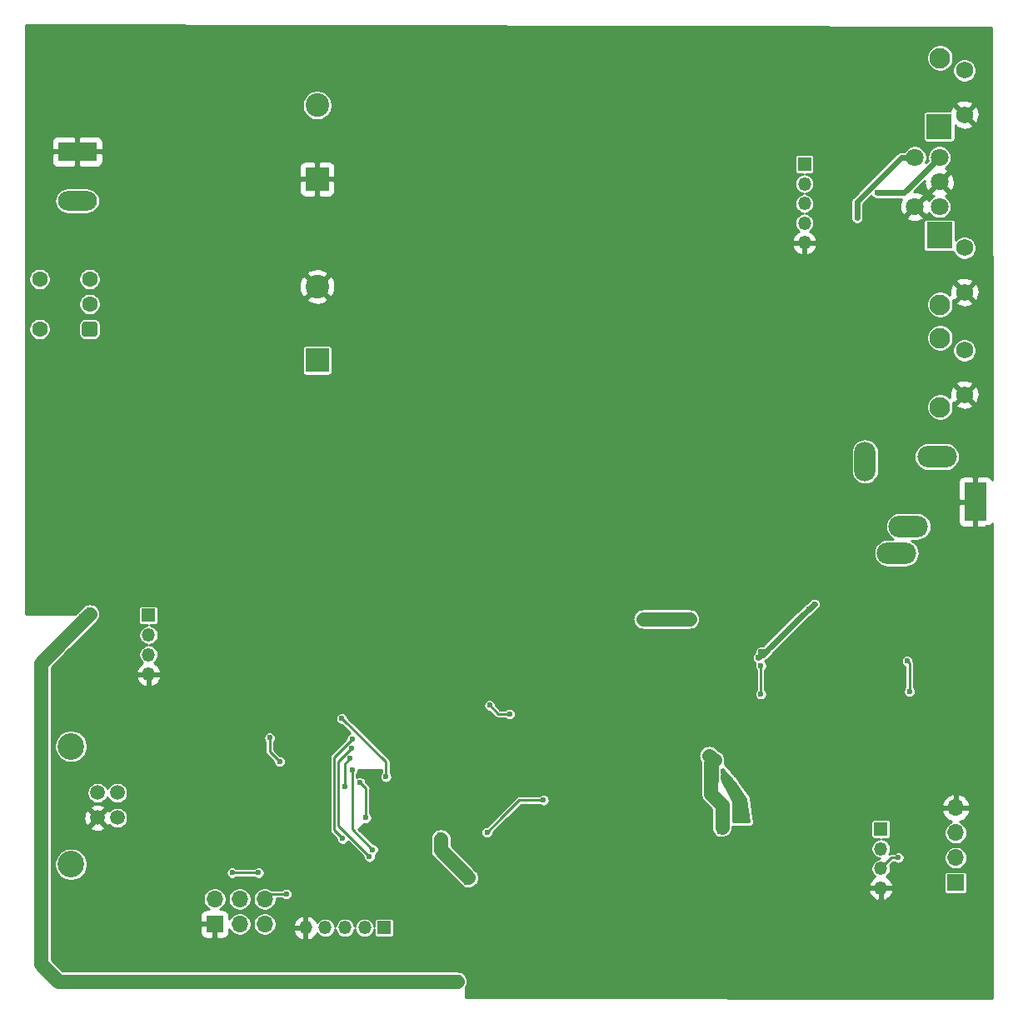
<source format=gbr>
G04 #@! TF.GenerationSoftware,KiCad,Pcbnew,(5.1.5)-3*
G04 #@! TF.CreationDate,2020-03-17T19:19:52+01:00*
G04 #@! TF.ProjectId,DykoDAC,44796b6f-4441-4432-9e6b-696361645f70,rev?*
G04 #@! TF.SameCoordinates,Original*
G04 #@! TF.FileFunction,Copper,L2,Bot*
G04 #@! TF.FilePolarity,Positive*
%FSLAX46Y46*%
G04 Gerber Fmt 4.6, Leading zero omitted, Abs format (unit mm)*
G04 Created by KiCad (PCBNEW (5.1.5)-3) date 2020-03-17 19:19:52*
%MOMM*%
%LPD*%
G04 APERTURE LIST*
%ADD10R,2.200000X4.000000*%
%ADD11O,4.000000X2.200000*%
%ADD12O,2.200000X4.000000*%
%ADD13C,1.600000*%
%ADD14C,0.100000*%
%ADD15C,3.000000*%
%ADD16R,2.600000X2.700000*%
%ADD17R,2.600000X2.500000*%
%ADD18C,1.800000*%
%ADD19C,2.100000*%
%ADD20C,1.750000*%
%ADD21R,1.700000X1.700000*%
%ADD22O,1.700000X1.700000*%
%ADD23R,1.350000X1.350000*%
%ADD24O,1.350000X1.350000*%
%ADD25R,3.960000X1.980000*%
%ADD26O,3.960000X1.980000*%
%ADD27C,2.700000*%
%ADD28C,1.520000*%
%ADD29R,2.400000X2.400000*%
%ADD30C,2.400000*%
%ADD31C,0.600000*%
%ADD32C,0.600000*%
%ADD33C,1.480000*%
%ADD34C,0.250000*%
%ADD35C,0.254000*%
%ADD36C,0.500000*%
G04 APERTURE END LIST*
D10*
X145124000Y-88801000D03*
D11*
X137124000Y-94001000D03*
X138324000Y-91301000D03*
D12*
X133924000Y-84701000D03*
D11*
X141224000Y-84201000D03*
D13*
X55118000Y-66167000D03*
X55118000Y-68707000D03*
G04 #@! TA.AperFunction,ComponentPad*
D14*
G36*
X55557207Y-70448926D02*
G01*
X55596036Y-70454686D01*
X55634114Y-70464224D01*
X55671073Y-70477448D01*
X55706559Y-70494231D01*
X55740228Y-70514412D01*
X55771757Y-70537796D01*
X55800843Y-70564157D01*
X55827204Y-70593243D01*
X55850588Y-70624772D01*
X55870769Y-70658441D01*
X55887552Y-70693927D01*
X55900776Y-70730886D01*
X55910314Y-70768964D01*
X55916074Y-70807793D01*
X55918000Y-70847000D01*
X55918000Y-71647000D01*
X55916074Y-71686207D01*
X55910314Y-71725036D01*
X55900776Y-71763114D01*
X55887552Y-71800073D01*
X55870769Y-71835559D01*
X55850588Y-71869228D01*
X55827204Y-71900757D01*
X55800843Y-71929843D01*
X55771757Y-71956204D01*
X55740228Y-71979588D01*
X55706559Y-71999769D01*
X55671073Y-72016552D01*
X55634114Y-72029776D01*
X55596036Y-72039314D01*
X55557207Y-72045074D01*
X55518000Y-72047000D01*
X54718000Y-72047000D01*
X54678793Y-72045074D01*
X54639964Y-72039314D01*
X54601886Y-72029776D01*
X54564927Y-72016552D01*
X54529441Y-71999769D01*
X54495772Y-71979588D01*
X54464243Y-71956204D01*
X54435157Y-71929843D01*
X54408796Y-71900757D01*
X54385412Y-71869228D01*
X54365231Y-71835559D01*
X54348448Y-71800073D01*
X54335224Y-71763114D01*
X54325686Y-71725036D01*
X54319926Y-71686207D01*
X54318000Y-71647000D01*
X54318000Y-70847000D01*
X54319926Y-70807793D01*
X54325686Y-70768964D01*
X54335224Y-70730886D01*
X54348448Y-70693927D01*
X54365231Y-70658441D01*
X54385412Y-70624772D01*
X54408796Y-70593243D01*
X54435157Y-70564157D01*
X54464243Y-70537796D01*
X54495772Y-70514412D01*
X54529441Y-70494231D01*
X54564927Y-70477448D01*
X54601886Y-70464224D01*
X54639964Y-70454686D01*
X54678793Y-70448926D01*
X54718000Y-70447000D01*
X55518000Y-70447000D01*
X55557207Y-70448926D01*
G37*
G04 #@! TD.AperFunction*
D13*
X50038000Y-71247000D03*
X50038000Y-66167000D03*
D15*
X130810000Y-108839000D03*
D16*
X141478000Y-61722000D03*
D17*
X141452600Y-50673000D03*
D18*
X138978000Y-58801000D03*
X138978000Y-53801000D03*
X141478000Y-58801000D03*
X141478000Y-56301000D03*
X141478000Y-53801000D03*
D19*
X141528000Y-43708000D03*
D20*
X144018000Y-44958000D03*
X144018000Y-49458000D03*
D19*
X141528000Y-50718000D03*
X141528000Y-72156000D03*
D20*
X144018000Y-73406000D03*
X144018000Y-77906000D03*
D19*
X141528000Y-79166000D03*
X141528000Y-61742000D03*
D20*
X144018000Y-62992000D03*
X144018000Y-67492000D03*
D19*
X141528000Y-68752000D03*
D21*
X143129000Y-127508000D03*
D22*
X143129000Y-124968000D03*
X143129000Y-122428000D03*
X143129000Y-119888000D03*
D23*
X135509000Y-122047000D03*
D24*
X135509000Y-124047000D03*
X135509000Y-126047000D03*
X135509000Y-128047000D03*
D23*
X127762000Y-54483000D03*
D24*
X127762000Y-56483000D03*
X127762000Y-58483000D03*
X127762000Y-60483000D03*
X127762000Y-62483000D03*
D23*
X61087000Y-100330000D03*
D24*
X61087000Y-102330000D03*
X61087000Y-104330000D03*
X61087000Y-106330000D03*
D23*
X85058000Y-132080000D03*
D24*
X83058000Y-132080000D03*
X81058000Y-132080000D03*
X79058000Y-132080000D03*
X77058000Y-132080000D03*
D25*
X53848000Y-53213000D03*
D26*
X53848000Y-58213000D03*
D27*
X53212000Y-125634000D03*
X53212000Y-113634000D03*
D28*
X55912000Y-118364000D03*
X55912000Y-120904000D03*
X57912000Y-120904000D03*
X57912000Y-118364000D03*
D21*
X67818000Y-131699000D03*
D22*
X67818000Y-129159000D03*
X70358000Y-131699000D03*
X70358000Y-129159000D03*
X72898000Y-131699000D03*
X72898000Y-129159000D03*
D29*
X78232000Y-56007000D03*
D30*
X78232000Y-48507000D03*
X78232000Y-66922000D03*
D29*
X78232000Y-74422000D03*
D31*
X77343000Y-90678000D03*
X74168000Y-90297000D03*
X75184000Y-88011000D03*
X75565000Y-82423000D03*
X73787000Y-82042000D03*
X73660000Y-84963000D03*
X73787000Y-88519000D03*
X70993000Y-89027000D03*
X70866000Y-84836000D03*
X70866000Y-82423000D03*
X96393000Y-89154000D03*
X86741000Y-89154000D03*
X89408000Y-88900000D03*
X91567000Y-88646000D03*
X91567000Y-84582000D03*
X94742000Y-86868000D03*
X91440000Y-86360000D03*
X89154000Y-85979000D03*
X88392000Y-84455000D03*
X90170000Y-84455000D03*
X94742000Y-82931000D03*
X92329000Y-82804000D03*
X89535000Y-82550000D03*
X87122000Y-82677000D03*
X86995000Y-84074000D03*
X87122000Y-85852000D03*
X87122000Y-87884000D03*
X88392000Y-87884000D03*
X90170000Y-87884000D03*
X92456000Y-88011000D03*
X93980000Y-88138000D03*
X96012000Y-87757000D03*
X95758000Y-86233000D03*
X95377000Y-84582000D03*
X95504000Y-83058000D03*
X96012000Y-81407000D03*
X93980000Y-81661000D03*
X89662000Y-81153000D03*
X87122000Y-80899000D03*
X131927600Y-107162600D03*
X129540000Y-107264200D03*
X129565400Y-110591600D03*
X132003800Y-110591600D03*
X121285000Y-129159000D03*
X92710000Y-113284000D03*
X93726000Y-113157000D03*
X99187000Y-112522000D03*
X98679000Y-113284000D03*
X76962000Y-82804000D03*
X76835000Y-85344000D03*
X76962000Y-87376000D03*
X76962000Y-89789000D03*
X75057000Y-89662000D03*
X74930000Y-86741000D03*
X75057000Y-83693000D03*
X75311000Y-81026000D03*
X72517000Y-81026000D03*
X72517000Y-83312000D03*
X72390000Y-87376000D03*
X72390000Y-89916000D03*
X69342000Y-83947000D03*
X69469000Y-80899000D03*
X104902000Y-120078500D03*
X70002400Y-91287600D03*
X65278000Y-117856000D03*
X68580000Y-114808000D03*
X68580000Y-113919000D03*
X68580000Y-113157000D03*
X69469000Y-112395000D03*
X61976000Y-122682000D03*
X92456000Y-123063000D03*
X86383002Y-116459000D03*
X77978000Y-123086002D03*
X75147086Y-110315803D03*
X84201000Y-107696000D03*
X85090000Y-106807000D03*
X85090000Y-105918000D03*
X85090000Y-105029000D03*
X101981000Y-111275002D03*
X96901000Y-111252000D03*
X99441000Y-106807000D03*
X99671998Y-99949000D03*
X93599000Y-118872000D03*
X101727000Y-117983000D03*
X67564000Y-98806000D03*
X67841002Y-92837000D03*
X70167500Y-93408500D03*
X71755000Y-92710000D03*
X68453000Y-93726000D03*
X88646000Y-109601000D03*
X90297000Y-113411000D03*
X102235000Y-128524000D03*
X101854000Y-127508000D03*
X103251000Y-129921000D03*
X104013000Y-129921000D03*
X105029000Y-129159000D03*
X90805000Y-127127000D03*
X91948000Y-128524000D03*
X90297000Y-128524000D03*
X92456000Y-132334000D03*
X89408000Y-134366000D03*
X123063000Y-103124000D03*
X138453002Y-102489000D03*
X139573000Y-106045000D03*
X138430000Y-109855000D03*
X122047000Y-109791500D03*
X95758000Y-127000000D03*
X97663000Y-126619000D03*
X95758000Y-125730000D03*
X97790000Y-124587000D03*
X96266000Y-122809000D03*
X95504000Y-123190000D03*
X98298000Y-122174000D03*
X98806000Y-127127000D03*
X96774000Y-122237500D03*
X98552000Y-120396000D03*
X96139000Y-120777000D03*
X97282000Y-119507000D03*
X98044000Y-118872000D03*
X98552000Y-118110000D03*
X96520000Y-117729000D03*
X96647000Y-118872000D03*
X107696000Y-117475000D03*
X77978000Y-118237000D03*
X61023500Y-111252000D03*
X56896000Y-103886000D03*
X49911000Y-94996000D03*
X64643000Y-97155000D03*
X55880000Y-85407500D03*
X58166000Y-94869000D03*
X60579000Y-86614000D03*
X55360000Y-109486000D03*
X102362000Y-122999500D03*
X85471000Y-123190000D03*
X76708000Y-116967000D03*
X78740000Y-115697000D03*
X79756000Y-113665000D03*
X80899000Y-112268000D03*
X82867500Y-111823500D03*
X83312000Y-108966000D03*
X86487000Y-110490000D03*
X86487000Y-107315000D03*
X90678000Y-110236000D03*
X93980000Y-107188000D03*
X89154000Y-107315000D03*
X86360000Y-105029000D03*
X83058000Y-104267000D03*
X82677000Y-101727000D03*
X86995000Y-103251000D03*
X90932000Y-103632000D03*
X95885000Y-101727000D03*
X76009500Y-59880500D03*
X82931000Y-59563000D03*
X86614000Y-55245000D03*
X144018000Y-75819000D03*
X131572000Y-46355000D03*
X127381000Y-76581000D03*
X142875000Y-64643000D03*
X143510000Y-107442000D03*
X144018000Y-100203000D03*
X142748000Y-94361000D03*
X145161000Y-115951000D03*
X132207000Y-132207000D03*
X144907000Y-136398000D03*
X123825000Y-136779000D03*
X108204000Y-134620000D03*
X109474000Y-131064000D03*
X102108000Y-137668000D03*
X98679000Y-133985000D03*
X85725000Y-134874000D03*
X80645000Y-133858000D03*
X87122000Y-130810000D03*
X54229000Y-131191000D03*
X56769000Y-129921000D03*
X56642000Y-124460000D03*
X54610000Y-91186000D03*
X127381000Y-67691000D03*
X135001000Y-79375000D03*
X109728000Y-115951000D03*
X106045000Y-112776000D03*
X103886000Y-113665000D03*
X104394000Y-110490000D03*
X105156000Y-108077000D03*
X104648000Y-104013000D03*
X103378000Y-100203000D03*
X102235000Y-108966000D03*
X102870000Y-108966000D03*
X103632000Y-108966000D03*
X86614000Y-113792000D03*
X86233000Y-115189000D03*
X88011000Y-113792000D03*
X88773000Y-115570000D03*
X94234000Y-117602000D03*
X94742000Y-116967000D03*
X94996000Y-128397000D03*
X97663000Y-128397000D03*
X100838000Y-115062000D03*
X99123500Y-116332000D03*
X102235000Y-113665000D03*
X104140000Y-111887000D03*
X113665000Y-126619000D03*
X114808000Y-129413000D03*
X113411000Y-129286000D03*
X115951000Y-129286000D03*
X114693000Y-126861000D03*
X121158000Y-127381000D03*
X122237500Y-127254000D03*
X123190000Y-127254000D03*
X123444000Y-128524000D03*
X123825000Y-129286000D03*
X124714000Y-129032000D03*
X125984000Y-128905000D03*
X128651000Y-103124000D03*
X130175000Y-102997000D03*
X132207000Y-103124000D03*
X133858000Y-102997000D03*
X127762000Y-107162600D03*
X127825500Y-107950000D03*
X128651000Y-109448600D03*
X128016000Y-111226600D03*
X127863600Y-112979200D03*
X127812800Y-113893600D03*
X127838200Y-114833400D03*
X129794000Y-114681000D03*
X129794000Y-113538000D03*
X129794000Y-112395000D03*
X131470400Y-111963200D03*
X131318000Y-112776000D03*
X131572000Y-114808000D03*
X133223000Y-114808000D03*
X133756400Y-112572800D03*
X133477000Y-110998000D03*
X133794500Y-109855000D03*
X133794500Y-107823000D03*
X120015000Y-105156000D03*
X119253000Y-106680000D03*
X117729000Y-106680000D03*
X118491000Y-106680000D03*
X121983500Y-110744000D03*
X122745500Y-111252000D03*
X123444000Y-117094000D03*
X127508000Y-116967000D03*
X131572000Y-81026000D03*
X121539000Y-59309000D03*
X122428000Y-68961000D03*
X117538500Y-121412000D03*
X116840000Y-121158000D03*
X116713000Y-120015000D03*
X117221000Y-119126000D03*
X122809000Y-118999000D03*
X128397000Y-121412000D03*
X128524000Y-129159000D03*
X109423200Y-122021600D03*
X109347000Y-122809000D03*
X109372400Y-123545600D03*
X110490000Y-119507000D03*
X110490000Y-118745000D03*
X110490000Y-118110000D03*
X112903000Y-118110000D03*
X114427000Y-117348000D03*
X121285000Y-100203000D03*
X121285000Y-99441000D03*
X121285000Y-98806000D03*
X127635000Y-98933000D03*
X129387600Y-96418400D03*
X131953000Y-93599000D03*
X132638800Y-90017600D03*
X135636000Y-87579200D03*
X142367000Y-86360000D03*
X145592800Y-84378800D03*
X129667000Y-99695000D03*
X131724400Y-97688400D03*
X134112000Y-95250000D03*
X134747000Y-92710000D03*
X135331200Y-90271600D03*
X135636000Y-97663000D03*
X138811000Y-99441000D03*
X138811000Y-101346000D03*
X132969000Y-99695000D03*
X135890000Y-99695000D03*
X139192000Y-96774000D03*
X140843000Y-104521000D03*
X141097000Y-101600000D03*
X141224000Y-98933000D03*
X144907000Y-98298000D03*
X132588000Y-128651000D03*
X132461000Y-125857000D03*
X53213000Y-135255000D03*
X63246000Y-136017000D03*
X77216000Y-135890000D03*
X91694000Y-135890000D03*
X77216000Y-96901000D03*
X56769000Y-122301000D03*
X59817000Y-121793000D03*
X61214000Y-120396000D03*
X58547000Y-116332000D03*
X61087000Y-114681000D03*
X56769000Y-106807000D03*
X61023500Y-108839000D03*
X65913000Y-114427000D03*
X66675000Y-113284000D03*
X63881000Y-119507000D03*
X67056000Y-116967000D03*
X94996000Y-130302000D03*
X94996000Y-131826000D03*
X94996000Y-135128000D03*
X101346000Y-130683000D03*
X100711000Y-132461000D03*
X106299000Y-125476000D03*
X108204000Y-125603000D03*
X109347000Y-127381000D03*
X110236000Y-129032000D03*
X112014000Y-130683000D03*
X114935000Y-131445000D03*
X117983000Y-131572000D03*
X120523000Y-131445000D03*
X123698000Y-131445000D03*
X125730000Y-131699000D03*
X127762000Y-132207000D03*
X129286000Y-131191000D03*
X130175000Y-129032000D03*
X129857500Y-126111000D03*
X129921000Y-123952000D03*
X129413000Y-122682000D03*
X127127000Y-122682000D03*
X126428500Y-122047000D03*
X126492000Y-120396000D03*
X123063000Y-115443000D03*
X124206000Y-119761000D03*
X124714000Y-117856000D03*
X126492000Y-117856000D03*
X128778000Y-118237000D03*
X130937000Y-118237000D03*
X132715000Y-118110000D03*
X134112000Y-116967000D03*
X135001000Y-116078000D03*
X128143000Y-120015000D03*
X134467600Y-119380000D03*
X138811000Y-114935000D03*
X140589000Y-113030000D03*
X140716000Y-106934000D03*
X127000000Y-97536000D03*
X124460000Y-102235000D03*
X124269500Y-101092000D03*
X121539000Y-104013000D03*
X120396000Y-102743000D03*
X55118000Y-98806000D03*
X53594000Y-99441000D03*
X55626000Y-101981000D03*
X145288000Y-46990000D03*
X76581000Y-69659500D03*
X100457000Y-81534000D03*
X91059000Y-66040000D03*
X82169000Y-63119000D03*
X82677000Y-67183000D03*
X97293687Y-108469315D03*
X114681000Y-118872000D03*
X96774000Y-124714000D03*
X96774000Y-126619000D03*
X98298000Y-125730000D03*
X97155000Y-127381000D03*
X96012000Y-128397000D03*
X98425000Y-123444000D03*
X97409000Y-118237000D03*
X98869500Y-117157500D03*
X100076000Y-115824000D03*
X103124000Y-114681000D03*
X103441500Y-116522500D03*
X104076500Y-116522500D03*
X102806500Y-116522500D03*
X103505000Y-118427500D03*
X131000500Y-103949500D03*
X128778000Y-103949500D03*
X133413500Y-103949500D03*
X127635000Y-103568500D03*
X131191000Y-102616000D03*
X129032000Y-116459000D03*
X132397500Y-116459000D03*
X125095000Y-116459000D03*
X124206000Y-113855500D03*
X123317000Y-112141000D03*
X121793000Y-114173000D03*
X129730500Y-103695500D03*
X132397500Y-103949500D03*
X129413000Y-102552500D03*
X132969000Y-102679500D03*
X107950000Y-113411000D03*
X110426500Y-117221000D03*
X111696500Y-118554500D03*
X60261500Y-128524000D03*
X61785500Y-125793500D03*
X61277500Y-123634500D03*
X55753000Y-134620000D03*
X59372500Y-134937500D03*
X62293500Y-131635500D03*
X64262000Y-132080000D03*
X65405000Y-131826000D03*
X66738500Y-135064500D03*
X73406000Y-135445500D03*
X75946000Y-130175000D03*
X74993500Y-132334000D03*
X71945500Y-133540500D03*
X92456000Y-133350000D03*
X103632000Y-135509000D03*
X115443000Y-135763000D03*
X111760000Y-137795000D03*
X120904000Y-133477000D03*
X117729000Y-138303000D03*
X131127500Y-138112500D03*
X128841500Y-134620000D03*
X136461500Y-131889500D03*
X138239500Y-137287000D03*
X143319500Y-131953000D03*
X131889500Y-122682000D03*
X142430500Y-115824000D03*
X144208500Y-111315500D03*
X115189000Y-107505500D03*
X115125500Y-104711500D03*
X120523000Y-107759500D03*
X115062000Y-102108000D03*
X144780000Y-96469200D03*
X146431000Y-91440000D03*
X142494000Y-91440000D03*
X51943000Y-105791000D03*
X51562000Y-118745000D03*
X52070000Y-129667000D03*
X94488000Y-138811000D03*
X97536000Y-121666000D03*
X96774000Y-120142000D03*
X96139000Y-119634000D03*
X95758000Y-124333000D03*
X96901000Y-123571000D03*
X97663000Y-122936000D03*
X98298000Y-121158000D03*
X97155000Y-125730000D03*
X98552000Y-124841000D03*
X98806000Y-126238000D03*
X128143000Y-130429000D03*
X121666000Y-117221000D03*
X122428000Y-118237000D03*
X121539000Y-115951000D03*
X121539000Y-112268000D03*
X75692000Y-115443000D03*
X75692000Y-119634000D03*
X78994000Y-119634000D03*
X77470000Y-119634000D03*
X100965000Y-57658000D03*
X103505000Y-61595000D03*
X92456000Y-108585000D03*
X94996000Y-108458000D03*
X120904000Y-85598000D03*
X121793000Y-85598000D03*
X122682000Y-85598000D03*
X123444000Y-85598000D03*
X121285000Y-84836000D03*
X122301000Y-84836000D03*
X123063000Y-84836000D03*
X106807000Y-90932000D03*
X105156000Y-91567000D03*
X105156000Y-92329000D03*
X105156000Y-93218000D03*
X108458000Y-91694000D03*
X108458000Y-92837000D03*
X120523000Y-99187000D03*
X120523000Y-99822000D03*
X118745000Y-97282000D03*
X107442000Y-97409000D03*
X116205000Y-102489000D03*
X116840000Y-103124000D03*
X115570000Y-99314000D03*
X117221000Y-99568000D03*
X118364000Y-100584000D03*
X119634000Y-101219000D03*
X117475000Y-98425000D03*
X119634000Y-97028000D03*
X127127000Y-92329000D03*
X122047000Y-90297000D03*
X82042000Y-90678000D03*
X81788000Y-85090000D03*
X80899000Y-83312000D03*
X79121000Y-87249000D03*
X79375000Y-95123000D03*
X79756000Y-99314000D03*
X81788000Y-101473000D03*
X81788000Y-102489000D03*
X117729000Y-90170000D03*
X112649000Y-90424000D03*
X109093000Y-90297000D03*
X108966000Y-93599000D03*
X120015000Y-82804000D03*
X120396000Y-76708000D03*
X120142000Y-65532000D03*
X121158000Y-52324000D03*
X126492000Y-90170000D03*
X127000000Y-94996000D03*
X60706000Y-85344000D03*
X60071000Y-89408000D03*
X60071000Y-90043000D03*
X60071000Y-85344000D03*
X62166500Y-84836000D03*
X63436500Y-86360000D03*
X65595500Y-84645500D03*
X67310000Y-86487000D03*
X73469500Y-91376500D03*
X75374500Y-91376500D03*
X74358500Y-91313000D03*
X69913500Y-92646500D03*
X60452000Y-91694000D03*
X60452000Y-92329000D03*
X60452000Y-92964000D03*
X59817000Y-92011500D03*
X59817000Y-92646500D03*
X58928000Y-90614500D03*
X58610500Y-87566500D03*
X51625500Y-89154000D03*
X53594000Y-84645500D03*
X78549500Y-92646500D03*
X82042000Y-99187000D03*
X81343500Y-94996000D03*
X91313000Y-106299000D03*
X82296000Y-110553500D03*
X108585000Y-96520000D03*
X106362500Y-96901000D03*
X104775000Y-95186500D03*
X104076500Y-93662500D03*
X100330000Y-85852000D03*
X101727000Y-85852000D03*
X103124000Y-85852000D03*
X102425500Y-85852000D03*
X101092000Y-85852000D03*
X100838000Y-85153500D03*
X101536500Y-85153500D03*
X102298500Y-85153500D03*
X102997000Y-85153500D03*
X104013000Y-88201500D03*
X103695500Y-83375500D03*
X102870000Y-90297000D03*
X98234500Y-79565500D03*
X104584500Y-74231500D03*
X103124000Y-80264000D03*
X99123500Y-73215500D03*
X97155000Y-68834000D03*
X102552500Y-69088000D03*
X102362000Y-64262000D03*
X95821500Y-71755000D03*
X81851500Y-70358000D03*
X75374500Y-63881000D03*
X75374500Y-54546500D03*
X83629500Y-54864000D03*
X104330500Y-54991000D03*
X85344000Y-122428000D03*
X84455000Y-121920000D03*
X84074000Y-121031000D03*
X67500500Y-112014000D03*
X89916000Y-129159000D03*
X89916000Y-129857500D03*
X89852500Y-130556000D03*
X89852500Y-131254500D03*
X89789000Y-131953000D03*
X89154000Y-131572000D03*
X89154000Y-130873500D03*
X89154000Y-130111500D03*
X89217500Y-129413000D03*
X104648000Y-119189500D03*
X107315000Y-120015000D03*
X109347000Y-120015000D03*
X111569500Y-120078500D03*
X110744000Y-115443000D03*
X108423001Y-116747001D03*
X132397500Y-71945500D03*
X138430000Y-68135500D03*
X138620500Y-71247000D03*
X144970500Y-69977000D03*
X138938000Y-77597000D03*
X127635000Y-84582000D03*
X128651000Y-88963500D03*
X54737000Y-119443500D03*
X54673500Y-117348000D03*
X56261000Y-114935000D03*
X57594500Y-112649000D03*
X58483500Y-110617000D03*
X56959500Y-109093000D03*
X55753000Y-111379000D03*
X138684000Y-119126000D03*
X140462000Y-118872000D03*
X139700000Y-118872000D03*
X129794000Y-50038000D03*
X131064000Y-50038000D03*
X131826000Y-51054000D03*
X132334000Y-53848000D03*
X135128000Y-61214000D03*
X132588000Y-63500000D03*
X133858000Y-62738000D03*
X131826000Y-51816000D03*
X133604000Y-54864000D03*
X134874000Y-54864000D03*
X135890000Y-54102000D03*
X137922000Y-52578000D03*
X137668000Y-48768000D03*
X139954000Y-45212000D03*
X126238000Y-45720000D03*
X119634000Y-45974000D03*
X122428000Y-56134000D03*
X123952000Y-51562000D03*
X123190000Y-62738000D03*
X125984000Y-65278000D03*
X129540000Y-65278000D03*
X131064000Y-64008000D03*
X136398000Y-63500000D03*
X136398000Y-67310000D03*
X137160000Y-70104000D03*
X138430000Y-64008000D03*
X138430000Y-60960000D03*
X139446000Y-60706000D03*
X146304000Y-62484000D03*
X146304000Y-58166000D03*
X143256000Y-57912000D03*
X143256000Y-53594000D03*
X145542000Y-53594000D03*
X146050000Y-49784000D03*
X141986000Y-48006000D03*
X143764000Y-46736000D03*
X146558000Y-45720000D03*
X146050000Y-80264000D03*
X138938000Y-81788000D03*
X132334000Y-76454000D03*
X127254000Y-71882000D03*
X120396000Y-72136000D03*
X125222000Y-80518000D03*
X137160000Y-84328000D03*
X144018000Y-80772000D03*
X140716000Y-75692000D03*
X146304000Y-73660000D03*
X136906000Y-74422000D03*
X133604000Y-67818000D03*
X134620000Y-50292000D03*
X123952000Y-48514000D03*
X129540000Y-48260000D03*
X139700000Y-67056000D03*
X141478000Y-64516000D03*
X98806000Y-136017000D03*
X108204000Y-137414000D03*
X103886000Y-132080000D03*
X107696000Y-132715000D03*
X106934000Y-128778000D03*
X112522000Y-134239000D03*
X118364000Y-134493000D03*
X124968000Y-138684000D03*
X134112000Y-135382000D03*
X141224000Y-134112000D03*
X139192000Y-128016000D03*
X145796000Y-120142000D03*
X144780000Y-123444000D03*
X145034000Y-126238000D03*
X142748000Y-129794000D03*
X146050000Y-132842000D03*
X145034000Y-108712000D03*
X143256000Y-104394000D03*
X145288000Y-102870000D03*
X88900000Y-127127000D03*
X93510100Y-104876600D03*
X93903800Y-102768400D03*
X89255600Y-104940100D03*
X90589100Y-115735100D03*
X99250500Y-103568500D03*
X97497900Y-99885500D03*
X101549200Y-97218500D03*
X104152700Y-101904800D03*
X84709000Y-110363000D03*
X86487000Y-109093000D03*
X88392000Y-102235000D03*
X91567000Y-101346000D03*
X94107000Y-101092000D03*
X78994000Y-85344000D03*
X78867000Y-83185000D03*
X78994000Y-89281000D03*
X79121000Y-91059000D03*
X68072000Y-88646000D03*
X68072000Y-91313000D03*
X67945000Y-85598000D03*
X67945000Y-83439000D03*
X69701000Y-87297000D03*
X69701000Y-89938000D03*
X72263000Y-85598000D03*
X128828800Y-108077000D03*
X128778000Y-110236000D03*
X128803400Y-111175800D03*
X133096000Y-108102400D03*
X132842000Y-110236000D03*
X133350000Y-108839000D03*
X132867400Y-111734600D03*
X133070600Y-113969800D03*
X130810000Y-116332000D03*
X124587000Y-111252000D03*
X129413000Y-106578400D03*
X130733800Y-106527600D03*
X130098800Y-106959400D03*
X130251200Y-111226600D03*
X131013200Y-111150400D03*
X131318000Y-113792000D03*
X132181600Y-113741200D03*
X127762000Y-102743000D03*
X97536000Y-88900000D03*
X101600000Y-90297000D03*
X104648000Y-84709000D03*
X98933000Y-83439000D03*
X97790000Y-113030000D03*
X96774000Y-114427000D03*
X96774000Y-113411000D03*
X96901000Y-112522000D03*
X97790000Y-114046000D03*
X98679000Y-114300000D03*
X93613000Y-112254000D03*
X92710000Y-114427000D03*
X92583000Y-112268000D03*
X91694000Y-113411000D03*
X91821000Y-115062000D03*
X92075000Y-116332000D03*
X93218000Y-115189000D03*
X93980000Y-114046000D03*
X97790000Y-112268000D03*
X98552000Y-112268000D03*
X101854000Y-112649000D03*
X103124000Y-112268000D03*
X103378000Y-110363000D03*
X85217000Y-113157000D03*
X85471000Y-114427000D03*
X87630000Y-115062000D03*
X89027000Y-113030000D03*
X88138000Y-116459000D03*
X89662000Y-116459000D03*
X90043000Y-115062000D03*
X113665000Y-128143000D03*
X115062000Y-127762000D03*
X117602000Y-129159000D03*
X116967000Y-128651000D03*
X115824000Y-127508000D03*
X115443000Y-128524000D03*
X114173000Y-129032000D03*
X122418000Y-128131000D03*
X122809000Y-129413000D03*
X126238000Y-127762000D03*
X124968000Y-128143000D03*
X127254000Y-120523000D03*
X127254000Y-121539000D03*
X130048000Y-121158000D03*
X131191000Y-124841000D03*
X132969000Y-120904000D03*
X133096000Y-124206000D03*
X131318000Y-127254000D03*
X131699000Y-130683000D03*
X135636000Y-131191000D03*
X133096000Y-134112000D03*
X130556000Y-134366000D03*
X130302000Y-132715000D03*
X122301000Y-135636000D03*
X116586000Y-133350000D03*
X107188000Y-130810000D03*
X108331000Y-129159000D03*
X106172000Y-127127000D03*
X108077000Y-126746000D03*
X101854000Y-126238000D03*
X101092000Y-128524000D03*
X62992000Y-119888000D03*
X66294000Y-117983000D03*
X66548000Y-115951000D03*
X67310000Y-114300000D03*
X67691000Y-115824000D03*
X69977000Y-115062000D03*
X68961000Y-115697000D03*
X69977000Y-114046000D03*
X69538500Y-113226500D03*
X120523000Y-89154000D03*
X122555000Y-89027000D03*
X125857000Y-88773000D03*
X126492000Y-86233000D03*
X124841000Y-82423000D03*
X121412000Y-79375000D03*
X124079000Y-74549000D03*
X130302000Y-69850000D03*
X61214000Y-94361000D03*
X61214000Y-97663000D03*
X57023000Y-98679000D03*
X49657000Y-99187000D03*
X65659000Y-98933000D03*
X59182000Y-83185000D03*
X49657000Y-83312000D03*
X49530000Y-86741000D03*
X52832000Y-93853000D03*
X54229000Y-87503000D03*
X55372000Y-95631000D03*
X51689000Y-97155000D03*
X84582000Y-102616000D03*
X96520000Y-103759000D03*
X88646000Y-110744000D03*
X91186000Y-108077000D03*
X105029000Y-105918000D03*
X105537000Y-111506000D03*
X105410000Y-101219000D03*
X102235000Y-98044000D03*
X99314000Y-101092000D03*
X99695000Y-102298500D03*
X97663000Y-101092000D03*
X140081000Y-94742000D03*
X140208000Y-92837000D03*
X140208000Y-89408000D03*
X140208000Y-86360000D03*
X137160000Y-95885000D03*
X131953000Y-106553000D03*
X128473200Y-108686600D03*
X128016000Y-110363000D03*
X127914400Y-111988600D03*
X132461000Y-114503200D03*
X127889000Y-115824000D03*
X133477000Y-115951000D03*
X129794000Y-115697000D03*
X131572000Y-115697000D03*
X132461000Y-115316000D03*
X95758000Y-135382000D03*
X94869000Y-132842000D03*
X95504000Y-132842000D03*
X96266000Y-132842000D03*
X97282000Y-134493000D03*
X97409000Y-136906000D03*
X97155000Y-138684000D03*
X100330000Y-135255000D03*
X102743000Y-132461000D03*
X105537000Y-138176000D03*
X127508000Y-137033000D03*
X128270000Y-138176000D03*
X83101279Y-116312000D03*
X83312000Y-109982000D03*
X85090000Y-108839000D03*
X56896000Y-127000000D03*
X54483000Y-128651000D03*
X52451000Y-133477000D03*
X58293000Y-131445000D03*
X51562000Y-126873000D03*
X51562000Y-123825000D03*
X51689000Y-121031000D03*
X51562000Y-115951000D03*
X51816000Y-111760000D03*
X52197000Y-109220000D03*
X54483000Y-106680000D03*
X54610000Y-103759000D03*
X59436000Y-108712000D03*
X58166000Y-105537000D03*
X59055000Y-102362000D03*
X67945000Y-112776000D03*
X78359000Y-59055000D03*
X82042000Y-58039000D03*
X93091000Y-58674000D03*
X96647000Y-56007000D03*
X98298000Y-65913000D03*
X93853000Y-61468000D03*
X86233000Y-62230000D03*
X86614000Y-67691000D03*
X86487000Y-70231000D03*
X95123000Y-69596000D03*
X98044000Y-77089000D03*
X102108000Y-77343000D03*
X105029000Y-77851000D03*
X104267000Y-66802000D03*
X88646000Y-58674000D03*
X91694000Y-69342000D03*
X119126000Y-98552000D03*
X118491000Y-99695000D03*
X121285000Y-101727000D03*
X123063000Y-101346000D03*
X118491000Y-104394000D03*
X116332000Y-104267000D03*
X116332000Y-106553000D03*
X136779000Y-119634000D03*
X140462000Y-116840000D03*
X140208000Y-131699000D03*
X138303000Y-135001000D03*
X141732000Y-137033000D03*
X144018000Y-134112000D03*
X92583000Y-131064000D03*
X92583000Y-129159000D03*
X90551000Y-132334000D03*
X99060000Y-132080000D03*
X99441000Y-129921000D03*
X96139000Y-131953000D03*
X96012000Y-129413000D03*
X94742000Y-127635000D03*
X94742000Y-129286000D03*
X95631000Y-131064000D03*
X61595000Y-121412000D03*
X58928000Y-124333000D03*
X58166000Y-122682000D03*
X54991000Y-123063000D03*
X59563000Y-126746000D03*
X56007000Y-132842000D03*
X62484000Y-127635000D03*
X109220000Y-114554000D03*
X105410000Y-109474000D03*
X129921000Y-92710000D03*
X130556000Y-85090000D03*
X128651000Y-80391000D03*
X94742000Y-117983000D03*
X93599000Y-117983000D03*
X63133001Y-122159999D03*
X62992000Y-123825000D03*
X62992000Y-124968000D03*
X60706000Y-129794000D03*
X60706000Y-132842000D03*
X57277000Y-136144000D03*
X68834000Y-136271000D03*
X80264000Y-136271000D03*
X82423000Y-134620000D03*
X85090000Y-136017000D03*
X89281000Y-136017000D03*
X87884000Y-128778000D03*
X89916000Y-127000000D03*
X81026000Y-87757000D03*
X81788000Y-86614000D03*
X81788000Y-89154000D03*
X83820000Y-94234000D03*
X83947000Y-97790000D03*
X81661000Y-92837000D03*
X86233000Y-101473000D03*
X98425000Y-84963000D03*
X97155000Y-83947000D03*
X97282000Y-82677000D03*
X98679000Y-81280000D03*
X99822000Y-82423000D03*
X97282000Y-88011000D03*
X97663000Y-86614000D03*
X98298000Y-89535000D03*
X99441000Y-90297000D03*
X100457000Y-90297000D03*
X104775000Y-89535000D03*
X98806000Y-86233000D03*
X101600000Y-83947000D03*
X103759000Y-81534000D03*
X100076000Y-80010000D03*
X100076000Y-76327000D03*
X97155000Y-74803000D03*
X97917000Y-72263000D03*
X100457000Y-69850000D03*
X103378000Y-73914000D03*
X103886000Y-70993000D03*
X100838000Y-72644000D03*
X101981000Y-75057000D03*
X104394000Y-76073000D03*
X103505000Y-78486000D03*
X102235000Y-82296000D03*
X104648000Y-86106000D03*
X104902000Y-81026000D03*
X94361000Y-66040000D03*
X96901000Y-63881000D03*
X87122000Y-64897000D03*
X82677000Y-65151000D03*
X92075000Y-80391000D03*
X95250000Y-80264000D03*
X91821000Y-78232000D03*
X91567000Y-74549000D03*
X90678000Y-70993000D03*
X89281000Y-69469000D03*
X93599000Y-72263000D03*
X94234000Y-75438000D03*
X95504000Y-78105000D03*
X98933000Y-89027000D03*
X101600000Y-89027000D03*
X142367000Y-88900000D03*
X142240000Y-96774000D03*
X106934000Y-93726000D03*
X104013000Y-91948000D03*
X105664000Y-90297000D03*
X109728000Y-91694000D03*
X109601000Y-92837000D03*
X110871000Y-90424000D03*
X114554000Y-90424000D03*
X116332000Y-90170000D03*
X119761000Y-90170000D03*
X120142000Y-86868000D03*
X122428000Y-81915000D03*
X137972800Y-121158000D03*
X139750800Y-121412000D03*
X141579600Y-121361200D03*
X106934000Y-121970800D03*
X106934000Y-122682000D03*
X106934000Y-123393200D03*
X128016000Y-104521000D03*
X129413000Y-104546400D03*
X131724400Y-104571800D03*
X133807200Y-104597200D03*
X132791200Y-104673400D03*
X130505200Y-104648000D03*
X128930400Y-107340400D03*
X131343400Y-106832400D03*
X132867400Y-106553000D03*
X133934200Y-106603800D03*
X133350000Y-107086400D03*
X132715000Y-107391200D03*
X128549400Y-106629200D03*
X127711200Y-106502200D03*
X129006600Y-115138200D03*
X128778000Y-114198400D03*
X128828800Y-113309400D03*
X128803400Y-112268000D03*
X130657600Y-111912400D03*
X130556000Y-113004600D03*
X130581400Y-113995200D03*
X130759200Y-114909600D03*
X132156200Y-112979200D03*
X133858000Y-113461800D03*
X132943600Y-113157000D03*
X133731000Y-111709200D03*
X133934200Y-114477800D03*
X134137400Y-115620800D03*
X126466600Y-116332000D03*
X125450600Y-115646200D03*
X129006600Y-117322600D03*
X130657600Y-117348000D03*
X131978400Y-117348000D03*
X133045200Y-117221000D03*
X132892800Y-109448600D03*
X129565400Y-111556800D03*
X132613400Y-111048800D03*
X132689600Y-112471200D03*
X133883400Y-110515400D03*
X133883400Y-109245400D03*
X134010400Y-108508800D03*
X127889000Y-109626400D03*
X127736600Y-108839000D03*
X128320800Y-107543600D03*
X131851400Y-111302800D03*
X103301800Y-127254000D03*
X104698800Y-127228600D03*
X105283000Y-126568200D03*
X105283000Y-125450600D03*
X107238800Y-125603000D03*
X107315000Y-127660400D03*
X108483400Y-128244600D03*
X109194600Y-126238000D03*
X111074200Y-129870200D03*
X113106200Y-131419600D03*
X116662200Y-131495800D03*
X119227600Y-131546600D03*
X122224800Y-131470400D03*
X124663200Y-131648200D03*
X122859800Y-133096000D03*
X126847600Y-136220200D03*
X124333000Y-133934200D03*
X110286800Y-132486400D03*
X105765600Y-131876800D03*
X105765600Y-130835400D03*
X103962200Y-127482600D03*
X102565200Y-129362200D03*
X102842900Y-127712900D03*
X105689400Y-128244600D03*
X102336600Y-131089400D03*
X104495600Y-130581400D03*
X106553000Y-129794000D03*
X99771200Y-133985000D03*
X97739200Y-133477000D03*
X97307400Y-132384800D03*
X99466400Y-130937000D03*
X100279200Y-129540000D03*
X100965000Y-127609600D03*
X62433200Y-113792000D03*
X64109600Y-112141000D03*
X65735200Y-110540800D03*
X66852800Y-109194600D03*
X69316600Y-107061000D03*
X71221600Y-105714800D03*
X73583800Y-105841800D03*
X75184000Y-106349800D03*
X76581000Y-107975400D03*
X78613000Y-108153200D03*
X77444600Y-106756200D03*
X75971400Y-105359200D03*
X74371200Y-105105200D03*
X72720200Y-105156000D03*
X70078600Y-105283000D03*
X68351400Y-105206800D03*
X65836800Y-105206800D03*
X64058800Y-105206800D03*
X62433200Y-105130600D03*
X62687200Y-106502200D03*
X62560200Y-108178600D03*
X62585600Y-110058200D03*
X62458600Y-111760000D03*
X64084200Y-109372400D03*
X65989200Y-108127800D03*
X67665600Y-107289600D03*
X66929000Y-106197400D03*
X63703200Y-106629200D03*
X68046600Y-108153200D03*
X69189600Y-110109000D03*
X69570600Y-110998000D03*
X70485000Y-110185200D03*
X70002400Y-109245400D03*
X70942200Y-108559600D03*
X71907400Y-107950000D03*
X73583800Y-107950000D03*
X74066400Y-108407200D03*
X73456800Y-109575600D03*
X73456800Y-110566200D03*
X73609200Y-111734600D03*
X72567800Y-110363000D03*
X71577200Y-110515400D03*
X72237600Y-109651800D03*
X72771000Y-109016800D03*
X72009000Y-108864400D03*
X71196200Y-109524800D03*
X69570600Y-111658400D03*
X66929000Y-112623600D03*
X65532000Y-113868200D03*
X65252600Y-114604800D03*
X65201800Y-119253000D03*
X65887600Y-116865400D03*
X66751200Y-115036600D03*
X65735200Y-115747800D03*
X63398400Y-118110000D03*
X64541400Y-117246400D03*
X64363600Y-126644400D03*
X65913000Y-127457200D03*
X66903600Y-127939800D03*
X68351400Y-126669800D03*
X68961000Y-125450600D03*
X69596000Y-125374400D03*
X69596000Y-122732800D03*
X69646800Y-124256800D03*
X69443600Y-120650000D03*
X70713600Y-120523000D03*
X71856600Y-119456200D03*
X71323200Y-117043200D03*
X69723000Y-117348000D03*
X68300600Y-119075200D03*
X67030600Y-120345200D03*
X65659000Y-121793000D03*
X65049400Y-122250200D03*
X64871600Y-124358400D03*
X64338200Y-124993400D03*
X66725800Y-125399800D03*
X68122800Y-124104400D03*
X66395600Y-123469400D03*
X68199000Y-122199400D03*
X67995800Y-120802400D03*
X69951600Y-119075200D03*
X70637400Y-118237000D03*
X67386200Y-126492000D03*
X68173600Y-125450600D03*
X66827400Y-124409200D03*
X65176400Y-125857000D03*
X93091000Y-84455000D03*
X92964000Y-86300000D03*
X92710000Y-79502000D03*
X86487000Y-80010000D03*
X89027000Y-78613000D03*
X91186000Y-76962000D03*
X88011000Y-76581000D03*
X86233000Y-76708000D03*
X88392000Y-74295000D03*
X89789000Y-72263000D03*
X85471000Y-72263000D03*
X85852000Y-74295000D03*
X88138000Y-71882000D03*
X83947000Y-68580000D03*
X84709000Y-64516000D03*
X79248000Y-63500000D03*
X79756000Y-61976000D03*
X123952000Y-89662000D03*
X125095000Y-86868000D03*
X125222000Y-84455000D03*
X128651000Y-86995000D03*
X130937000Y-88392000D03*
X130429000Y-91440000D03*
X129159000Y-94869000D03*
X130556000Y-95123000D03*
X84836000Y-57912000D03*
X84328000Y-61722000D03*
X90551000Y-55880000D03*
X94488000Y-55880000D03*
X100584000Y-63627000D03*
X100584000Y-66294000D03*
X104394000Y-58166000D03*
X101092000Y-54737000D03*
X97790000Y-58801000D03*
X99060000Y-62484000D03*
X105029000Y-87630000D03*
X103505000Y-98933000D03*
X104648000Y-100330000D03*
X101981000Y-101727000D03*
X103378000Y-102489000D03*
X105410000Y-102743000D03*
X103759000Y-103505000D03*
X102616000Y-99822000D03*
X102997000Y-101346000D03*
X100711000Y-97028000D03*
X102616000Y-98806000D03*
X104013000Y-99695000D03*
X104013000Y-101092000D03*
X102616000Y-102362000D03*
X105029000Y-104775000D03*
X105537000Y-104013000D03*
X104267000Y-106045000D03*
X104140000Y-107061000D03*
X103124000Y-106299000D03*
X102362000Y-106680000D03*
X104521000Y-108966000D03*
X105283000Y-107061000D03*
X96012000Y-99314000D03*
X92837000Y-99568000D03*
X89662000Y-98552000D03*
X88646000Y-97536000D03*
X86106000Y-97409000D03*
X87503000Y-99695000D03*
X89535000Y-100838000D03*
X80137000Y-97536000D03*
X82042000Y-96774000D03*
X84328000Y-95504000D03*
X83058000Y-95504000D03*
X98425000Y-87884000D03*
X100203000Y-85217000D03*
X99695000Y-88646000D03*
X103632000Y-89408000D03*
X104521000Y-90805000D03*
X106807000Y-92351000D03*
X106807000Y-95504000D03*
X109601000Y-95123000D03*
X110490000Y-96774000D03*
X109728000Y-97790000D03*
X111633000Y-97790000D03*
X113284000Y-97663000D03*
X114173000Y-96774000D03*
X112268000Y-96774000D03*
X107823000Y-90170000D03*
X108331000Y-94615000D03*
X105791000Y-94361000D03*
X105537000Y-96012000D03*
X116459000Y-98679000D03*
X105029000Y-101981000D03*
X104521000Y-102870000D03*
X102235000Y-100838000D03*
X97155000Y-102108000D03*
X97663000Y-103251000D03*
X95631000Y-100457000D03*
X94361000Y-99314000D03*
X90932000Y-99695000D03*
X85725000Y-98679000D03*
X83820000Y-100711000D03*
X78486000Y-98171000D03*
X77978000Y-94996000D03*
X80264000Y-93599000D03*
X80772000Y-91313000D03*
X80391000Y-89408000D03*
X80391000Y-85979000D03*
X80264000Y-84201000D03*
X81915000Y-82550000D03*
X80010000Y-82296000D03*
X57150000Y-83566000D03*
X56642000Y-88773000D03*
X57277000Y-92583000D03*
X58420000Y-85598000D03*
X65913000Y-86233000D03*
X64008000Y-84836000D03*
X67310000Y-84836000D03*
X76962000Y-92202000D03*
X77597000Y-93599000D03*
X71247000Y-93535500D03*
X71247000Y-91821000D03*
X72517000Y-93345000D03*
X90043000Y-108839000D03*
X87757000Y-108077000D03*
X88011000Y-106045000D03*
X91440000Y-104902000D03*
X92456000Y-102743000D03*
X107188000Y-112522000D03*
X104521000Y-112776000D03*
X104521000Y-114554000D03*
X112522000Y-95631000D03*
X114427000Y-95250000D03*
X112776000Y-94234000D03*
X114173000Y-93599000D03*
X114427000Y-92329000D03*
X112395000Y-92964000D03*
X113030000Y-92456000D03*
X113665000Y-91186000D03*
X111887000Y-91186000D03*
X113538000Y-95631000D03*
X87503000Y-97790000D03*
X86868000Y-97282000D03*
X87376000Y-98679000D03*
X85725000Y-100203000D03*
X88138000Y-101092000D03*
X89027000Y-99568000D03*
X84201000Y-99441000D03*
X81915000Y-97917000D03*
X81915000Y-100584000D03*
X79248000Y-96266000D03*
X80899000Y-96266000D03*
X117094000Y-107569000D03*
X118999000Y-107569000D03*
X116332000Y-105410000D03*
X115189000Y-106045000D03*
X115189000Y-103251000D03*
X118110000Y-107569000D03*
X120650000Y-106426000D03*
X121539000Y-106934000D03*
X139700000Y-105283000D03*
X140462000Y-105791000D03*
X140462000Y-105156000D03*
X141478000Y-105664000D03*
X140970000Y-107950000D03*
X140970000Y-109982000D03*
X140970000Y-111760000D03*
X137414000Y-116586000D03*
X135890000Y-117983000D03*
X129032000Y-120015000D03*
X130175000Y-120015000D03*
X132588000Y-120015000D03*
X131826000Y-118237000D03*
X129794000Y-118237000D03*
X129794000Y-117094000D03*
X142875000Y-109093000D03*
X142494000Y-112268000D03*
X142240000Y-114173000D03*
X139827000Y-115570000D03*
X138303000Y-117729000D03*
X145034000Y-113538000D03*
X143764000Y-117094000D03*
X146304000Y-118237000D03*
X146050000Y-110744000D03*
X144907000Y-104521000D03*
X145796000Y-107188000D03*
X142875000Y-101727000D03*
X145542000Y-100203000D03*
X141859000Y-100457000D03*
X143637000Y-98044000D03*
X144145000Y-92837000D03*
X145923000Y-95123000D03*
X137795000Y-88265000D03*
X138049000Y-85725000D03*
X136906000Y-81407000D03*
X137668000Y-79121000D03*
X121158000Y-103251000D03*
X122450000Y-100943000D03*
X123317000Y-98552000D03*
X123444000Y-100584000D03*
X123444000Y-99441000D03*
X107823000Y-98425000D03*
X109728000Y-98933000D03*
X110998000Y-99314000D03*
X112268000Y-99314000D03*
X112649000Y-98298000D03*
X124460000Y-77470000D03*
X120269000Y-73914000D03*
X124714000Y-71374000D03*
X120142000Y-68707000D03*
X120269000Y-61087000D03*
X119761000Y-55626000D03*
X120142000Y-48514000D03*
X62357000Y-91440000D03*
X62484000Y-92583000D03*
X62357000Y-93853000D03*
X62357000Y-94996000D03*
X62611000Y-96139000D03*
X64389000Y-96012000D03*
X60960000Y-96266000D03*
X57658000Y-97155000D03*
X58801000Y-98425000D03*
X64262000Y-98298000D03*
X65913000Y-97917000D03*
X84582000Y-106426000D03*
X84582000Y-105410000D03*
X83820000Y-104775000D03*
X82804000Y-105029000D03*
X82677000Y-106299000D03*
X82677000Y-106934000D03*
X83820000Y-107061000D03*
X84074000Y-108331000D03*
X86614000Y-106299000D03*
X88011000Y-104521000D03*
X90297000Y-102616000D03*
X92710000Y-106934000D03*
X102616000Y-118237000D03*
X104648000Y-118491000D03*
X101981000Y-116586000D03*
X107950000Y-118364000D03*
X107950000Y-119126000D03*
X108204000Y-120015000D03*
X110871000Y-120015000D03*
X111506000Y-119253000D03*
X111379000Y-117729000D03*
X112141000Y-117729000D03*
X114046000Y-118364000D03*
X138557000Y-120269000D03*
X140589000Y-121158000D03*
X141351000Y-120015000D03*
X141732000Y-117856000D03*
X117475000Y-104140000D03*
X117094000Y-105791000D03*
X116205000Y-107569000D03*
X82296000Y-93980000D03*
X60960000Y-88265000D03*
X58293000Y-89662000D03*
X56769000Y-86868000D03*
X49784000Y-91313000D03*
X59690000Y-84582000D03*
X61341000Y-85344000D03*
X62103000Y-86487000D03*
X64749162Y-85577162D03*
X100584000Y-89027000D03*
X102743000Y-89027000D03*
X103632000Y-86868000D03*
X99695000Y-87249000D03*
X100203000Y-84074000D03*
X102997000Y-83947000D03*
X104775000Y-82931000D03*
X97409000Y-90170000D03*
X70231000Y-95504000D03*
X69088000Y-95758000D03*
X67881500Y-95885000D03*
X67627500Y-97536000D03*
X69215000Y-98806000D03*
X70231000Y-96964500D03*
X70358000Y-98552000D03*
X68961000Y-97917000D03*
X70231000Y-97726500D03*
X62992000Y-97345500D03*
X98425000Y-104076500D03*
X121513600Y-119176800D03*
X119507000Y-116840000D03*
X111556800Y-100431600D03*
X115722400Y-100482400D03*
X111150400Y-100939600D03*
X111912400Y-100990400D03*
X116128800Y-100939600D03*
X115265200Y-100888800D03*
X120751600Y-119176800D03*
X120700800Y-121107200D03*
X119507000Y-116205000D03*
X121525600Y-121146000D03*
X121666000Y-120142000D03*
X118999000Y-121666000D03*
X118554500Y-114681000D03*
X117919500Y-114808000D03*
X118173500Y-114173000D03*
X119126000Y-122301000D03*
X119634000Y-121920000D03*
X92811600Y-137769600D03*
X55626000Y-137541000D03*
X69850000Y-137541000D03*
X80899000Y-137541000D03*
X55067200Y-99771200D03*
X54864000Y-100380800D03*
X55524400Y-100330000D03*
X92659200Y-137160000D03*
X92202000Y-137617200D03*
X75107000Y-128651000D03*
X73406000Y-112776000D03*
X74422000Y-115189000D03*
X72263000Y-126492000D03*
X69596000Y-126492000D03*
X97790000Y-110363000D03*
X95758000Y-109474000D03*
X81729411Y-113860411D03*
X83552908Y-124869761D03*
X80817131Y-123017869D03*
X81788000Y-112903000D03*
X138430000Y-108077000D03*
X138202636Y-104982775D03*
X123317000Y-108331000D03*
X123316943Y-105439871D03*
X83884352Y-124141648D03*
X81787992Y-116078000D03*
X81026000Y-117729000D03*
X81599853Y-114873853D03*
X83185000Y-120904000D03*
X82575942Y-117322058D03*
X123063000Y-104648000D03*
X128206500Y-99695000D03*
X123338199Y-104053948D03*
X128778000Y-99187000D03*
X133096000Y-59944000D03*
X137300442Y-124954558D03*
X85222496Y-116736990D03*
X80727501Y-110826501D03*
X135128000Y-57404000D03*
X90741500Y-122618500D03*
X93599000Y-126873000D03*
X95498372Y-122387660D03*
X101238000Y-119107000D03*
X92958000Y-126994000D03*
X91059000Y-123126500D03*
X93408500Y-127444500D03*
X90424000Y-123126500D03*
D32*
X121285000Y-119507000D02*
X121285000Y-118618000D01*
X121285000Y-118618000D02*
X119507000Y-116840000D01*
D33*
X111379000Y-100711000D02*
X112014000Y-100711000D01*
X112014000Y-100711000D02*
X114935000Y-100711000D01*
X114935000Y-100711000D02*
X115443000Y-100711000D01*
X115443000Y-100711000D02*
X116078000Y-100711000D01*
D32*
X121285000Y-119507000D02*
X121263000Y-119507000D01*
X121285000Y-119507000D02*
X121285000Y-119761000D01*
X121285000Y-119761000D02*
X121666000Y-120142000D01*
X121666000Y-120142000D02*
X121666000Y-120142000D01*
X118706992Y-115131106D02*
X118620572Y-115044686D01*
X118706992Y-117171376D02*
X118706992Y-115131106D01*
D33*
X118516706Y-115044686D02*
X118068010Y-114595990D01*
X118620572Y-115044686D02*
X118516706Y-115044686D01*
X118266992Y-118457492D02*
X119380000Y-119570500D01*
X118620572Y-115044686D02*
X118266992Y-115398266D01*
X118266992Y-115398266D02*
X118266992Y-118457492D01*
X119380000Y-119570500D02*
X119380000Y-121856500D01*
X119380000Y-121856500D02*
X119380000Y-121856500D01*
X119380000Y-121856500D02*
X119380000Y-121856500D01*
X50159999Y-105161001D02*
X50159999Y-135757999D01*
X55118000Y-100203000D02*
X54597300Y-100723700D01*
X50159999Y-135757999D02*
X51943000Y-137541000D01*
X51943000Y-137541000D02*
X55626000Y-137541000D01*
X55626000Y-137541000D02*
X69850000Y-137541000D01*
X69850000Y-137541000D02*
X75692000Y-137541000D01*
X52006500Y-103314500D02*
X50159999Y-105161001D01*
X80899000Y-137541000D02*
X90703400Y-137541000D01*
X75692000Y-137541000D02*
X80899000Y-137541000D01*
X54597300Y-100723700D02*
X52006500Y-103314500D01*
X91567000Y-137541000D02*
X92456000Y-137541000D01*
X90703400Y-137541000D02*
X91567000Y-137541000D01*
D34*
X73406000Y-128651000D02*
X72898000Y-129159000D01*
X75107000Y-128651000D02*
X73406000Y-128651000D01*
X73406000Y-112776000D02*
X73406000Y-114173000D01*
X73406000Y-114173000D02*
X74422000Y-115189000D01*
X72263000Y-126492000D02*
X69596000Y-126492000D01*
X97790000Y-110363000D02*
X96647000Y-110363000D01*
X96647000Y-110363000D02*
X95758000Y-109474000D01*
X80400999Y-121717852D02*
X83552908Y-124869761D01*
X81729411Y-113860411D02*
X80400999Y-115188823D01*
X80400999Y-115188823D02*
X80400999Y-121717852D01*
X79950989Y-114740011D02*
X81788000Y-112903000D01*
X80817131Y-123017869D02*
X79950989Y-122151727D01*
X79950989Y-122151727D02*
X79950989Y-114740011D01*
X138430000Y-108077000D02*
X138430000Y-105210139D01*
X138430000Y-105210139D02*
X138202636Y-104982775D01*
X123316943Y-108330943D02*
X123317000Y-108331000D01*
X123316943Y-105439871D02*
X123316943Y-108330943D01*
X83884352Y-124141648D02*
X81787992Y-122045288D01*
X81787992Y-122045288D02*
X81787992Y-116502264D01*
X81787992Y-116502264D02*
X81787992Y-116078000D01*
X81026000Y-117729000D02*
X81026000Y-115447706D01*
X81026000Y-115447706D02*
X81599853Y-114873853D01*
X83185000Y-120904000D02*
X83185000Y-117931116D01*
X83185000Y-117931116D02*
X82575942Y-117322058D01*
D32*
X123362999Y-104348001D02*
X123553499Y-104348001D01*
X123063000Y-104648000D02*
X123362999Y-104348001D01*
X127906501Y-99994999D02*
X128206500Y-99695000D01*
X123784052Y-104053948D02*
X124079000Y-103759000D01*
X123338199Y-104053948D02*
X123784052Y-104053948D01*
X123553499Y-104348001D02*
X124079000Y-103759000D01*
X124079000Y-103759000D02*
X127906501Y-99994999D01*
X128397000Y-99568000D02*
X128778000Y-99187000D01*
X128206500Y-99695000D02*
X128270000Y-99695000D01*
X137705208Y-53801000D02*
X138978000Y-53801000D01*
X137599616Y-53801000D02*
X137705208Y-53801000D01*
X133096000Y-58304616D02*
X137599616Y-53801000D01*
X133096000Y-59944000D02*
X133096000Y-58304616D01*
D34*
X136601442Y-124954558D02*
X135509000Y-126047000D01*
X137300442Y-124954558D02*
X136601442Y-124954558D01*
X80727501Y-110826501D02*
X85222496Y-115194496D01*
X85222496Y-115194496D02*
X85222496Y-116736990D01*
D32*
X141605000Y-58674000D02*
X141478000Y-58801000D01*
X137875000Y-57404000D02*
X141478000Y-53801000D01*
X135128000Y-57404000D02*
X137875000Y-57404000D01*
D33*
X90805000Y-123063000D02*
X90805000Y-123326000D01*
X90805000Y-123063000D02*
X90805000Y-124206000D01*
X90805000Y-124206000D02*
X93599000Y-127000000D01*
D34*
X98779032Y-119107000D02*
X101238000Y-119107000D01*
X95498372Y-122387660D02*
X97068516Y-120817516D01*
X97068516Y-120817516D02*
X98779032Y-119107000D01*
D35*
G36*
X146774030Y-40563571D02*
G01*
X146821283Y-86582471D01*
X146813502Y-86556820D01*
X146754537Y-86446506D01*
X146675185Y-86349815D01*
X146578494Y-86270463D01*
X146468180Y-86211498D01*
X146348482Y-86175188D01*
X146224000Y-86162928D01*
X145409750Y-86166000D01*
X145251000Y-86324750D01*
X145251000Y-88674000D01*
X145271000Y-88674000D01*
X145271000Y-88928000D01*
X145251000Y-88928000D01*
X145251000Y-91277250D01*
X145409750Y-91436000D01*
X146224000Y-91439072D01*
X146348482Y-91426812D01*
X146468180Y-91390502D01*
X146578494Y-91331537D01*
X146675185Y-91252185D01*
X146754537Y-91155494D01*
X146813502Y-91045180D01*
X146825824Y-91004560D01*
X146875369Y-139255336D01*
X93345000Y-139186265D01*
X93345000Y-138139671D01*
X93347470Y-138136661D01*
X93446549Y-137951299D01*
X93507561Y-137750168D01*
X93528162Y-137541000D01*
X93507561Y-137331832D01*
X93446549Y-137130701D01*
X93347470Y-136945339D01*
X93214133Y-136782867D01*
X93051661Y-136649530D01*
X92866299Y-136550451D01*
X92665168Y-136489439D01*
X92508411Y-136474000D01*
X52384965Y-136474000D01*
X51226999Y-135316034D01*
X51226999Y-132549000D01*
X66329928Y-132549000D01*
X66342188Y-132673482D01*
X66378498Y-132793180D01*
X66437463Y-132903494D01*
X66516815Y-133000185D01*
X66613506Y-133079537D01*
X66723820Y-133138502D01*
X66843518Y-133174812D01*
X66968000Y-133187072D01*
X67532250Y-133184000D01*
X67691000Y-133025250D01*
X67691000Y-131826000D01*
X66491750Y-131826000D01*
X66333000Y-131984750D01*
X66329928Y-132549000D01*
X51226999Y-132549000D01*
X51226999Y-130849000D01*
X66329928Y-130849000D01*
X66333000Y-131413250D01*
X66491750Y-131572000D01*
X67691000Y-131572000D01*
X67691000Y-131552000D01*
X67945000Y-131552000D01*
X67945000Y-131572000D01*
X67965000Y-131572000D01*
X67965000Y-131826000D01*
X67945000Y-131826000D01*
X67945000Y-133025250D01*
X68103750Y-133184000D01*
X68668000Y-133187072D01*
X68792482Y-133174812D01*
X68912180Y-133138502D01*
X69022494Y-133079537D01*
X69119185Y-133000185D01*
X69198537Y-132903494D01*
X69257502Y-132793180D01*
X69293812Y-132673482D01*
X69306072Y-132549000D01*
X69304340Y-132230890D01*
X69314956Y-132256519D01*
X69443764Y-132449294D01*
X69607706Y-132613236D01*
X69800481Y-132742044D01*
X70014682Y-132830769D01*
X70242076Y-132876000D01*
X70473924Y-132876000D01*
X70701318Y-132830769D01*
X70915519Y-132742044D01*
X71108294Y-132613236D01*
X71272236Y-132449294D01*
X71401044Y-132256519D01*
X71489769Y-132042318D01*
X71535000Y-131814924D01*
X71535000Y-131583076D01*
X71721000Y-131583076D01*
X71721000Y-131814924D01*
X71766231Y-132042318D01*
X71854956Y-132256519D01*
X71983764Y-132449294D01*
X72147706Y-132613236D01*
X72340481Y-132742044D01*
X72554682Y-132830769D01*
X72782076Y-132876000D01*
X73013924Y-132876000D01*
X73241318Y-132830769D01*
X73455519Y-132742044D01*
X73648294Y-132613236D01*
X73812236Y-132449294D01*
X73838891Y-132409401D01*
X75790085Y-132409401D01*
X75878711Y-132650430D01*
X76012656Y-132869537D01*
X76186773Y-133058303D01*
X76394371Y-133209473D01*
X76627472Y-133317238D01*
X76728600Y-133347910D01*
X76931000Y-133224224D01*
X76931000Y-132207000D01*
X75912915Y-132207000D01*
X75790085Y-132409401D01*
X73838891Y-132409401D01*
X73941044Y-132256519D01*
X74029769Y-132042318D01*
X74075000Y-131814924D01*
X74075000Y-131750599D01*
X75790085Y-131750599D01*
X75912915Y-131953000D01*
X76931000Y-131953000D01*
X76931000Y-130935776D01*
X77185000Y-130935776D01*
X77185000Y-131953000D01*
X77205000Y-131953000D01*
X77205000Y-132207000D01*
X77185000Y-132207000D01*
X77185000Y-133224224D01*
X77387400Y-133347910D01*
X77488528Y-133317238D01*
X77721629Y-133209473D01*
X77929227Y-133058303D01*
X78103344Y-132869537D01*
X78235743Y-132652958D01*
X78279696Y-132718738D01*
X78419262Y-132858304D01*
X78583375Y-132967961D01*
X78765727Y-133043493D01*
X78959312Y-133082000D01*
X79156688Y-133082000D01*
X79350273Y-133043493D01*
X79532625Y-132967961D01*
X79696738Y-132858304D01*
X79836304Y-132718738D01*
X79945961Y-132554625D01*
X80021493Y-132372273D01*
X80058000Y-132188743D01*
X80094507Y-132372273D01*
X80170039Y-132554625D01*
X80279696Y-132718738D01*
X80419262Y-132858304D01*
X80583375Y-132967961D01*
X80765727Y-133043493D01*
X80959312Y-133082000D01*
X81156688Y-133082000D01*
X81350273Y-133043493D01*
X81532625Y-132967961D01*
X81696738Y-132858304D01*
X81836304Y-132718738D01*
X81945961Y-132554625D01*
X82021493Y-132372273D01*
X82058000Y-132188743D01*
X82094507Y-132372273D01*
X82170039Y-132554625D01*
X82279696Y-132718738D01*
X82419262Y-132858304D01*
X82583375Y-132967961D01*
X82765727Y-133043493D01*
X82959312Y-133082000D01*
X83156688Y-133082000D01*
X83350273Y-133043493D01*
X83532625Y-132967961D01*
X83696738Y-132858304D01*
X83836304Y-132718738D01*
X83945961Y-132554625D01*
X84021493Y-132372273D01*
X84054418Y-132206750D01*
X84054418Y-132755000D01*
X84060732Y-132819103D01*
X84079430Y-132880743D01*
X84109794Y-132937550D01*
X84150657Y-132987343D01*
X84200450Y-133028206D01*
X84257257Y-133058570D01*
X84318897Y-133077268D01*
X84383000Y-133083582D01*
X85733000Y-133083582D01*
X85797103Y-133077268D01*
X85858743Y-133058570D01*
X85915550Y-133028206D01*
X85965343Y-132987343D01*
X86006206Y-132937550D01*
X86036570Y-132880743D01*
X86055268Y-132819103D01*
X86061582Y-132755000D01*
X86061582Y-131405000D01*
X86055268Y-131340897D01*
X86036570Y-131279257D01*
X86006206Y-131222450D01*
X85965343Y-131172657D01*
X85915550Y-131131794D01*
X85858743Y-131101430D01*
X85797103Y-131082732D01*
X85733000Y-131076418D01*
X84383000Y-131076418D01*
X84318897Y-131082732D01*
X84257257Y-131101430D01*
X84200450Y-131131794D01*
X84150657Y-131172657D01*
X84109794Y-131222450D01*
X84079430Y-131279257D01*
X84060732Y-131340897D01*
X84054418Y-131405000D01*
X84054418Y-131953250D01*
X84021493Y-131787727D01*
X83945961Y-131605375D01*
X83836304Y-131441262D01*
X83696738Y-131301696D01*
X83532625Y-131192039D01*
X83350273Y-131116507D01*
X83156688Y-131078000D01*
X82959312Y-131078000D01*
X82765727Y-131116507D01*
X82583375Y-131192039D01*
X82419262Y-131301696D01*
X82279696Y-131441262D01*
X82170039Y-131605375D01*
X82094507Y-131787727D01*
X82058000Y-131971257D01*
X82021493Y-131787727D01*
X81945961Y-131605375D01*
X81836304Y-131441262D01*
X81696738Y-131301696D01*
X81532625Y-131192039D01*
X81350273Y-131116507D01*
X81156688Y-131078000D01*
X80959312Y-131078000D01*
X80765727Y-131116507D01*
X80583375Y-131192039D01*
X80419262Y-131301696D01*
X80279696Y-131441262D01*
X80170039Y-131605375D01*
X80094507Y-131787727D01*
X80058000Y-131971257D01*
X80021493Y-131787727D01*
X79945961Y-131605375D01*
X79836304Y-131441262D01*
X79696738Y-131301696D01*
X79532625Y-131192039D01*
X79350273Y-131116507D01*
X79156688Y-131078000D01*
X78959312Y-131078000D01*
X78765727Y-131116507D01*
X78583375Y-131192039D01*
X78419262Y-131301696D01*
X78279696Y-131441262D01*
X78235743Y-131507042D01*
X78103344Y-131290463D01*
X77929227Y-131101697D01*
X77721629Y-130950527D01*
X77488528Y-130842762D01*
X77387400Y-130812090D01*
X77185000Y-130935776D01*
X76931000Y-130935776D01*
X76728600Y-130812090D01*
X76627472Y-130842762D01*
X76394371Y-130950527D01*
X76186773Y-131101697D01*
X76012656Y-131290463D01*
X75878711Y-131509570D01*
X75790085Y-131750599D01*
X74075000Y-131750599D01*
X74075000Y-131583076D01*
X74029769Y-131355682D01*
X73941044Y-131141481D01*
X73812236Y-130948706D01*
X73648294Y-130784764D01*
X73455519Y-130655956D01*
X73241318Y-130567231D01*
X73013924Y-130522000D01*
X72782076Y-130522000D01*
X72554682Y-130567231D01*
X72340481Y-130655956D01*
X72147706Y-130784764D01*
X71983764Y-130948706D01*
X71854956Y-131141481D01*
X71766231Y-131355682D01*
X71721000Y-131583076D01*
X71535000Y-131583076D01*
X71489769Y-131355682D01*
X71401044Y-131141481D01*
X71272236Y-130948706D01*
X71108294Y-130784764D01*
X70915519Y-130655956D01*
X70701318Y-130567231D01*
X70473924Y-130522000D01*
X70242076Y-130522000D01*
X70014682Y-130567231D01*
X69800481Y-130655956D01*
X69607706Y-130784764D01*
X69443764Y-130948706D01*
X69314956Y-131141481D01*
X69304340Y-131167110D01*
X69306072Y-130849000D01*
X69293812Y-130724518D01*
X69257502Y-130604820D01*
X69198537Y-130494506D01*
X69119185Y-130397815D01*
X69022494Y-130318463D01*
X68912180Y-130259498D01*
X68792482Y-130223188D01*
X68668000Y-130210928D01*
X68349890Y-130212660D01*
X68375519Y-130202044D01*
X68568294Y-130073236D01*
X68732236Y-129909294D01*
X68861044Y-129716519D01*
X68949769Y-129502318D01*
X68995000Y-129274924D01*
X68995000Y-129043076D01*
X69181000Y-129043076D01*
X69181000Y-129274924D01*
X69226231Y-129502318D01*
X69314956Y-129716519D01*
X69443764Y-129909294D01*
X69607706Y-130073236D01*
X69800481Y-130202044D01*
X70014682Y-130290769D01*
X70242076Y-130336000D01*
X70473924Y-130336000D01*
X70701318Y-130290769D01*
X70915519Y-130202044D01*
X71108294Y-130073236D01*
X71272236Y-129909294D01*
X71401044Y-129716519D01*
X71489769Y-129502318D01*
X71535000Y-129274924D01*
X71535000Y-129043076D01*
X71721000Y-129043076D01*
X71721000Y-129274924D01*
X71766231Y-129502318D01*
X71854956Y-129716519D01*
X71983764Y-129909294D01*
X72147706Y-130073236D01*
X72340481Y-130202044D01*
X72554682Y-130290769D01*
X72782076Y-130336000D01*
X73013924Y-130336000D01*
X73241318Y-130290769D01*
X73455519Y-130202044D01*
X73648294Y-130073236D01*
X73812236Y-129909294D01*
X73941044Y-129716519D01*
X74029769Y-129502318D01*
X74075000Y-129274924D01*
X74075000Y-129103000D01*
X74672288Y-129103000D01*
X74707311Y-129138023D01*
X74810004Y-129206640D01*
X74924111Y-129253905D01*
X75045246Y-129278000D01*
X75168754Y-129278000D01*
X75289889Y-129253905D01*
X75403996Y-129206640D01*
X75506689Y-129138023D01*
X75594023Y-129050689D01*
X75662640Y-128947996D01*
X75709905Y-128833889D01*
X75734000Y-128712754D01*
X75734000Y-128589246D01*
X75709905Y-128468111D01*
X75671917Y-128376400D01*
X134241090Y-128376400D01*
X134271762Y-128477528D01*
X134379527Y-128710629D01*
X134530697Y-128918227D01*
X134719463Y-129092344D01*
X134938570Y-129226289D01*
X135179599Y-129314915D01*
X135382000Y-129192085D01*
X135382000Y-128174000D01*
X135636000Y-128174000D01*
X135636000Y-129192085D01*
X135838401Y-129314915D01*
X136079430Y-129226289D01*
X136298537Y-129092344D01*
X136487303Y-128918227D01*
X136638473Y-128710629D01*
X136746238Y-128477528D01*
X136776910Y-128376400D01*
X136653224Y-128174000D01*
X135636000Y-128174000D01*
X135382000Y-128174000D01*
X134364776Y-128174000D01*
X134241090Y-128376400D01*
X75671917Y-128376400D01*
X75662640Y-128354004D01*
X75594023Y-128251311D01*
X75506689Y-128163977D01*
X75403996Y-128095360D01*
X75289889Y-128048095D01*
X75168754Y-128024000D01*
X75045246Y-128024000D01*
X74924111Y-128048095D01*
X74810004Y-128095360D01*
X74707311Y-128163977D01*
X74672288Y-128199000D01*
X73579803Y-128199000D01*
X73455519Y-128115956D01*
X73241318Y-128027231D01*
X73013924Y-127982000D01*
X72782076Y-127982000D01*
X72554682Y-128027231D01*
X72340481Y-128115956D01*
X72147706Y-128244764D01*
X71983764Y-128408706D01*
X71854956Y-128601481D01*
X71766231Y-128815682D01*
X71721000Y-129043076D01*
X71535000Y-129043076D01*
X71489769Y-128815682D01*
X71401044Y-128601481D01*
X71272236Y-128408706D01*
X71108294Y-128244764D01*
X70915519Y-128115956D01*
X70701318Y-128027231D01*
X70473924Y-127982000D01*
X70242076Y-127982000D01*
X70014682Y-128027231D01*
X69800481Y-128115956D01*
X69607706Y-128244764D01*
X69443764Y-128408706D01*
X69314956Y-128601481D01*
X69226231Y-128815682D01*
X69181000Y-129043076D01*
X68995000Y-129043076D01*
X68949769Y-128815682D01*
X68861044Y-128601481D01*
X68732236Y-128408706D01*
X68568294Y-128244764D01*
X68375519Y-128115956D01*
X68161318Y-128027231D01*
X67933924Y-127982000D01*
X67702076Y-127982000D01*
X67474682Y-128027231D01*
X67260481Y-128115956D01*
X67067706Y-128244764D01*
X66903764Y-128408706D01*
X66774956Y-128601481D01*
X66686231Y-128815682D01*
X66641000Y-129043076D01*
X66641000Y-129274924D01*
X66686231Y-129502318D01*
X66774956Y-129716519D01*
X66903764Y-129909294D01*
X67067706Y-130073236D01*
X67260481Y-130202044D01*
X67286110Y-130212660D01*
X66968000Y-130210928D01*
X66843518Y-130223188D01*
X66723820Y-130259498D01*
X66613506Y-130318463D01*
X66516815Y-130397815D01*
X66437463Y-130494506D01*
X66378498Y-130604820D01*
X66342188Y-130724518D01*
X66329928Y-130849000D01*
X51226999Y-130849000D01*
X51226999Y-125468830D01*
X51535000Y-125468830D01*
X51535000Y-125799170D01*
X51599446Y-126123163D01*
X51725862Y-126428357D01*
X51909389Y-126703025D01*
X52142975Y-126936611D01*
X52417643Y-127120138D01*
X52722837Y-127246554D01*
X53046830Y-127311000D01*
X53377170Y-127311000D01*
X53701163Y-127246554D01*
X54006357Y-127120138D01*
X54281025Y-126936611D01*
X54514611Y-126703025D01*
X54696875Y-126430246D01*
X68969000Y-126430246D01*
X68969000Y-126553754D01*
X68993095Y-126674889D01*
X69040360Y-126788996D01*
X69108977Y-126891689D01*
X69196311Y-126979023D01*
X69299004Y-127047640D01*
X69413111Y-127094905D01*
X69534246Y-127119000D01*
X69657754Y-127119000D01*
X69778889Y-127094905D01*
X69892996Y-127047640D01*
X69995689Y-126979023D01*
X70030712Y-126944000D01*
X71828288Y-126944000D01*
X71863311Y-126979023D01*
X71966004Y-127047640D01*
X72080111Y-127094905D01*
X72201246Y-127119000D01*
X72324754Y-127119000D01*
X72445889Y-127094905D01*
X72559996Y-127047640D01*
X72662689Y-126979023D01*
X72750023Y-126891689D01*
X72818640Y-126788996D01*
X72865905Y-126674889D01*
X72890000Y-126553754D01*
X72890000Y-126430246D01*
X72865905Y-126309111D01*
X72818640Y-126195004D01*
X72750023Y-126092311D01*
X72662689Y-126004977D01*
X72559996Y-125936360D01*
X72445889Y-125889095D01*
X72324754Y-125865000D01*
X72201246Y-125865000D01*
X72080111Y-125889095D01*
X71966004Y-125936360D01*
X71863311Y-126004977D01*
X71828288Y-126040000D01*
X70030712Y-126040000D01*
X69995689Y-126004977D01*
X69892996Y-125936360D01*
X69778889Y-125889095D01*
X69657754Y-125865000D01*
X69534246Y-125865000D01*
X69413111Y-125889095D01*
X69299004Y-125936360D01*
X69196311Y-126004977D01*
X69108977Y-126092311D01*
X69040360Y-126195004D01*
X68993095Y-126309111D01*
X68969000Y-126430246D01*
X54696875Y-126430246D01*
X54698138Y-126428357D01*
X54824554Y-126123163D01*
X54889000Y-125799170D01*
X54889000Y-125468830D01*
X54824554Y-125144837D01*
X54698138Y-124839643D01*
X54514611Y-124564975D01*
X54281025Y-124331389D01*
X54006357Y-124147862D01*
X53701163Y-124021446D01*
X53377170Y-123957000D01*
X53046830Y-123957000D01*
X52722837Y-124021446D01*
X52417643Y-124147862D01*
X52142975Y-124331389D01*
X51909389Y-124564975D01*
X51725862Y-124839643D01*
X51599446Y-125144837D01*
X51535000Y-125468830D01*
X51226999Y-125468830D01*
X51226999Y-121868137D01*
X55127469Y-121868137D01*
X55194206Y-122108025D01*
X55442892Y-122224924D01*
X55709606Y-122291061D01*
X55984097Y-122303895D01*
X56255817Y-122262931D01*
X56514326Y-122169744D01*
X56629794Y-122108025D01*
X56696531Y-121868137D01*
X55912000Y-121083605D01*
X55127469Y-121868137D01*
X51226999Y-121868137D01*
X51226999Y-120976097D01*
X54512105Y-120976097D01*
X54553069Y-121247817D01*
X54646256Y-121506326D01*
X54707975Y-121621794D01*
X54947863Y-121688531D01*
X55732395Y-120904000D01*
X56091605Y-120904000D01*
X56876137Y-121688531D01*
X57097655Y-121626905D01*
X57219078Y-121748328D01*
X57397112Y-121867287D01*
X57594934Y-121949228D01*
X57804940Y-121991000D01*
X58019060Y-121991000D01*
X58229066Y-121949228D01*
X58426888Y-121867287D01*
X58604922Y-121748328D01*
X58756328Y-121596922D01*
X58875287Y-121418888D01*
X58957228Y-121221066D01*
X58999000Y-121011060D01*
X58999000Y-120796940D01*
X58957228Y-120586934D01*
X58875287Y-120389112D01*
X58756328Y-120211078D01*
X58604922Y-120059672D01*
X58426888Y-119940713D01*
X58229066Y-119858772D01*
X58019060Y-119817000D01*
X57804940Y-119817000D01*
X57594934Y-119858772D01*
X57397112Y-119940713D01*
X57219078Y-120059672D01*
X57097655Y-120181095D01*
X56876137Y-120119469D01*
X56091605Y-120904000D01*
X55732395Y-120904000D01*
X54947863Y-120119469D01*
X54707975Y-120186206D01*
X54591076Y-120434892D01*
X54524939Y-120701606D01*
X54512105Y-120976097D01*
X51226999Y-120976097D01*
X51226999Y-119939863D01*
X55127469Y-119939863D01*
X55912000Y-120724395D01*
X56696531Y-119939863D01*
X56629794Y-119699975D01*
X56381108Y-119583076D01*
X56114394Y-119516939D01*
X55839903Y-119504105D01*
X55568183Y-119545069D01*
X55309674Y-119638256D01*
X55194206Y-119699975D01*
X55127469Y-119939863D01*
X51226999Y-119939863D01*
X51226999Y-118256940D01*
X54825000Y-118256940D01*
X54825000Y-118471060D01*
X54866772Y-118681066D01*
X54948713Y-118878888D01*
X55067672Y-119056922D01*
X55219078Y-119208328D01*
X55397112Y-119327287D01*
X55594934Y-119409228D01*
X55804940Y-119451000D01*
X56019060Y-119451000D01*
X56229066Y-119409228D01*
X56426888Y-119327287D01*
X56604922Y-119208328D01*
X56756328Y-119056922D01*
X56875287Y-118878888D01*
X56912000Y-118790255D01*
X56948713Y-118878888D01*
X57067672Y-119056922D01*
X57219078Y-119208328D01*
X57397112Y-119327287D01*
X57594934Y-119409228D01*
X57804940Y-119451000D01*
X58019060Y-119451000D01*
X58229066Y-119409228D01*
X58426888Y-119327287D01*
X58604922Y-119208328D01*
X58756328Y-119056922D01*
X58875287Y-118878888D01*
X58957228Y-118681066D01*
X58999000Y-118471060D01*
X58999000Y-118256940D01*
X58957228Y-118046934D01*
X58875287Y-117849112D01*
X58756328Y-117671078D01*
X58604922Y-117519672D01*
X58426888Y-117400713D01*
X58229066Y-117318772D01*
X58019060Y-117277000D01*
X57804940Y-117277000D01*
X57594934Y-117318772D01*
X57397112Y-117400713D01*
X57219078Y-117519672D01*
X57067672Y-117671078D01*
X56948713Y-117849112D01*
X56912000Y-117937745D01*
X56875287Y-117849112D01*
X56756328Y-117671078D01*
X56604922Y-117519672D01*
X56426888Y-117400713D01*
X56229066Y-117318772D01*
X56019060Y-117277000D01*
X55804940Y-117277000D01*
X55594934Y-117318772D01*
X55397112Y-117400713D01*
X55219078Y-117519672D01*
X55067672Y-117671078D01*
X54948713Y-117849112D01*
X54866772Y-118046934D01*
X54825000Y-118256940D01*
X51226999Y-118256940D01*
X51226999Y-113468830D01*
X51535000Y-113468830D01*
X51535000Y-113799170D01*
X51599446Y-114123163D01*
X51725862Y-114428357D01*
X51909389Y-114703025D01*
X52142975Y-114936611D01*
X52417643Y-115120138D01*
X52722837Y-115246554D01*
X53046830Y-115311000D01*
X53377170Y-115311000D01*
X53701163Y-115246554D01*
X54006357Y-115120138D01*
X54281025Y-114936611D01*
X54514611Y-114703025D01*
X54698138Y-114428357D01*
X54824554Y-114123163D01*
X54889000Y-113799170D01*
X54889000Y-113468830D01*
X54824554Y-113144837D01*
X54698138Y-112839643D01*
X54614351Y-112714246D01*
X72779000Y-112714246D01*
X72779000Y-112837754D01*
X72803095Y-112958889D01*
X72850360Y-113072996D01*
X72918977Y-113175689D01*
X72954000Y-113210712D01*
X72954001Y-114150785D01*
X72951813Y-114173000D01*
X72960540Y-114261607D01*
X72986386Y-114346809D01*
X73007778Y-114386830D01*
X73028358Y-114425333D01*
X73084842Y-114494159D01*
X73102096Y-114508319D01*
X73795000Y-115201224D01*
X73795000Y-115250754D01*
X73819095Y-115371889D01*
X73866360Y-115485996D01*
X73934977Y-115588689D01*
X74022311Y-115676023D01*
X74125004Y-115744640D01*
X74239111Y-115791905D01*
X74360246Y-115816000D01*
X74483754Y-115816000D01*
X74604889Y-115791905D01*
X74718996Y-115744640D01*
X74821689Y-115676023D01*
X74909023Y-115588689D01*
X74977640Y-115485996D01*
X75024905Y-115371889D01*
X75049000Y-115250754D01*
X75049000Y-115127246D01*
X75024905Y-115006111D01*
X74977640Y-114892004D01*
X74909023Y-114789311D01*
X74859723Y-114740011D01*
X79496802Y-114740011D01*
X79498990Y-114762226D01*
X79498989Y-122129522D01*
X79496802Y-122151727D01*
X79505529Y-122240334D01*
X79520917Y-122291061D01*
X79531375Y-122325536D01*
X79573346Y-122404059D01*
X79629830Y-122472886D01*
X79647089Y-122487050D01*
X80190131Y-123030093D01*
X80190131Y-123079623D01*
X80214226Y-123200758D01*
X80261491Y-123314865D01*
X80330108Y-123417558D01*
X80417442Y-123504892D01*
X80520135Y-123573509D01*
X80634242Y-123620774D01*
X80755377Y-123644869D01*
X80878885Y-123644869D01*
X81000020Y-123620774D01*
X81114127Y-123573509D01*
X81216820Y-123504892D01*
X81304154Y-123417558D01*
X81367170Y-123323247D01*
X82925908Y-124881986D01*
X82925908Y-124931515D01*
X82950003Y-125052650D01*
X82997268Y-125166757D01*
X83065885Y-125269450D01*
X83153219Y-125356784D01*
X83255912Y-125425401D01*
X83370019Y-125472666D01*
X83491154Y-125496761D01*
X83614662Y-125496761D01*
X83735797Y-125472666D01*
X83849904Y-125425401D01*
X83952597Y-125356784D01*
X84039931Y-125269450D01*
X84108548Y-125166757D01*
X84155813Y-125052650D01*
X84179908Y-124931515D01*
X84179908Y-124808007D01*
X84159671Y-124706267D01*
X84181348Y-124697288D01*
X84284041Y-124628671D01*
X84371375Y-124541337D01*
X84439992Y-124438644D01*
X84487257Y-124324537D01*
X84510835Y-124206000D01*
X89732839Y-124206000D01*
X89738000Y-124258401D01*
X89738000Y-124258411D01*
X89753439Y-124415168D01*
X89779949Y-124502558D01*
X89814451Y-124616298D01*
X89913530Y-124801661D01*
X90013457Y-124923422D01*
X90046868Y-124964133D01*
X90087576Y-124997542D01*
X92445311Y-127355277D01*
X92470977Y-127393689D01*
X92558311Y-127481023D01*
X92596723Y-127506689D01*
X92881577Y-127791543D01*
X92892035Y-127800126D01*
X92921477Y-127844189D01*
X93008811Y-127931523D01*
X93111504Y-128000140D01*
X93225611Y-128047405D01*
X93346746Y-128071500D01*
X93470254Y-128071500D01*
X93510666Y-128063462D01*
X93599000Y-128072162D01*
X93808168Y-128051560D01*
X94009298Y-127990549D01*
X94194662Y-127891470D01*
X94357133Y-127758133D01*
X94390397Y-127717600D01*
X134241090Y-127717600D01*
X134364776Y-127920000D01*
X135382000Y-127920000D01*
X135382000Y-127900000D01*
X135636000Y-127900000D01*
X135636000Y-127920000D01*
X136653224Y-127920000D01*
X136776910Y-127717600D01*
X136746238Y-127616472D01*
X136638473Y-127383371D01*
X136487303Y-127175773D01*
X136298537Y-127001656D01*
X136081958Y-126869257D01*
X136147738Y-126825304D01*
X136287304Y-126685738D01*
X136305837Y-126658000D01*
X141950418Y-126658000D01*
X141950418Y-128358000D01*
X141956732Y-128422103D01*
X141975430Y-128483743D01*
X142005794Y-128540550D01*
X142046657Y-128590343D01*
X142096450Y-128631206D01*
X142153257Y-128661570D01*
X142214897Y-128680268D01*
X142279000Y-128686582D01*
X143979000Y-128686582D01*
X144043103Y-128680268D01*
X144104743Y-128661570D01*
X144161550Y-128631206D01*
X144211343Y-128590343D01*
X144252206Y-128540550D01*
X144282570Y-128483743D01*
X144301268Y-128422103D01*
X144307582Y-128358000D01*
X144307582Y-126658000D01*
X144301268Y-126593897D01*
X144282570Y-126532257D01*
X144252206Y-126475450D01*
X144211343Y-126425657D01*
X144161550Y-126384794D01*
X144104743Y-126354430D01*
X144043103Y-126335732D01*
X143979000Y-126329418D01*
X142279000Y-126329418D01*
X142214897Y-126335732D01*
X142153257Y-126354430D01*
X142096450Y-126384794D01*
X142046657Y-126425657D01*
X142005794Y-126475450D01*
X141975430Y-126532257D01*
X141956732Y-126593897D01*
X141950418Y-126658000D01*
X136305837Y-126658000D01*
X136396961Y-126521625D01*
X136472493Y-126339273D01*
X136511000Y-126145688D01*
X136511000Y-125948312D01*
X136472493Y-125754727D01*
X136463122Y-125732102D01*
X136788667Y-125406558D01*
X136865730Y-125406558D01*
X136900753Y-125441581D01*
X137003446Y-125510198D01*
X137117553Y-125557463D01*
X137238688Y-125581558D01*
X137362196Y-125581558D01*
X137483331Y-125557463D01*
X137597438Y-125510198D01*
X137700131Y-125441581D01*
X137787465Y-125354247D01*
X137856082Y-125251554D01*
X137903347Y-125137447D01*
X137927442Y-125016312D01*
X137927442Y-124892804D01*
X137919341Y-124852076D01*
X141952000Y-124852076D01*
X141952000Y-125083924D01*
X141997231Y-125311318D01*
X142085956Y-125525519D01*
X142214764Y-125718294D01*
X142378706Y-125882236D01*
X142571481Y-126011044D01*
X142785682Y-126099769D01*
X143013076Y-126145000D01*
X143244924Y-126145000D01*
X143472318Y-126099769D01*
X143686519Y-126011044D01*
X143879294Y-125882236D01*
X144043236Y-125718294D01*
X144172044Y-125525519D01*
X144260769Y-125311318D01*
X144306000Y-125083924D01*
X144306000Y-124852076D01*
X144260769Y-124624682D01*
X144172044Y-124410481D01*
X144043236Y-124217706D01*
X143879294Y-124053764D01*
X143686519Y-123924956D01*
X143472318Y-123836231D01*
X143244924Y-123791000D01*
X143013076Y-123791000D01*
X142785682Y-123836231D01*
X142571481Y-123924956D01*
X142378706Y-124053764D01*
X142214764Y-124217706D01*
X142085956Y-124410481D01*
X141997231Y-124624682D01*
X141952000Y-124852076D01*
X137919341Y-124852076D01*
X137903347Y-124771669D01*
X137856082Y-124657562D01*
X137787465Y-124554869D01*
X137700131Y-124467535D01*
X137597438Y-124398918D01*
X137483331Y-124351653D01*
X137362196Y-124327558D01*
X137238688Y-124327558D01*
X137117553Y-124351653D01*
X137003446Y-124398918D01*
X136900753Y-124467535D01*
X136865730Y-124502558D01*
X136623646Y-124502558D01*
X136601441Y-124500371D01*
X136512834Y-124509098D01*
X136493004Y-124515114D01*
X136427632Y-124534944D01*
X136366078Y-124567845D01*
X136396961Y-124521625D01*
X136472493Y-124339273D01*
X136511000Y-124145688D01*
X136511000Y-123948312D01*
X136472493Y-123754727D01*
X136396961Y-123572375D01*
X136287304Y-123408262D01*
X136147738Y-123268696D01*
X135983625Y-123159039D01*
X135801273Y-123083507D01*
X135635750Y-123050582D01*
X136184000Y-123050582D01*
X136248103Y-123044268D01*
X136309743Y-123025570D01*
X136366550Y-122995206D01*
X136416343Y-122954343D01*
X136457206Y-122904550D01*
X136487570Y-122847743D01*
X136506268Y-122786103D01*
X136512582Y-122722000D01*
X136512582Y-121372000D01*
X136506268Y-121307897D01*
X136487570Y-121246257D01*
X136457206Y-121189450D01*
X136416343Y-121139657D01*
X136366550Y-121098794D01*
X136309743Y-121068430D01*
X136248103Y-121049732D01*
X136184000Y-121043418D01*
X134834000Y-121043418D01*
X134769897Y-121049732D01*
X134708257Y-121068430D01*
X134651450Y-121098794D01*
X134601657Y-121139657D01*
X134560794Y-121189450D01*
X134530430Y-121246257D01*
X134511732Y-121307897D01*
X134505418Y-121372000D01*
X134505418Y-122722000D01*
X134511732Y-122786103D01*
X134530430Y-122847743D01*
X134560794Y-122904550D01*
X134601657Y-122954343D01*
X134651450Y-122995206D01*
X134708257Y-123025570D01*
X134769897Y-123044268D01*
X134834000Y-123050582D01*
X135382250Y-123050582D01*
X135216727Y-123083507D01*
X135034375Y-123159039D01*
X134870262Y-123268696D01*
X134730696Y-123408262D01*
X134621039Y-123572375D01*
X134545507Y-123754727D01*
X134507000Y-123948312D01*
X134507000Y-124145688D01*
X134545507Y-124339273D01*
X134621039Y-124521625D01*
X134730696Y-124685738D01*
X134870262Y-124825304D01*
X135034375Y-124934961D01*
X135216727Y-125010493D01*
X135400257Y-125047000D01*
X135216727Y-125083507D01*
X135034375Y-125159039D01*
X134870262Y-125268696D01*
X134730696Y-125408262D01*
X134621039Y-125572375D01*
X134545507Y-125754727D01*
X134507000Y-125948312D01*
X134507000Y-126145688D01*
X134545507Y-126339273D01*
X134621039Y-126521625D01*
X134730696Y-126685738D01*
X134870262Y-126825304D01*
X134936042Y-126869257D01*
X134719463Y-127001656D01*
X134530697Y-127175773D01*
X134379527Y-127383371D01*
X134271762Y-127616472D01*
X134241090Y-127717600D01*
X94390397Y-127717600D01*
X94490470Y-127595662D01*
X94589549Y-127410298D01*
X94650560Y-127209168D01*
X94671162Y-127000000D01*
X94650560Y-126790831D01*
X94589549Y-126589701D01*
X94490470Y-126404338D01*
X94390543Y-126282577D01*
X91872000Y-123764035D01*
X91872000Y-123010589D01*
X91856561Y-122853832D01*
X91795549Y-122652701D01*
X91696470Y-122467339D01*
X91580400Y-122325906D01*
X94871372Y-122325906D01*
X94871372Y-122449414D01*
X94895467Y-122570549D01*
X94942732Y-122684656D01*
X95011349Y-122787349D01*
X95098683Y-122874683D01*
X95201376Y-122943300D01*
X95315483Y-122990565D01*
X95436618Y-123014660D01*
X95560126Y-123014660D01*
X95681261Y-122990565D01*
X95795368Y-122943300D01*
X95898061Y-122874683D01*
X95985395Y-122787349D01*
X96054012Y-122684656D01*
X96101277Y-122570549D01*
X96125372Y-122449414D01*
X96125372Y-122399883D01*
X97403829Y-121121427D01*
X97403833Y-121121422D01*
X98966256Y-119559000D01*
X100803288Y-119559000D01*
X100838311Y-119594023D01*
X100941004Y-119662640D01*
X101055111Y-119709905D01*
X101176246Y-119734000D01*
X101299754Y-119734000D01*
X101420889Y-119709905D01*
X101534996Y-119662640D01*
X101637689Y-119594023D01*
X101725023Y-119506689D01*
X101793640Y-119403996D01*
X101840905Y-119289889D01*
X101865000Y-119168754D01*
X101865000Y-119045246D01*
X101840905Y-118924111D01*
X101793640Y-118810004D01*
X101725023Y-118707311D01*
X101637689Y-118619977D01*
X101534996Y-118551360D01*
X101420889Y-118504095D01*
X101299754Y-118480000D01*
X101176246Y-118480000D01*
X101055111Y-118504095D01*
X100941004Y-118551360D01*
X100838311Y-118619977D01*
X100803288Y-118655000D01*
X98801237Y-118655000D01*
X98779032Y-118652813D01*
X98690424Y-118661540D01*
X98632768Y-118679030D01*
X98605222Y-118687386D01*
X98526699Y-118729357D01*
X98457873Y-118785841D01*
X98443713Y-118803095D01*
X96764610Y-120482199D01*
X96764605Y-120482203D01*
X95486149Y-121760660D01*
X95436618Y-121760660D01*
X95315483Y-121784755D01*
X95201376Y-121832020D01*
X95098683Y-121900637D01*
X95011349Y-121987971D01*
X94942732Y-122090664D01*
X94895467Y-122204771D01*
X94871372Y-122325906D01*
X91580400Y-122325906D01*
X91563133Y-122304867D01*
X91400661Y-122171530D01*
X91215298Y-122072451D01*
X91014167Y-122011439D01*
X90805000Y-121990838D01*
X90798279Y-121991500D01*
X90679746Y-121991500D01*
X90558611Y-122015595D01*
X90494259Y-122042251D01*
X90394701Y-122072451D01*
X90209339Y-122171530D01*
X90046867Y-122304867D01*
X89913530Y-122467339D01*
X89814451Y-122652702D01*
X89753439Y-122853833D01*
X89738000Y-123010590D01*
X89738000Y-124153599D01*
X89732839Y-124206000D01*
X84510835Y-124206000D01*
X84511352Y-124203402D01*
X84511352Y-124079894D01*
X84487257Y-123958759D01*
X84439992Y-123844652D01*
X84371375Y-123741959D01*
X84284041Y-123654625D01*
X84181348Y-123586008D01*
X84067241Y-123538743D01*
X83946106Y-123514648D01*
X83896576Y-123514648D01*
X82452267Y-122070339D01*
X83013446Y-121509160D01*
X83123246Y-121531000D01*
X83246754Y-121531000D01*
X83367889Y-121506905D01*
X83481996Y-121459640D01*
X83584689Y-121391023D01*
X83672023Y-121303689D01*
X83740640Y-121200996D01*
X83787905Y-121086889D01*
X83812000Y-120965754D01*
X83812000Y-120842246D01*
X83787905Y-120721111D01*
X83740640Y-120607004D01*
X83672023Y-120504311D01*
X83637000Y-120469288D01*
X83637000Y-117953320D01*
X83639187Y-117931115D01*
X83630460Y-117842508D01*
X83604614Y-117757306D01*
X83592096Y-117733886D01*
X83562643Y-117678783D01*
X83506159Y-117609957D01*
X83488910Y-117595801D01*
X83202942Y-117309834D01*
X83202942Y-117260304D01*
X83178847Y-117139169D01*
X83131582Y-117025062D01*
X83062965Y-116922369D01*
X82975631Y-116835035D01*
X82872938Y-116766418D01*
X82758831Y-116719153D01*
X82637696Y-116695058D01*
X82514188Y-116695058D01*
X82393053Y-116719153D01*
X82278946Y-116766418D01*
X82239992Y-116792446D01*
X82239992Y-116512712D01*
X82275015Y-116477689D01*
X82343632Y-116374996D01*
X82390897Y-116260889D01*
X82414992Y-116139754D01*
X82414992Y-116078000D01*
X84770497Y-116078000D01*
X84770497Y-116302277D01*
X84735473Y-116337301D01*
X84666856Y-116439994D01*
X84619591Y-116554101D01*
X84595496Y-116675236D01*
X84595496Y-116798744D01*
X84619591Y-116919879D01*
X84666856Y-117033986D01*
X84735473Y-117136679D01*
X84822807Y-117224013D01*
X84925500Y-117292630D01*
X85039607Y-117339895D01*
X85160742Y-117363990D01*
X85284250Y-117363990D01*
X85405385Y-117339895D01*
X85519492Y-117292630D01*
X85622185Y-117224013D01*
X85709519Y-117136679D01*
X85778136Y-117033986D01*
X85825401Y-116919879D01*
X85849496Y-116798744D01*
X85849496Y-116675236D01*
X85825401Y-116554101D01*
X85778136Y-116439994D01*
X85709519Y-116337301D01*
X85674496Y-116302278D01*
X85674496Y-115213462D01*
X85676637Y-115187988D01*
X85671999Y-115146934D01*
X85667956Y-115105889D01*
X85667008Y-115102764D01*
X85666641Y-115099515D01*
X85654094Y-115060194D01*
X85642110Y-115020686D01*
X85640568Y-115017801D01*
X85639576Y-115014692D01*
X85619622Y-114978613D01*
X85600139Y-114942163D01*
X85598064Y-114939634D01*
X85596484Y-114936778D01*
X85569881Y-114905294D01*
X85543655Y-114873337D01*
X85523891Y-114857118D01*
X85255171Y-114595990D01*
X116995849Y-114595990D01*
X117016450Y-114805158D01*
X117077461Y-115006288D01*
X117176540Y-115191651D01*
X117211039Y-115233688D01*
X117199992Y-115345856D01*
X117199992Y-115345865D01*
X117194831Y-115398266D01*
X117199992Y-115450667D01*
X117199993Y-118405081D01*
X117194831Y-118457492D01*
X117215432Y-118666660D01*
X117276443Y-118867790D01*
X117375522Y-119053153D01*
X117470394Y-119168754D01*
X117508860Y-119215625D01*
X117549568Y-119249033D01*
X118313000Y-120012466D01*
X118313001Y-121804079D01*
X118307838Y-121856500D01*
X118328439Y-122065668D01*
X118389451Y-122266799D01*
X118488530Y-122452161D01*
X118531784Y-122504867D01*
X118570360Y-122597996D01*
X118638977Y-122700689D01*
X118726311Y-122788023D01*
X118829004Y-122856640D01*
X118943111Y-122903905D01*
X119064246Y-122928000D01*
X119187754Y-122928000D01*
X119249194Y-122915779D01*
X119327589Y-122923500D01*
X119380000Y-122928662D01*
X119432411Y-122923500D01*
X119589168Y-122908061D01*
X119790299Y-122847049D01*
X119975661Y-122747970D01*
X120138133Y-122614633D01*
X120271470Y-122452161D01*
X120370549Y-122266799D01*
X120431561Y-122065668D01*
X120452162Y-121856500D01*
X120447000Y-121804089D01*
X120447000Y-121789000D01*
X122237500Y-121789000D01*
X122285200Y-121785970D01*
X122357242Y-121769479D01*
X122424681Y-121739249D01*
X122484928Y-121696444D01*
X122535666Y-121642708D01*
X122574946Y-121580105D01*
X122601257Y-121511043D01*
X122613590Y-121438174D01*
X122611470Y-121364300D01*
X122468689Y-120244890D01*
X141687524Y-120244890D01*
X141732175Y-120392099D01*
X141857359Y-120654920D01*
X142031412Y-120888269D01*
X142247645Y-121083178D01*
X142497748Y-121232157D01*
X142736179Y-121316736D01*
X142571481Y-121384956D01*
X142378706Y-121513764D01*
X142214764Y-121677706D01*
X142085956Y-121870481D01*
X141997231Y-122084682D01*
X141952000Y-122312076D01*
X141952000Y-122543924D01*
X141997231Y-122771318D01*
X142085956Y-122985519D01*
X142214764Y-123178294D01*
X142378706Y-123342236D01*
X142571481Y-123471044D01*
X142785682Y-123559769D01*
X143013076Y-123605000D01*
X143244924Y-123605000D01*
X143472318Y-123559769D01*
X143686519Y-123471044D01*
X143879294Y-123342236D01*
X144043236Y-123178294D01*
X144172044Y-122985519D01*
X144260769Y-122771318D01*
X144306000Y-122543924D01*
X144306000Y-122312076D01*
X144260769Y-122084682D01*
X144172044Y-121870481D01*
X144043236Y-121677706D01*
X143879294Y-121513764D01*
X143686519Y-121384956D01*
X143521821Y-121316736D01*
X143760252Y-121232157D01*
X144010355Y-121083178D01*
X144226588Y-120888269D01*
X144400641Y-120654920D01*
X144525825Y-120392099D01*
X144570476Y-120244890D01*
X144449155Y-120015000D01*
X143256000Y-120015000D01*
X143256000Y-120035000D01*
X143002000Y-120035000D01*
X143002000Y-120015000D01*
X141808845Y-120015000D01*
X141687524Y-120244890D01*
X122468689Y-120244890D01*
X122377646Y-119531110D01*
X141687524Y-119531110D01*
X141808845Y-119761000D01*
X143002000Y-119761000D01*
X143002000Y-118567186D01*
X143256000Y-118567186D01*
X143256000Y-119761000D01*
X144449155Y-119761000D01*
X144570476Y-119531110D01*
X144525825Y-119383901D01*
X144400641Y-119121080D01*
X144226588Y-118887731D01*
X144010355Y-118692822D01*
X143760252Y-118543843D01*
X143485891Y-118446519D01*
X143256000Y-118567186D01*
X143002000Y-118567186D01*
X142772109Y-118446519D01*
X142497748Y-118543843D01*
X142247645Y-118692822D01*
X142031412Y-118887731D01*
X141857359Y-119121080D01*
X141732175Y-119383901D01*
X141687524Y-119531110D01*
X122377646Y-119531110D01*
X122293970Y-118875100D01*
X122287282Y-118837752D01*
X122263632Y-118767733D01*
X122226778Y-118703673D01*
X121211631Y-117282468D01*
X121211260Y-117280808D01*
X121181361Y-117213222D01*
X121138851Y-117152766D01*
X121022481Y-117017658D01*
X120829777Y-116747873D01*
X120805776Y-116717668D01*
X120751700Y-116667292D01*
X120688836Y-116628433D01*
X120686478Y-116627553D01*
X120048524Y-115886878D01*
X119994023Y-115805311D01*
X119906689Y-115717977D01*
X119898110Y-115712245D01*
X119640250Y-115412865D01*
X119627697Y-115400340D01*
X119672133Y-115253854D01*
X119692734Y-115044686D01*
X119672133Y-114835518D01*
X119611121Y-114634387D01*
X119550425Y-114520834D01*
X119512042Y-114449024D01*
X119378705Y-114286553D01*
X119216234Y-114153216D01*
X119087475Y-114084393D01*
X119040003Y-114059018D01*
X118785432Y-113804447D01*
X118663671Y-113704520D01*
X118478308Y-113605441D01*
X118277178Y-113544430D01*
X118068010Y-113523829D01*
X117858842Y-113544430D01*
X117657712Y-113605441D01*
X117472349Y-113704520D01*
X117309877Y-113837857D01*
X117176540Y-114000329D01*
X117077461Y-114185692D01*
X117016450Y-114386822D01*
X116995849Y-114595990D01*
X85255171Y-114595990D01*
X81354501Y-110805528D01*
X81354501Y-110764747D01*
X81330406Y-110643612D01*
X81283141Y-110529505D01*
X81214524Y-110426812D01*
X81127190Y-110339478D01*
X81024497Y-110270861D01*
X80910390Y-110223596D01*
X80789255Y-110199501D01*
X80665747Y-110199501D01*
X80544612Y-110223596D01*
X80430505Y-110270861D01*
X80327812Y-110339478D01*
X80240478Y-110426812D01*
X80171861Y-110529505D01*
X80124596Y-110643612D01*
X80100501Y-110764747D01*
X80100501Y-110888255D01*
X80124596Y-111009390D01*
X80171861Y-111123497D01*
X80240478Y-111226190D01*
X80327812Y-111313524D01*
X80430505Y-111382141D01*
X80544612Y-111429406D01*
X80665747Y-111453501D01*
X80724148Y-111453501D01*
X81598272Y-112302928D01*
X81491004Y-112347360D01*
X81388311Y-112415977D01*
X81300977Y-112503311D01*
X81232360Y-112606004D01*
X81185095Y-112720111D01*
X81161000Y-112841246D01*
X81161000Y-112890776D01*
X79647085Y-114404692D01*
X79629831Y-114418852D01*
X79584438Y-114474164D01*
X79573347Y-114487678D01*
X79531375Y-114566202D01*
X79505529Y-114651404D01*
X79496802Y-114740011D01*
X74859723Y-114740011D01*
X74821689Y-114701977D01*
X74718996Y-114633360D01*
X74604889Y-114586095D01*
X74483754Y-114562000D01*
X74434224Y-114562000D01*
X73858000Y-113985777D01*
X73858000Y-113210712D01*
X73893023Y-113175689D01*
X73961640Y-113072996D01*
X74008905Y-112958889D01*
X74033000Y-112837754D01*
X74033000Y-112714246D01*
X74008905Y-112593111D01*
X73961640Y-112479004D01*
X73893023Y-112376311D01*
X73805689Y-112288977D01*
X73702996Y-112220360D01*
X73588889Y-112173095D01*
X73467754Y-112149000D01*
X73344246Y-112149000D01*
X73223111Y-112173095D01*
X73109004Y-112220360D01*
X73006311Y-112288977D01*
X72918977Y-112376311D01*
X72850360Y-112479004D01*
X72803095Y-112593111D01*
X72779000Y-112714246D01*
X54614351Y-112714246D01*
X54514611Y-112564975D01*
X54281025Y-112331389D01*
X54006357Y-112147862D01*
X53701163Y-112021446D01*
X53377170Y-111957000D01*
X53046830Y-111957000D01*
X52722837Y-112021446D01*
X52417643Y-112147862D01*
X52142975Y-112331389D01*
X51909389Y-112564975D01*
X51725862Y-112839643D01*
X51599446Y-113144837D01*
X51535000Y-113468830D01*
X51226999Y-113468830D01*
X51226999Y-109412246D01*
X95131000Y-109412246D01*
X95131000Y-109535754D01*
X95155095Y-109656889D01*
X95202360Y-109770996D01*
X95270977Y-109873689D01*
X95358311Y-109961023D01*
X95461004Y-110029640D01*
X95575111Y-110076905D01*
X95696246Y-110101000D01*
X95745777Y-110101000D01*
X96311681Y-110666905D01*
X96325841Y-110684159D01*
X96394667Y-110740643D01*
X96401483Y-110744286D01*
X96473190Y-110782614D01*
X96558392Y-110808460D01*
X96647000Y-110817187D01*
X96669205Y-110815000D01*
X97355288Y-110815000D01*
X97390311Y-110850023D01*
X97493004Y-110918640D01*
X97607111Y-110965905D01*
X97728246Y-110990000D01*
X97851754Y-110990000D01*
X97972889Y-110965905D01*
X98086996Y-110918640D01*
X98189689Y-110850023D01*
X98277023Y-110762689D01*
X98345640Y-110659996D01*
X98392905Y-110545889D01*
X98417000Y-110424754D01*
X98417000Y-110330653D01*
X129497952Y-110330653D01*
X129653962Y-110646214D01*
X130028745Y-110837020D01*
X130433551Y-110951044D01*
X130852824Y-110983902D01*
X131270451Y-110934334D01*
X131670383Y-110804243D01*
X131966038Y-110646214D01*
X132122048Y-110330653D01*
X130810000Y-109018605D01*
X129497952Y-110330653D01*
X98417000Y-110330653D01*
X98417000Y-110301246D01*
X98392905Y-110180111D01*
X98345640Y-110066004D01*
X98277023Y-109963311D01*
X98189689Y-109875977D01*
X98086996Y-109807360D01*
X97972889Y-109760095D01*
X97851754Y-109736000D01*
X97728246Y-109736000D01*
X97607111Y-109760095D01*
X97493004Y-109807360D01*
X97390311Y-109875977D01*
X97355288Y-109911000D01*
X96834224Y-109911000D01*
X96385000Y-109461777D01*
X96385000Y-109412246D01*
X96360905Y-109291111D01*
X96313640Y-109177004D01*
X96245023Y-109074311D01*
X96157689Y-108986977D01*
X96054996Y-108918360D01*
X95940889Y-108871095D01*
X95819754Y-108847000D01*
X95696246Y-108847000D01*
X95575111Y-108871095D01*
X95461004Y-108918360D01*
X95358311Y-108986977D01*
X95270977Y-109074311D01*
X95202360Y-109177004D01*
X95155095Y-109291111D01*
X95131000Y-109412246D01*
X51226999Y-109412246D01*
X51226999Y-106659400D01*
X59819090Y-106659400D01*
X59849762Y-106760528D01*
X59957527Y-106993629D01*
X60108697Y-107201227D01*
X60297463Y-107375344D01*
X60516570Y-107509289D01*
X60757599Y-107597915D01*
X60960000Y-107475085D01*
X60960000Y-106457000D01*
X61214000Y-106457000D01*
X61214000Y-107475085D01*
X61416401Y-107597915D01*
X61657430Y-107509289D01*
X61876537Y-107375344D01*
X62065303Y-107201227D01*
X62216473Y-106993629D01*
X62324238Y-106760528D01*
X62354910Y-106659400D01*
X62231224Y-106457000D01*
X61214000Y-106457000D01*
X60960000Y-106457000D01*
X59942776Y-106457000D01*
X59819090Y-106659400D01*
X51226999Y-106659400D01*
X51226999Y-106000600D01*
X59819090Y-106000600D01*
X59942776Y-106203000D01*
X60960000Y-106203000D01*
X60960000Y-106183000D01*
X61214000Y-106183000D01*
X61214000Y-106203000D01*
X62231224Y-106203000D01*
X62354910Y-106000600D01*
X62324238Y-105899472D01*
X62216473Y-105666371D01*
X62065303Y-105458773D01*
X61876537Y-105284656D01*
X61659958Y-105152257D01*
X61725738Y-105108304D01*
X61865304Y-104968738D01*
X61974961Y-104804625D01*
X62039836Y-104648000D01*
X122432967Y-104648000D01*
X122436000Y-104678794D01*
X122436000Y-104709754D01*
X122442040Y-104740121D01*
X122445073Y-104770912D01*
X122454054Y-104800518D01*
X122460095Y-104830889D01*
X122471946Y-104859499D01*
X122480926Y-104889103D01*
X122495509Y-104916386D01*
X122507360Y-104944996D01*
X122524567Y-104970748D01*
X122539148Y-104998027D01*
X122558770Y-105021936D01*
X122575977Y-105047689D01*
X122597877Y-105069589D01*
X122617500Y-105093500D01*
X122641411Y-105113123D01*
X122663311Y-105135023D01*
X122689064Y-105152230D01*
X122712973Y-105171852D01*
X122740252Y-105186433D01*
X122742608Y-105188008D01*
X122714038Y-105256982D01*
X122689943Y-105378117D01*
X122689943Y-105501625D01*
X122714038Y-105622760D01*
X122761303Y-105736867D01*
X122829920Y-105839560D01*
X122864943Y-105874583D01*
X122864944Y-107896344D01*
X122829977Y-107931311D01*
X122761360Y-108034004D01*
X122714095Y-108148111D01*
X122690000Y-108269246D01*
X122690000Y-108392754D01*
X122714095Y-108513889D01*
X122761360Y-108627996D01*
X122829977Y-108730689D01*
X122917311Y-108818023D01*
X123020004Y-108886640D01*
X123134111Y-108933905D01*
X123255246Y-108958000D01*
X123378754Y-108958000D01*
X123499889Y-108933905D01*
X123613996Y-108886640D01*
X123621203Y-108881824D01*
X128665098Y-108881824D01*
X128714666Y-109299451D01*
X128844757Y-109699383D01*
X129002786Y-109995038D01*
X129318347Y-110151048D01*
X130630395Y-108839000D01*
X130989605Y-108839000D01*
X132301653Y-110151048D01*
X132617214Y-109995038D01*
X132808020Y-109620255D01*
X132922044Y-109215449D01*
X132954902Y-108796176D01*
X132905334Y-108378549D01*
X132775243Y-107978617D01*
X132617214Y-107682962D01*
X132301653Y-107526952D01*
X130989605Y-108839000D01*
X130630395Y-108839000D01*
X129318347Y-107526952D01*
X129002786Y-107682962D01*
X128811980Y-108057745D01*
X128697956Y-108462551D01*
X128665098Y-108881824D01*
X123621203Y-108881824D01*
X123716689Y-108818023D01*
X123804023Y-108730689D01*
X123872640Y-108627996D01*
X123919905Y-108513889D01*
X123944000Y-108392754D01*
X123944000Y-108269246D01*
X123919905Y-108148111D01*
X123872640Y-108034004D01*
X123804023Y-107931311D01*
X123768943Y-107896231D01*
X123768943Y-107347347D01*
X129497952Y-107347347D01*
X130810000Y-108659395D01*
X132122048Y-107347347D01*
X131966038Y-107031786D01*
X131591255Y-106840980D01*
X131186449Y-106726956D01*
X130767176Y-106694098D01*
X130349549Y-106743666D01*
X129949617Y-106873757D01*
X129653962Y-107031786D01*
X129497952Y-107347347D01*
X123768943Y-107347347D01*
X123768943Y-105874583D01*
X123803966Y-105839560D01*
X123872583Y-105736867D01*
X123919848Y-105622760D01*
X123943943Y-105501625D01*
X123943943Y-105378117D01*
X123919848Y-105256982D01*
X123872583Y-105142875D01*
X123803966Y-105040182D01*
X123718940Y-104955156D01*
X123752569Y-104942826D01*
X123794602Y-104930076D01*
X123810455Y-104921602D01*
X123812039Y-104921021D01*
X137575636Y-104921021D01*
X137575636Y-105044529D01*
X137599731Y-105165664D01*
X137646996Y-105279771D01*
X137715613Y-105382464D01*
X137802947Y-105469798D01*
X137905640Y-105538415D01*
X137978001Y-105568388D01*
X137978000Y-107642288D01*
X137942977Y-107677311D01*
X137874360Y-107780004D01*
X137827095Y-107894111D01*
X137803000Y-108015246D01*
X137803000Y-108138754D01*
X137827095Y-108259889D01*
X137874360Y-108373996D01*
X137942977Y-108476689D01*
X138030311Y-108564023D01*
X138133004Y-108632640D01*
X138247111Y-108679905D01*
X138368246Y-108704000D01*
X138491754Y-108704000D01*
X138612889Y-108679905D01*
X138726996Y-108632640D01*
X138829689Y-108564023D01*
X138917023Y-108476689D01*
X138985640Y-108373996D01*
X139032905Y-108259889D01*
X139057000Y-108138754D01*
X139057000Y-108015246D01*
X139032905Y-107894111D01*
X138985640Y-107780004D01*
X138917023Y-107677311D01*
X138882000Y-107642288D01*
X138882000Y-105232343D01*
X138884187Y-105210138D01*
X138875460Y-105121531D01*
X138869444Y-105101701D01*
X138849614Y-105036329D01*
X138829636Y-104998952D01*
X138829636Y-104921021D01*
X138805541Y-104799886D01*
X138758276Y-104685779D01*
X138689659Y-104583086D01*
X138602325Y-104495752D01*
X138499632Y-104427135D01*
X138385525Y-104379870D01*
X138264390Y-104355775D01*
X138140882Y-104355775D01*
X138019747Y-104379870D01*
X137905640Y-104427135D01*
X137802947Y-104495752D01*
X137715613Y-104583086D01*
X137646996Y-104685779D01*
X137599731Y-104799886D01*
X137575636Y-104921021D01*
X123812039Y-104921021D01*
X123827322Y-104915418D01*
X123864792Y-104892558D01*
X123903527Y-104871854D01*
X123917425Y-104860448D01*
X123932758Y-104851094D01*
X123965043Y-104821369D01*
X123999000Y-104793502D01*
X124029966Y-104755769D01*
X124533233Y-104191689D01*
X128326056Y-100461792D01*
X128328082Y-100460129D01*
X128347956Y-100440255D01*
X128368088Y-100420457D01*
X128369775Y-100418436D01*
X128511174Y-100277037D01*
X128620028Y-100218853D01*
X128715501Y-100140501D01*
X128772751Y-100070741D01*
X128818581Y-100033130D01*
X129177686Y-99674025D01*
X129177689Y-99674023D01*
X129265023Y-99586689D01*
X129282225Y-99560944D01*
X129301852Y-99537029D01*
X129316438Y-99509741D01*
X129333640Y-99483996D01*
X129345489Y-99455391D01*
X129360074Y-99428104D01*
X129369055Y-99398497D01*
X129380905Y-99369889D01*
X129386947Y-99339516D01*
X129395926Y-99309914D01*
X129398959Y-99279127D01*
X129405000Y-99248754D01*
X129405000Y-99217793D01*
X129408033Y-99187001D01*
X129405000Y-99156209D01*
X129405000Y-99125246D01*
X129398958Y-99094871D01*
X129395926Y-99064088D01*
X129386948Y-99034489D01*
X129380905Y-99004111D01*
X129369054Y-98975499D01*
X129360074Y-98945897D01*
X129345491Y-98918614D01*
X129333640Y-98890004D01*
X129316433Y-98864252D01*
X129301852Y-98836973D01*
X129282230Y-98813064D01*
X129265023Y-98787311D01*
X129243123Y-98765411D01*
X129223500Y-98741500D01*
X129199589Y-98721877D01*
X129177689Y-98699977D01*
X129151936Y-98682770D01*
X129128027Y-98663148D01*
X129100748Y-98648567D01*
X129074996Y-98631360D01*
X129046386Y-98619509D01*
X129019103Y-98604926D01*
X128989501Y-98595946D01*
X128960889Y-98584095D01*
X128930511Y-98578052D01*
X128900912Y-98569074D01*
X128870129Y-98566042D01*
X128839754Y-98560000D01*
X128808791Y-98560000D01*
X128777999Y-98556967D01*
X128747207Y-98560000D01*
X128716246Y-98560000D01*
X128685873Y-98566041D01*
X128655086Y-98569074D01*
X128625484Y-98578053D01*
X128595111Y-98584095D01*
X128566503Y-98595945D01*
X128536896Y-98604926D01*
X128509609Y-98619511D01*
X128481004Y-98631360D01*
X128455259Y-98648562D01*
X128427971Y-98663148D01*
X128404056Y-98682775D01*
X128378311Y-98699977D01*
X128290977Y-98787311D01*
X128290975Y-98787314D01*
X127965326Y-99112963D01*
X127938105Y-99127513D01*
X127909504Y-99139360D01*
X127883763Y-99156560D01*
X127856472Y-99171147D01*
X127832552Y-99190778D01*
X127806811Y-99207977D01*
X127784922Y-99229866D01*
X127760999Y-99249499D01*
X127741366Y-99273422D01*
X127719477Y-99295311D01*
X127719475Y-99295314D01*
X127465075Y-99549714D01*
X123659445Y-103292207D01*
X123657419Y-103293870D01*
X123644793Y-103306496D01*
X123631642Y-103318604D01*
X123624765Y-103326312D01*
X123617412Y-103333543D01*
X123615725Y-103335564D01*
X123524341Y-103426948D01*
X123276445Y-103426948D01*
X123246079Y-103432988D01*
X123215286Y-103436021D01*
X123185677Y-103445003D01*
X123155310Y-103451043D01*
X123126708Y-103462890D01*
X123097096Y-103471873D01*
X123069804Y-103486461D01*
X123041203Y-103498308D01*
X123015462Y-103515508D01*
X122988171Y-103530095D01*
X122964251Y-103549726D01*
X122938510Y-103566925D01*
X122916621Y-103588814D01*
X122892698Y-103608447D01*
X122873068Y-103632367D01*
X122851176Y-103654259D01*
X122833977Y-103680000D01*
X122814346Y-103703920D01*
X122799759Y-103731211D01*
X122782559Y-103756952D01*
X122770712Y-103785553D01*
X122756124Y-103812845D01*
X122747141Y-103842457D01*
X122735294Y-103871059D01*
X122729254Y-103901426D01*
X122720272Y-103931035D01*
X122717239Y-103961828D01*
X122711199Y-103992194D01*
X122711199Y-104023154D01*
X122708166Y-104053948D01*
X122711199Y-104084742D01*
X122711199Y-104113090D01*
X122663314Y-104160975D01*
X122663311Y-104160977D01*
X122575977Y-104248311D01*
X122558770Y-104274063D01*
X122539148Y-104297973D01*
X122524567Y-104325252D01*
X122507360Y-104351004D01*
X122495509Y-104379614D01*
X122480926Y-104406897D01*
X122471946Y-104436501D01*
X122460095Y-104465111D01*
X122454054Y-104495482D01*
X122445073Y-104525088D01*
X122442040Y-104555879D01*
X122436000Y-104586246D01*
X122436000Y-104617206D01*
X122432967Y-104648000D01*
X62039836Y-104648000D01*
X62050493Y-104622273D01*
X62089000Y-104428688D01*
X62089000Y-104231312D01*
X62050493Y-104037727D01*
X61974961Y-103855375D01*
X61865304Y-103691262D01*
X61725738Y-103551696D01*
X61561625Y-103442039D01*
X61379273Y-103366507D01*
X61195743Y-103330000D01*
X61379273Y-103293493D01*
X61561625Y-103217961D01*
X61725738Y-103108304D01*
X61865304Y-102968738D01*
X61974961Y-102804625D01*
X62050493Y-102622273D01*
X62089000Y-102428688D01*
X62089000Y-102231312D01*
X62050493Y-102037727D01*
X61974961Y-101855375D01*
X61865304Y-101691262D01*
X61725738Y-101551696D01*
X61561625Y-101442039D01*
X61379273Y-101366507D01*
X61213750Y-101333582D01*
X61762000Y-101333582D01*
X61826103Y-101327268D01*
X61887743Y-101308570D01*
X61944550Y-101278206D01*
X61994343Y-101237343D01*
X62035206Y-101187550D01*
X62065570Y-101130743D01*
X62084268Y-101069103D01*
X62090582Y-101005000D01*
X62090582Y-100711000D01*
X110306838Y-100711000D01*
X110327439Y-100920168D01*
X110388451Y-101121299D01*
X110487530Y-101306661D01*
X110620867Y-101469133D01*
X110783339Y-101602470D01*
X110968701Y-101701549D01*
X111169832Y-101762561D01*
X111326589Y-101778000D01*
X116130411Y-101778000D01*
X116287168Y-101762561D01*
X116488299Y-101701549D01*
X116673661Y-101602470D01*
X116836133Y-101469133D01*
X116969470Y-101306661D01*
X117068549Y-101121299D01*
X117129561Y-100920168D01*
X117150162Y-100711000D01*
X117129561Y-100501832D01*
X117068549Y-100300701D01*
X116969470Y-100115339D01*
X116836133Y-99952867D01*
X116673661Y-99819530D01*
X116488299Y-99720451D01*
X116287168Y-99659439D01*
X116130411Y-99644000D01*
X111326589Y-99644000D01*
X111169832Y-99659439D01*
X110968701Y-99720451D01*
X110783339Y-99819530D01*
X110620867Y-99952867D01*
X110487530Y-100115339D01*
X110388451Y-100300701D01*
X110327439Y-100501832D01*
X110306838Y-100711000D01*
X62090582Y-100711000D01*
X62090582Y-99655000D01*
X62084268Y-99590897D01*
X62065570Y-99529257D01*
X62035206Y-99472450D01*
X61994343Y-99422657D01*
X61944550Y-99381794D01*
X61887743Y-99351430D01*
X61826103Y-99332732D01*
X61762000Y-99326418D01*
X60412000Y-99326418D01*
X60347897Y-99332732D01*
X60286257Y-99351430D01*
X60229450Y-99381794D01*
X60179657Y-99422657D01*
X60138794Y-99472450D01*
X60108430Y-99529257D01*
X60089732Y-99590897D01*
X60083418Y-99655000D01*
X60083418Y-101005000D01*
X60089732Y-101069103D01*
X60108430Y-101130743D01*
X60138794Y-101187550D01*
X60179657Y-101237343D01*
X60229450Y-101278206D01*
X60286257Y-101308570D01*
X60347897Y-101327268D01*
X60412000Y-101333582D01*
X60960250Y-101333582D01*
X60794727Y-101366507D01*
X60612375Y-101442039D01*
X60448262Y-101551696D01*
X60308696Y-101691262D01*
X60199039Y-101855375D01*
X60123507Y-102037727D01*
X60085000Y-102231312D01*
X60085000Y-102428688D01*
X60123507Y-102622273D01*
X60199039Y-102804625D01*
X60308696Y-102968738D01*
X60448262Y-103108304D01*
X60612375Y-103217961D01*
X60794727Y-103293493D01*
X60978257Y-103330000D01*
X60794727Y-103366507D01*
X60612375Y-103442039D01*
X60448262Y-103551696D01*
X60308696Y-103691262D01*
X60199039Y-103855375D01*
X60123507Y-104037727D01*
X60085000Y-104231312D01*
X60085000Y-104428688D01*
X60123507Y-104622273D01*
X60199039Y-104804625D01*
X60308696Y-104968738D01*
X60448262Y-105108304D01*
X60514042Y-105152257D01*
X60297463Y-105284656D01*
X60108697Y-105458773D01*
X59957527Y-105666371D01*
X59849762Y-105899472D01*
X59819090Y-106000600D01*
X51226999Y-106000600D01*
X51226999Y-105602966D01*
X52798043Y-104031923D01*
X52798047Y-104031918D01*
X55388842Y-101441124D01*
X55388847Y-101441118D01*
X55909543Y-100920422D01*
X56009470Y-100798661D01*
X56108549Y-100613299D01*
X56169560Y-100412169D01*
X56190161Y-100203001D01*
X56169560Y-99993832D01*
X56108549Y-99792702D01*
X56009470Y-99607339D01*
X55876133Y-99444867D01*
X55713661Y-99311530D01*
X55528298Y-99212451D01*
X55327168Y-99151440D01*
X55117999Y-99130839D01*
X54908831Y-99151440D01*
X54707701Y-99212451D01*
X54522339Y-99311530D01*
X54400578Y-99411457D01*
X53879882Y-99932153D01*
X53879876Y-99932158D01*
X53609034Y-100203000D01*
X48669475Y-100203000D01*
X48663914Y-94001000D01*
X134790096Y-94001000D01*
X134817648Y-94280741D01*
X134899245Y-94549731D01*
X135031752Y-94797634D01*
X135210077Y-95014923D01*
X135427366Y-95193248D01*
X135675269Y-95325755D01*
X135944259Y-95407352D01*
X136153902Y-95428000D01*
X138094098Y-95428000D01*
X138303741Y-95407352D01*
X138572731Y-95325755D01*
X138820634Y-95193248D01*
X139037923Y-95014923D01*
X139216248Y-94797634D01*
X139348755Y-94549731D01*
X139430352Y-94280741D01*
X139457904Y-94001000D01*
X139430352Y-93721259D01*
X139348755Y-93452269D01*
X139216248Y-93204366D01*
X139037923Y-92987077D01*
X138820634Y-92808752D01*
X138669558Y-92728000D01*
X139294098Y-92728000D01*
X139503741Y-92707352D01*
X139772731Y-92625755D01*
X140020634Y-92493248D01*
X140237923Y-92314923D01*
X140416248Y-92097634D01*
X140548755Y-91849731D01*
X140630352Y-91580741D01*
X140657904Y-91301000D01*
X140630352Y-91021259D01*
X140563538Y-90801000D01*
X143385928Y-90801000D01*
X143398188Y-90925482D01*
X143434498Y-91045180D01*
X143493463Y-91155494D01*
X143572815Y-91252185D01*
X143669506Y-91331537D01*
X143779820Y-91390502D01*
X143899518Y-91426812D01*
X144024000Y-91439072D01*
X144838250Y-91436000D01*
X144997000Y-91277250D01*
X144997000Y-88928000D01*
X143547750Y-88928000D01*
X143389000Y-89086750D01*
X143385928Y-90801000D01*
X140563538Y-90801000D01*
X140548755Y-90752269D01*
X140416248Y-90504366D01*
X140237923Y-90287077D01*
X140020634Y-90108752D01*
X139772731Y-89976245D01*
X139503741Y-89894648D01*
X139294098Y-89874000D01*
X137353902Y-89874000D01*
X137144259Y-89894648D01*
X136875269Y-89976245D01*
X136627366Y-90108752D01*
X136410077Y-90287077D01*
X136231752Y-90504366D01*
X136099245Y-90752269D01*
X136017648Y-91021259D01*
X135990096Y-91301000D01*
X136017648Y-91580741D01*
X136099245Y-91849731D01*
X136231752Y-92097634D01*
X136410077Y-92314923D01*
X136627366Y-92493248D01*
X136778442Y-92574000D01*
X136153902Y-92574000D01*
X135944259Y-92594648D01*
X135675269Y-92676245D01*
X135427366Y-92808752D01*
X135210077Y-92987077D01*
X135031752Y-93204366D01*
X134899245Y-93452269D01*
X134817648Y-93721259D01*
X134790096Y-94001000D01*
X48663914Y-94001000D01*
X48654703Y-83730902D01*
X132497000Y-83730902D01*
X132497000Y-85671097D01*
X132517648Y-85880740D01*
X132599245Y-86149730D01*
X132731752Y-86397633D01*
X132910077Y-86614922D01*
X133127366Y-86793248D01*
X133375269Y-86925755D01*
X133644259Y-87007352D01*
X133924000Y-87034904D01*
X134203740Y-87007352D01*
X134472730Y-86925755D01*
X134706130Y-86801000D01*
X143385928Y-86801000D01*
X143389000Y-88515250D01*
X143547750Y-88674000D01*
X144997000Y-88674000D01*
X144997000Y-86324750D01*
X144838250Y-86166000D01*
X144024000Y-86162928D01*
X143899518Y-86175188D01*
X143779820Y-86211498D01*
X143669506Y-86270463D01*
X143572815Y-86349815D01*
X143493463Y-86446506D01*
X143434498Y-86556820D01*
X143398188Y-86676518D01*
X143385928Y-86801000D01*
X134706130Y-86801000D01*
X134720633Y-86793248D01*
X134937922Y-86614923D01*
X135116248Y-86397634D01*
X135248755Y-86149731D01*
X135330352Y-85880741D01*
X135351000Y-85671098D01*
X135351000Y-84201000D01*
X138890096Y-84201000D01*
X138917648Y-84480741D01*
X138999245Y-84749731D01*
X139131752Y-84997634D01*
X139310077Y-85214923D01*
X139527366Y-85393248D01*
X139775269Y-85525755D01*
X140044259Y-85607352D01*
X140253902Y-85628000D01*
X142194098Y-85628000D01*
X142403741Y-85607352D01*
X142672731Y-85525755D01*
X142920634Y-85393248D01*
X143137923Y-85214923D01*
X143316248Y-84997634D01*
X143448755Y-84749731D01*
X143530352Y-84480741D01*
X143557904Y-84201000D01*
X143530352Y-83921259D01*
X143448755Y-83652269D01*
X143316248Y-83404366D01*
X143137923Y-83187077D01*
X142920634Y-83008752D01*
X142672731Y-82876245D01*
X142403741Y-82794648D01*
X142194098Y-82774000D01*
X140253902Y-82774000D01*
X140044259Y-82794648D01*
X139775269Y-82876245D01*
X139527366Y-83008752D01*
X139310077Y-83187077D01*
X139131752Y-83404366D01*
X138999245Y-83652269D01*
X138917648Y-83921259D01*
X138890096Y-84201000D01*
X135351000Y-84201000D01*
X135351000Y-83730902D01*
X135330352Y-83521259D01*
X135248755Y-83252269D01*
X135116248Y-83004366D01*
X134937923Y-82787077D01*
X134720634Y-82608752D01*
X134472731Y-82476245D01*
X134203741Y-82394648D01*
X133924000Y-82367096D01*
X133644260Y-82394648D01*
X133375270Y-82476245D01*
X133127367Y-82608752D01*
X132910078Y-82787077D01*
X132731753Y-83004366D01*
X132599246Y-83252269D01*
X132517649Y-83521259D01*
X132497000Y-83730902D01*
X48654703Y-83730902D01*
X48650488Y-79030377D01*
X140151000Y-79030377D01*
X140151000Y-79301623D01*
X140203917Y-79567656D01*
X140307718Y-79818254D01*
X140458414Y-80043787D01*
X140650213Y-80235586D01*
X140875746Y-80386282D01*
X141126344Y-80490083D01*
X141392377Y-80543000D01*
X141663623Y-80543000D01*
X141929656Y-80490083D01*
X142180254Y-80386282D01*
X142405787Y-80235586D01*
X142597586Y-80043787D01*
X142748282Y-79818254D01*
X142852083Y-79567656D01*
X142905000Y-79301623D01*
X142905000Y-79030377D01*
X142889458Y-78952240D01*
X143151365Y-78952240D01*
X143232025Y-79203868D01*
X143500329Y-79332267D01*
X143788526Y-79405855D01*
X144085543Y-79421804D01*
X144379963Y-79379501D01*
X144660474Y-79280572D01*
X144803975Y-79203868D01*
X144884635Y-78952240D01*
X144018000Y-78085605D01*
X143151365Y-78952240D01*
X142889458Y-78952240D01*
X142852083Y-78764344D01*
X142837720Y-78729668D01*
X142971760Y-78772635D01*
X143838395Y-77906000D01*
X144197605Y-77906000D01*
X145064240Y-78772635D01*
X145315868Y-78691975D01*
X145444267Y-78423671D01*
X145517855Y-78135474D01*
X145533804Y-77838457D01*
X145491501Y-77544037D01*
X145392572Y-77263526D01*
X145315868Y-77120025D01*
X145064240Y-77039365D01*
X144197605Y-77906000D01*
X143838395Y-77906000D01*
X142971760Y-77039365D01*
X142720132Y-77120025D01*
X142591733Y-77388329D01*
X142518145Y-77676526D01*
X142502196Y-77973543D01*
X142538989Y-78229616D01*
X142405787Y-78096414D01*
X142180254Y-77945718D01*
X141929656Y-77841917D01*
X141663623Y-77789000D01*
X141392377Y-77789000D01*
X141126344Y-77841917D01*
X140875746Y-77945718D01*
X140650213Y-78096414D01*
X140458414Y-78288213D01*
X140307718Y-78513746D01*
X140203917Y-78764344D01*
X140151000Y-79030377D01*
X48650488Y-79030377D01*
X48648541Y-76859760D01*
X143151365Y-76859760D01*
X144018000Y-77726395D01*
X144884635Y-76859760D01*
X144803975Y-76608132D01*
X144535671Y-76479733D01*
X144247474Y-76406145D01*
X143950457Y-76390196D01*
X143656037Y-76432499D01*
X143375526Y-76531428D01*
X143232025Y-76608132D01*
X143151365Y-76859760D01*
X48648541Y-76859760D01*
X48645278Y-73222000D01*
X76703418Y-73222000D01*
X76703418Y-75622000D01*
X76709732Y-75686103D01*
X76728430Y-75747743D01*
X76758794Y-75804550D01*
X76799657Y-75854343D01*
X76849450Y-75895206D01*
X76906257Y-75925570D01*
X76967897Y-75944268D01*
X77032000Y-75950582D01*
X79432000Y-75950582D01*
X79496103Y-75944268D01*
X79557743Y-75925570D01*
X79614550Y-75895206D01*
X79664343Y-75854343D01*
X79705206Y-75804550D01*
X79735570Y-75747743D01*
X79754268Y-75686103D01*
X79760582Y-75622000D01*
X79760582Y-73222000D01*
X79754268Y-73157897D01*
X79735570Y-73096257D01*
X79705206Y-73039450D01*
X79664343Y-72989657D01*
X79614550Y-72948794D01*
X79557743Y-72918430D01*
X79496103Y-72899732D01*
X79432000Y-72893418D01*
X77032000Y-72893418D01*
X76967897Y-72899732D01*
X76906257Y-72918430D01*
X76849450Y-72948794D01*
X76799657Y-72989657D01*
X76758794Y-73039450D01*
X76728430Y-73096257D01*
X76709732Y-73157897D01*
X76703418Y-73222000D01*
X48645278Y-73222000D01*
X48643407Y-71136000D01*
X48911000Y-71136000D01*
X48911000Y-71358000D01*
X48954310Y-71575734D01*
X49039266Y-71780835D01*
X49162602Y-71965421D01*
X49319579Y-72122398D01*
X49504165Y-72245734D01*
X49709266Y-72330690D01*
X49927000Y-72374000D01*
X50149000Y-72374000D01*
X50366734Y-72330690D01*
X50571835Y-72245734D01*
X50756421Y-72122398D01*
X50913398Y-71965421D01*
X51036734Y-71780835D01*
X51121690Y-71575734D01*
X51165000Y-71358000D01*
X51165000Y-71136000D01*
X51121690Y-70918266D01*
X51092171Y-70847000D01*
X53989418Y-70847000D01*
X53989418Y-71647000D01*
X54003417Y-71789139D01*
X54044878Y-71925816D01*
X54112206Y-72051778D01*
X54202815Y-72162185D01*
X54313222Y-72252794D01*
X54439184Y-72320122D01*
X54575861Y-72361583D01*
X54718000Y-72375582D01*
X55518000Y-72375582D01*
X55660139Y-72361583D01*
X55796816Y-72320122D01*
X55922778Y-72252794D01*
X56033185Y-72162185D01*
X56123794Y-72051778D01*
X56140578Y-72020377D01*
X140151000Y-72020377D01*
X140151000Y-72291623D01*
X140203917Y-72557656D01*
X140307718Y-72808254D01*
X140458414Y-73033787D01*
X140650213Y-73225586D01*
X140875746Y-73376282D01*
X141126344Y-73480083D01*
X141392377Y-73533000D01*
X141663623Y-73533000D01*
X141929656Y-73480083D01*
X142180254Y-73376282D01*
X142312956Y-73287613D01*
X142816000Y-73287613D01*
X142816000Y-73524387D01*
X142862192Y-73756610D01*
X142952801Y-73975361D01*
X143084346Y-74172230D01*
X143251770Y-74339654D01*
X143448639Y-74471199D01*
X143667390Y-74561808D01*
X143899613Y-74608000D01*
X144136387Y-74608000D01*
X144368610Y-74561808D01*
X144587361Y-74471199D01*
X144784230Y-74339654D01*
X144951654Y-74172230D01*
X145083199Y-73975361D01*
X145173808Y-73756610D01*
X145220000Y-73524387D01*
X145220000Y-73287613D01*
X145173808Y-73055390D01*
X145083199Y-72836639D01*
X144951654Y-72639770D01*
X144784230Y-72472346D01*
X144587361Y-72340801D01*
X144368610Y-72250192D01*
X144136387Y-72204000D01*
X143899613Y-72204000D01*
X143667390Y-72250192D01*
X143448639Y-72340801D01*
X143251770Y-72472346D01*
X143084346Y-72639770D01*
X142952801Y-72836639D01*
X142862192Y-73055390D01*
X142816000Y-73287613D01*
X142312956Y-73287613D01*
X142405787Y-73225586D01*
X142597586Y-73033787D01*
X142748282Y-72808254D01*
X142852083Y-72557656D01*
X142905000Y-72291623D01*
X142905000Y-72020377D01*
X142852083Y-71754344D01*
X142748282Y-71503746D01*
X142597586Y-71278213D01*
X142405787Y-71086414D01*
X142180254Y-70935718D01*
X141929656Y-70831917D01*
X141663623Y-70779000D01*
X141392377Y-70779000D01*
X141126344Y-70831917D01*
X140875746Y-70935718D01*
X140650213Y-71086414D01*
X140458414Y-71278213D01*
X140307718Y-71503746D01*
X140203917Y-71754344D01*
X140151000Y-72020377D01*
X56140578Y-72020377D01*
X56191122Y-71925816D01*
X56232583Y-71789139D01*
X56246582Y-71647000D01*
X56246582Y-70847000D01*
X56232583Y-70704861D01*
X56191122Y-70568184D01*
X56123794Y-70442222D01*
X56033185Y-70331815D01*
X55922778Y-70241206D01*
X55796816Y-70173878D01*
X55660139Y-70132417D01*
X55518000Y-70118418D01*
X54718000Y-70118418D01*
X54575861Y-70132417D01*
X54439184Y-70173878D01*
X54313222Y-70241206D01*
X54202815Y-70331815D01*
X54112206Y-70442222D01*
X54044878Y-70568184D01*
X54003417Y-70704861D01*
X53989418Y-70847000D01*
X51092171Y-70847000D01*
X51036734Y-70713165D01*
X50913398Y-70528579D01*
X50756421Y-70371602D01*
X50571835Y-70248266D01*
X50366734Y-70163310D01*
X50149000Y-70120000D01*
X49927000Y-70120000D01*
X49709266Y-70163310D01*
X49504165Y-70248266D01*
X49319579Y-70371602D01*
X49162602Y-70528579D01*
X49039266Y-70713165D01*
X48954310Y-70918266D01*
X48911000Y-71136000D01*
X48643407Y-71136000D01*
X48641129Y-68596000D01*
X53991000Y-68596000D01*
X53991000Y-68818000D01*
X54034310Y-69035734D01*
X54119266Y-69240835D01*
X54242602Y-69425421D01*
X54399579Y-69582398D01*
X54584165Y-69705734D01*
X54789266Y-69790690D01*
X55007000Y-69834000D01*
X55229000Y-69834000D01*
X55446734Y-69790690D01*
X55651835Y-69705734D01*
X55836421Y-69582398D01*
X55993398Y-69425421D01*
X56116734Y-69240835D01*
X56201690Y-69035734D01*
X56245000Y-68818000D01*
X56245000Y-68596000D01*
X56201690Y-68378266D01*
X56127842Y-68199980D01*
X77133626Y-68199980D01*
X77253514Y-68484836D01*
X77577210Y-68645699D01*
X77926069Y-68740322D01*
X78286684Y-68765067D01*
X78645198Y-68718985D01*
X78950542Y-68616377D01*
X140151000Y-68616377D01*
X140151000Y-68887623D01*
X140203917Y-69153656D01*
X140307718Y-69404254D01*
X140458414Y-69629787D01*
X140650213Y-69821586D01*
X140875746Y-69972282D01*
X141126344Y-70076083D01*
X141392377Y-70129000D01*
X141663623Y-70129000D01*
X141929656Y-70076083D01*
X142180254Y-69972282D01*
X142405787Y-69821586D01*
X142597586Y-69629787D01*
X142748282Y-69404254D01*
X142852083Y-69153656D01*
X142905000Y-68887623D01*
X142905000Y-68616377D01*
X142889458Y-68538240D01*
X143151365Y-68538240D01*
X143232025Y-68789868D01*
X143500329Y-68918267D01*
X143788526Y-68991855D01*
X144085543Y-69007804D01*
X144379963Y-68965501D01*
X144660474Y-68866572D01*
X144803975Y-68789868D01*
X144884635Y-68538240D01*
X144018000Y-67671605D01*
X143151365Y-68538240D01*
X142889458Y-68538240D01*
X142852083Y-68350344D01*
X142837720Y-68315668D01*
X142971760Y-68358635D01*
X143838395Y-67492000D01*
X144197605Y-67492000D01*
X145064240Y-68358635D01*
X145315868Y-68277975D01*
X145444267Y-68009671D01*
X145517855Y-67721474D01*
X145533804Y-67424457D01*
X145491501Y-67130037D01*
X145392572Y-66849526D01*
X145315868Y-66706025D01*
X145064240Y-66625365D01*
X144197605Y-67492000D01*
X143838395Y-67492000D01*
X142971760Y-66625365D01*
X142720132Y-66706025D01*
X142591733Y-66974329D01*
X142518145Y-67262526D01*
X142502196Y-67559543D01*
X142538989Y-67815616D01*
X142405787Y-67682414D01*
X142180254Y-67531718D01*
X141929656Y-67427917D01*
X141663623Y-67375000D01*
X141392377Y-67375000D01*
X141126344Y-67427917D01*
X140875746Y-67531718D01*
X140650213Y-67682414D01*
X140458414Y-67874213D01*
X140307718Y-68099746D01*
X140203917Y-68350344D01*
X140151000Y-68616377D01*
X78950542Y-68616377D01*
X78987833Y-68603846D01*
X79210486Y-68484836D01*
X79330374Y-68199980D01*
X78232000Y-67101605D01*
X77133626Y-68199980D01*
X56127842Y-68199980D01*
X56116734Y-68173165D01*
X55993398Y-67988579D01*
X55836421Y-67831602D01*
X55651835Y-67708266D01*
X55446734Y-67623310D01*
X55229000Y-67580000D01*
X55007000Y-67580000D01*
X54789266Y-67623310D01*
X54584165Y-67708266D01*
X54399579Y-67831602D01*
X54242602Y-67988579D01*
X54119266Y-68173165D01*
X54034310Y-68378266D01*
X53991000Y-68596000D01*
X48641129Y-68596000D01*
X48638851Y-66056000D01*
X48911000Y-66056000D01*
X48911000Y-66278000D01*
X48954310Y-66495734D01*
X49039266Y-66700835D01*
X49162602Y-66885421D01*
X49319579Y-67042398D01*
X49504165Y-67165734D01*
X49709266Y-67250690D01*
X49927000Y-67294000D01*
X50149000Y-67294000D01*
X50366734Y-67250690D01*
X50571835Y-67165734D01*
X50756421Y-67042398D01*
X50913398Y-66885421D01*
X51036734Y-66700835D01*
X51121690Y-66495734D01*
X51165000Y-66278000D01*
X51165000Y-66056000D01*
X53991000Y-66056000D01*
X53991000Y-66278000D01*
X54034310Y-66495734D01*
X54119266Y-66700835D01*
X54242602Y-66885421D01*
X54399579Y-67042398D01*
X54584165Y-67165734D01*
X54789266Y-67250690D01*
X55007000Y-67294000D01*
X55229000Y-67294000D01*
X55446734Y-67250690D01*
X55651835Y-67165734D01*
X55836421Y-67042398D01*
X55902135Y-66976684D01*
X76388933Y-66976684D01*
X76435015Y-67335198D01*
X76550154Y-67677833D01*
X76669164Y-67900486D01*
X76954020Y-68020374D01*
X78052395Y-66922000D01*
X78411605Y-66922000D01*
X79509980Y-68020374D01*
X79794836Y-67900486D01*
X79955699Y-67576790D01*
X80050322Y-67227931D01*
X80075067Y-66867316D01*
X80028985Y-66508802D01*
X80007801Y-66445760D01*
X143151365Y-66445760D01*
X144018000Y-67312395D01*
X144884635Y-66445760D01*
X144803975Y-66194132D01*
X144535671Y-66065733D01*
X144247474Y-65992145D01*
X143950457Y-65976196D01*
X143656037Y-66018499D01*
X143375526Y-66117428D01*
X143232025Y-66194132D01*
X143151365Y-66445760D01*
X80007801Y-66445760D01*
X79913846Y-66166167D01*
X79794836Y-65943514D01*
X79509980Y-65823626D01*
X78411605Y-66922000D01*
X78052395Y-66922000D01*
X76954020Y-65823626D01*
X76669164Y-65943514D01*
X76508301Y-66267210D01*
X76413678Y-66616069D01*
X76388933Y-66976684D01*
X55902135Y-66976684D01*
X55993398Y-66885421D01*
X56116734Y-66700835D01*
X56201690Y-66495734D01*
X56245000Y-66278000D01*
X56245000Y-66056000D01*
X56201690Y-65838266D01*
X56121231Y-65644020D01*
X77133626Y-65644020D01*
X78232000Y-66742395D01*
X79330374Y-65644020D01*
X79210486Y-65359164D01*
X78886790Y-65198301D01*
X78537931Y-65103678D01*
X78177316Y-65078933D01*
X77818802Y-65125015D01*
X77476167Y-65240154D01*
X77253514Y-65359164D01*
X77133626Y-65644020D01*
X56121231Y-65644020D01*
X56116734Y-65633165D01*
X55993398Y-65448579D01*
X55836421Y-65291602D01*
X55651835Y-65168266D01*
X55446734Y-65083310D01*
X55229000Y-65040000D01*
X55007000Y-65040000D01*
X54789266Y-65083310D01*
X54584165Y-65168266D01*
X54399579Y-65291602D01*
X54242602Y-65448579D01*
X54119266Y-65633165D01*
X54034310Y-65838266D01*
X53991000Y-66056000D01*
X51165000Y-66056000D01*
X51121690Y-65838266D01*
X51036734Y-65633165D01*
X50913398Y-65448579D01*
X50756421Y-65291602D01*
X50571835Y-65168266D01*
X50366734Y-65083310D01*
X50149000Y-65040000D01*
X49927000Y-65040000D01*
X49709266Y-65083310D01*
X49504165Y-65168266D01*
X49319579Y-65291602D01*
X49162602Y-65448579D01*
X49039266Y-65633165D01*
X48954310Y-65838266D01*
X48911000Y-66056000D01*
X48638851Y-66056000D01*
X48635943Y-62812400D01*
X126494090Y-62812400D01*
X126524762Y-62913528D01*
X126632527Y-63146629D01*
X126783697Y-63354227D01*
X126972463Y-63528344D01*
X127191570Y-63662289D01*
X127432599Y-63750915D01*
X127635000Y-63628085D01*
X127635000Y-62610000D01*
X127889000Y-62610000D01*
X127889000Y-63628085D01*
X128091401Y-63750915D01*
X128332430Y-63662289D01*
X128551537Y-63528344D01*
X128740303Y-63354227D01*
X128891473Y-63146629D01*
X128999238Y-62913528D01*
X129029910Y-62812400D01*
X128906224Y-62610000D01*
X127889000Y-62610000D01*
X127635000Y-62610000D01*
X126617776Y-62610000D01*
X126494090Y-62812400D01*
X48635943Y-62812400D01*
X48635353Y-62153600D01*
X126494090Y-62153600D01*
X126617776Y-62356000D01*
X127635000Y-62356000D01*
X127635000Y-62336000D01*
X127889000Y-62336000D01*
X127889000Y-62356000D01*
X128906224Y-62356000D01*
X129029910Y-62153600D01*
X128999238Y-62052472D01*
X128891473Y-61819371D01*
X128740303Y-61611773D01*
X128551537Y-61437656D01*
X128334958Y-61305257D01*
X128400738Y-61261304D01*
X128540304Y-61121738D01*
X128649961Y-60957625D01*
X128725493Y-60775273D01*
X128764000Y-60581688D01*
X128764000Y-60384312D01*
X128725493Y-60190727D01*
X128649961Y-60008375D01*
X128540304Y-59844262D01*
X128400738Y-59704696D01*
X128236625Y-59595039D01*
X128054273Y-59519507D01*
X127870743Y-59483000D01*
X128054273Y-59446493D01*
X128236625Y-59370961D01*
X128400738Y-59261304D01*
X128540304Y-59121738D01*
X128649961Y-58957625D01*
X128725493Y-58775273D01*
X128764000Y-58581688D01*
X128764000Y-58384312D01*
X128748148Y-58304616D01*
X132465967Y-58304616D01*
X132469001Y-58335420D01*
X132469000Y-59882246D01*
X132469000Y-60005754D01*
X132475040Y-60036121D01*
X132478073Y-60066912D01*
X132487054Y-60096519D01*
X132493095Y-60126889D01*
X132504944Y-60155494D01*
X132513925Y-60185102D01*
X132528511Y-60212391D01*
X132540360Y-60240996D01*
X132557562Y-60266741D01*
X132572147Y-60294027D01*
X132591775Y-60317944D01*
X132608977Y-60343689D01*
X132630868Y-60365580D01*
X132650499Y-60389501D01*
X132674422Y-60409134D01*
X132696311Y-60431023D01*
X132722052Y-60448222D01*
X132745972Y-60467853D01*
X132773263Y-60482440D01*
X132799004Y-60499640D01*
X132827605Y-60511487D01*
X132854897Y-60526075D01*
X132884509Y-60535058D01*
X132913111Y-60546905D01*
X132943478Y-60552945D01*
X132973087Y-60561927D01*
X133003880Y-60564960D01*
X133034246Y-60571000D01*
X133065206Y-60571000D01*
X133096000Y-60574033D01*
X133126794Y-60571000D01*
X133157754Y-60571000D01*
X133188121Y-60564960D01*
X133218912Y-60561927D01*
X133248519Y-60552946D01*
X133278889Y-60546905D01*
X133307494Y-60535056D01*
X133337102Y-60526075D01*
X133364391Y-60511489D01*
X133392996Y-60499640D01*
X133418741Y-60482438D01*
X133446027Y-60467853D01*
X133469944Y-60448225D01*
X133495689Y-60431023D01*
X133517580Y-60409132D01*
X133541501Y-60389501D01*
X133555863Y-60372000D01*
X139849418Y-60372000D01*
X139849418Y-63072000D01*
X139855732Y-63136103D01*
X139874430Y-63197743D01*
X139904794Y-63254550D01*
X139945657Y-63304343D01*
X139995450Y-63345206D01*
X140052257Y-63375570D01*
X140113897Y-63394268D01*
X140178000Y-63400582D01*
X142778000Y-63400582D01*
X142842103Y-63394268D01*
X142878958Y-63383088D01*
X142952801Y-63561361D01*
X143084346Y-63758230D01*
X143251770Y-63925654D01*
X143448639Y-64057199D01*
X143667390Y-64147808D01*
X143899613Y-64194000D01*
X144136387Y-64194000D01*
X144368610Y-64147808D01*
X144587361Y-64057199D01*
X144784230Y-63925654D01*
X144951654Y-63758230D01*
X145083199Y-63561361D01*
X145173808Y-63342610D01*
X145220000Y-63110387D01*
X145220000Y-62873613D01*
X145173808Y-62641390D01*
X145083199Y-62422639D01*
X144951654Y-62225770D01*
X144784230Y-62058346D01*
X144587361Y-61926801D01*
X144368610Y-61836192D01*
X144136387Y-61790000D01*
X143899613Y-61790000D01*
X143667390Y-61836192D01*
X143448639Y-61926801D01*
X143251770Y-62058346D01*
X143106582Y-62203534D01*
X143106582Y-60372000D01*
X143100268Y-60307897D01*
X143081570Y-60246257D01*
X143051206Y-60189450D01*
X143010343Y-60139657D01*
X142960550Y-60098794D01*
X142903743Y-60068430D01*
X142842103Y-60049732D01*
X142778000Y-60043418D01*
X140178000Y-60043418D01*
X140113897Y-60049732D01*
X140052257Y-60068430D01*
X139995450Y-60098794D01*
X139945657Y-60139657D01*
X139904794Y-60189450D01*
X139874430Y-60246257D01*
X139855732Y-60307897D01*
X139849418Y-60372000D01*
X133555863Y-60372000D01*
X133561134Y-60365578D01*
X133583023Y-60343689D01*
X133600222Y-60317948D01*
X133619853Y-60294028D01*
X133634440Y-60266737D01*
X133651640Y-60240996D01*
X133663487Y-60212395D01*
X133678075Y-60185103D01*
X133687058Y-60155491D01*
X133698905Y-60126889D01*
X133704945Y-60096522D01*
X133713927Y-60066913D01*
X133716960Y-60036120D01*
X133723000Y-60005754D01*
X133723000Y-59865080D01*
X138093525Y-59865080D01*
X138177208Y-60119261D01*
X138449775Y-60250158D01*
X138742642Y-60325365D01*
X139044553Y-60341991D01*
X139343907Y-60299397D01*
X139629199Y-60199222D01*
X139778792Y-60119261D01*
X139862475Y-59865080D01*
X138978000Y-58980605D01*
X138093525Y-59865080D01*
X133723000Y-59865080D01*
X133723000Y-58564327D01*
X134577956Y-57709371D01*
X134589560Y-57726737D01*
X134604147Y-57754028D01*
X134623778Y-57777948D01*
X134640977Y-57803689D01*
X134662866Y-57825578D01*
X134682499Y-57849501D01*
X134706422Y-57869134D01*
X134728311Y-57891023D01*
X134754052Y-57908222D01*
X134777972Y-57927853D01*
X134805263Y-57942440D01*
X134831004Y-57959640D01*
X134859605Y-57971487D01*
X134886897Y-57986075D01*
X134916509Y-57995058D01*
X134945111Y-58006905D01*
X134975478Y-58012945D01*
X135005087Y-58021927D01*
X135035880Y-58024960D01*
X135066246Y-58031000D01*
X137644952Y-58031000D01*
X137528842Y-58272775D01*
X137453635Y-58565642D01*
X137437009Y-58867553D01*
X137479603Y-59166907D01*
X137579778Y-59452199D01*
X137659739Y-59601792D01*
X137913920Y-59685475D01*
X138798395Y-58801000D01*
X139157605Y-58801000D01*
X140042080Y-59685475D01*
X140296261Y-59601792D01*
X140397087Y-59391841D01*
X140524927Y-59583167D01*
X140695833Y-59754073D01*
X140896798Y-59888353D01*
X141120097Y-59980847D01*
X141357151Y-60028000D01*
X141598849Y-60028000D01*
X141835903Y-59980847D01*
X142059202Y-59888353D01*
X142260167Y-59754073D01*
X142431073Y-59583167D01*
X142565353Y-59382202D01*
X142657847Y-59158903D01*
X142705000Y-58921849D01*
X142705000Y-58680151D01*
X142657847Y-58443097D01*
X142565353Y-58219798D01*
X142431073Y-58018833D01*
X142260167Y-57847927D01*
X142069163Y-57720303D01*
X142129199Y-57699222D01*
X142278792Y-57619261D01*
X142362475Y-57365080D01*
X141478000Y-56480605D01*
X140593525Y-57365080D01*
X140677208Y-57619261D01*
X140887159Y-57720087D01*
X140695833Y-57847927D01*
X140524927Y-58018833D01*
X140397303Y-58209837D01*
X140376222Y-58149801D01*
X140296261Y-58000208D01*
X140042080Y-57916525D01*
X139157605Y-58801000D01*
X138798395Y-58801000D01*
X138784253Y-58786858D01*
X138963858Y-58607253D01*
X138978000Y-58621395D01*
X139862475Y-57736920D01*
X139778792Y-57482739D01*
X139506225Y-57351842D01*
X139213358Y-57276635D01*
X138911447Y-57260009D01*
X138904749Y-57260962D01*
X139945101Y-56220610D01*
X139937009Y-56367553D01*
X139979603Y-56666907D01*
X140079778Y-56952199D01*
X140159739Y-57101792D01*
X140413920Y-57185475D01*
X141298395Y-56301000D01*
X141657605Y-56301000D01*
X142542080Y-57185475D01*
X142796261Y-57101792D01*
X142927158Y-56829225D01*
X143002365Y-56536358D01*
X143018991Y-56234447D01*
X142976397Y-55935093D01*
X142876222Y-55649801D01*
X142796261Y-55500208D01*
X142542080Y-55416525D01*
X141657605Y-56301000D01*
X141298395Y-56301000D01*
X141284253Y-56286858D01*
X141463858Y-56107253D01*
X141478000Y-56121395D01*
X142362475Y-55236920D01*
X142278792Y-54982739D01*
X142068841Y-54881913D01*
X142260167Y-54754073D01*
X142431073Y-54583167D01*
X142565353Y-54382202D01*
X142657847Y-54158903D01*
X142705000Y-53921849D01*
X142705000Y-53680151D01*
X142657847Y-53443097D01*
X142565353Y-53219798D01*
X142431073Y-53018833D01*
X142260167Y-52847927D01*
X142059202Y-52713647D01*
X141835903Y-52621153D01*
X141598849Y-52574000D01*
X141357151Y-52574000D01*
X141120097Y-52621153D01*
X140896798Y-52713647D01*
X140695833Y-52847927D01*
X140524927Y-53018833D01*
X140390647Y-53219798D01*
X140298153Y-53443097D01*
X140251000Y-53680151D01*
X140251000Y-53921849D01*
X140287407Y-54104881D01*
X140104433Y-54287855D01*
X140157847Y-54158903D01*
X140205000Y-53921849D01*
X140205000Y-53680151D01*
X140157847Y-53443097D01*
X140065353Y-53219798D01*
X139931073Y-53018833D01*
X139760167Y-52847927D01*
X139559202Y-52713647D01*
X139335903Y-52621153D01*
X139098849Y-52574000D01*
X138857151Y-52574000D01*
X138620097Y-52621153D01*
X138396798Y-52713647D01*
X138195833Y-52847927D01*
X138024927Y-53018833D01*
X137921248Y-53174000D01*
X137630410Y-53174000D01*
X137599616Y-53170967D01*
X137568822Y-53174000D01*
X137476703Y-53183073D01*
X137358513Y-53218925D01*
X137249588Y-53277147D01*
X137154115Y-53355499D01*
X137134482Y-53379422D01*
X132674423Y-57839482D01*
X132650500Y-57859115D01*
X132572148Y-57954588D01*
X132524374Y-58043967D01*
X132513926Y-58063513D01*
X132478073Y-58181704D01*
X132465967Y-58304616D01*
X128748148Y-58304616D01*
X128725493Y-58190727D01*
X128649961Y-58008375D01*
X128540304Y-57844262D01*
X128400738Y-57704696D01*
X128236625Y-57595039D01*
X128054273Y-57519507D01*
X127870743Y-57483000D01*
X128054273Y-57446493D01*
X128236625Y-57370961D01*
X128400738Y-57261304D01*
X128540304Y-57121738D01*
X128649961Y-56957625D01*
X128725493Y-56775273D01*
X128764000Y-56581688D01*
X128764000Y-56384312D01*
X128725493Y-56190727D01*
X128649961Y-56008375D01*
X128540304Y-55844262D01*
X128400738Y-55704696D01*
X128236625Y-55595039D01*
X128054273Y-55519507D01*
X127888750Y-55486582D01*
X128437000Y-55486582D01*
X128501103Y-55480268D01*
X128562743Y-55461570D01*
X128619550Y-55431206D01*
X128669343Y-55390343D01*
X128710206Y-55340550D01*
X128740570Y-55283743D01*
X128759268Y-55222103D01*
X128765582Y-55158000D01*
X128765582Y-53808000D01*
X128759268Y-53743897D01*
X128740570Y-53682257D01*
X128710206Y-53625450D01*
X128669343Y-53575657D01*
X128619550Y-53534794D01*
X128562743Y-53504430D01*
X128501103Y-53485732D01*
X128437000Y-53479418D01*
X127087000Y-53479418D01*
X127022897Y-53485732D01*
X126961257Y-53504430D01*
X126904450Y-53534794D01*
X126854657Y-53575657D01*
X126813794Y-53625450D01*
X126783430Y-53682257D01*
X126764732Y-53743897D01*
X126758418Y-53808000D01*
X126758418Y-55158000D01*
X126764732Y-55222103D01*
X126783430Y-55283743D01*
X126813794Y-55340550D01*
X126854657Y-55390343D01*
X126904450Y-55431206D01*
X126961257Y-55461570D01*
X127022897Y-55480268D01*
X127087000Y-55486582D01*
X127635250Y-55486582D01*
X127469727Y-55519507D01*
X127287375Y-55595039D01*
X127123262Y-55704696D01*
X126983696Y-55844262D01*
X126874039Y-56008375D01*
X126798507Y-56190727D01*
X126760000Y-56384312D01*
X126760000Y-56581688D01*
X126798507Y-56775273D01*
X126874039Y-56957625D01*
X126983696Y-57121738D01*
X127123262Y-57261304D01*
X127287375Y-57370961D01*
X127469727Y-57446493D01*
X127653257Y-57483000D01*
X127469727Y-57519507D01*
X127287375Y-57595039D01*
X127123262Y-57704696D01*
X126983696Y-57844262D01*
X126874039Y-58008375D01*
X126798507Y-58190727D01*
X126760000Y-58384312D01*
X126760000Y-58581688D01*
X126798507Y-58775273D01*
X126874039Y-58957625D01*
X126983696Y-59121738D01*
X127123262Y-59261304D01*
X127287375Y-59370961D01*
X127469727Y-59446493D01*
X127653257Y-59483000D01*
X127469727Y-59519507D01*
X127287375Y-59595039D01*
X127123262Y-59704696D01*
X126983696Y-59844262D01*
X126874039Y-60008375D01*
X126798507Y-60190727D01*
X126760000Y-60384312D01*
X126760000Y-60581688D01*
X126798507Y-60775273D01*
X126874039Y-60957625D01*
X126983696Y-61121738D01*
X127123262Y-61261304D01*
X127189042Y-61305257D01*
X126972463Y-61437656D01*
X126783697Y-61611773D01*
X126632527Y-61819371D01*
X126524762Y-62052472D01*
X126494090Y-62153600D01*
X48635353Y-62153600D01*
X48631818Y-58213000D01*
X51534628Y-58213000D01*
X51560056Y-58471177D01*
X51635364Y-58719433D01*
X51757656Y-58948226D01*
X51922235Y-59148765D01*
X52122774Y-59313344D01*
X52351567Y-59435636D01*
X52599823Y-59510944D01*
X52793303Y-59530000D01*
X54902697Y-59530000D01*
X55096177Y-59510944D01*
X55344433Y-59435636D01*
X55573226Y-59313344D01*
X55773765Y-59148765D01*
X55938344Y-58948226D01*
X56060636Y-58719433D01*
X56135944Y-58471177D01*
X56161372Y-58213000D01*
X56135944Y-57954823D01*
X56060636Y-57706567D01*
X55938344Y-57477774D01*
X55773765Y-57277235D01*
X55688184Y-57207000D01*
X76393928Y-57207000D01*
X76406188Y-57331482D01*
X76442498Y-57451180D01*
X76501463Y-57561494D01*
X76580815Y-57658185D01*
X76677506Y-57737537D01*
X76787820Y-57796502D01*
X76907518Y-57832812D01*
X77032000Y-57845072D01*
X77946250Y-57842000D01*
X78105000Y-57683250D01*
X78105000Y-56134000D01*
X78359000Y-56134000D01*
X78359000Y-57683250D01*
X78517750Y-57842000D01*
X79432000Y-57845072D01*
X79556482Y-57832812D01*
X79676180Y-57796502D01*
X79786494Y-57737537D01*
X79883185Y-57658185D01*
X79962537Y-57561494D01*
X80021502Y-57451180D01*
X80057812Y-57331482D01*
X80070072Y-57207000D01*
X80067000Y-56292750D01*
X79908250Y-56134000D01*
X78359000Y-56134000D01*
X78105000Y-56134000D01*
X76555750Y-56134000D01*
X76397000Y-56292750D01*
X76393928Y-57207000D01*
X55688184Y-57207000D01*
X55573226Y-57112656D01*
X55344433Y-56990364D01*
X55096177Y-56915056D01*
X54902697Y-56896000D01*
X52793303Y-56896000D01*
X52599823Y-56915056D01*
X52351567Y-56990364D01*
X52122774Y-57112656D01*
X51922235Y-57277235D01*
X51757656Y-57477774D01*
X51635364Y-57706567D01*
X51560056Y-57954823D01*
X51534628Y-58213000D01*
X48631818Y-58213000D01*
X48628221Y-54203000D01*
X51229928Y-54203000D01*
X51242188Y-54327482D01*
X51278498Y-54447180D01*
X51337463Y-54557494D01*
X51416815Y-54654185D01*
X51513506Y-54733537D01*
X51623820Y-54792502D01*
X51743518Y-54828812D01*
X51868000Y-54841072D01*
X53562250Y-54838000D01*
X53721000Y-54679250D01*
X53721000Y-53340000D01*
X53975000Y-53340000D01*
X53975000Y-54679250D01*
X54133750Y-54838000D01*
X55828000Y-54841072D01*
X55952482Y-54828812D01*
X56024386Y-54807000D01*
X76393928Y-54807000D01*
X76397000Y-55721250D01*
X76555750Y-55880000D01*
X78105000Y-55880000D01*
X78105000Y-54330750D01*
X78359000Y-54330750D01*
X78359000Y-55880000D01*
X79908250Y-55880000D01*
X80067000Y-55721250D01*
X80070072Y-54807000D01*
X80057812Y-54682518D01*
X80021502Y-54562820D01*
X79962537Y-54452506D01*
X79883185Y-54355815D01*
X79786494Y-54276463D01*
X79676180Y-54217498D01*
X79556482Y-54181188D01*
X79432000Y-54168928D01*
X78517750Y-54172000D01*
X78359000Y-54330750D01*
X78105000Y-54330750D01*
X77946250Y-54172000D01*
X77032000Y-54168928D01*
X76907518Y-54181188D01*
X76787820Y-54217498D01*
X76677506Y-54276463D01*
X76580815Y-54355815D01*
X76501463Y-54452506D01*
X76442498Y-54562820D01*
X76406188Y-54682518D01*
X76393928Y-54807000D01*
X56024386Y-54807000D01*
X56072180Y-54792502D01*
X56182494Y-54733537D01*
X56279185Y-54654185D01*
X56358537Y-54557494D01*
X56417502Y-54447180D01*
X56453812Y-54327482D01*
X56466072Y-54203000D01*
X56463000Y-53498750D01*
X56304250Y-53340000D01*
X53975000Y-53340000D01*
X53721000Y-53340000D01*
X51391750Y-53340000D01*
X51233000Y-53498750D01*
X51229928Y-54203000D01*
X48628221Y-54203000D01*
X48626446Y-52223000D01*
X51229928Y-52223000D01*
X51233000Y-52927250D01*
X51391750Y-53086000D01*
X53721000Y-53086000D01*
X53721000Y-51746750D01*
X53975000Y-51746750D01*
X53975000Y-53086000D01*
X56304250Y-53086000D01*
X56463000Y-52927250D01*
X56466072Y-52223000D01*
X56453812Y-52098518D01*
X56417502Y-51978820D01*
X56358537Y-51868506D01*
X56279185Y-51771815D01*
X56182494Y-51692463D01*
X56072180Y-51633498D01*
X55952482Y-51597188D01*
X55828000Y-51584928D01*
X54133750Y-51588000D01*
X53975000Y-51746750D01*
X53721000Y-51746750D01*
X53562250Y-51588000D01*
X51868000Y-51584928D01*
X51743518Y-51597188D01*
X51623820Y-51633498D01*
X51513506Y-51692463D01*
X51416815Y-51771815D01*
X51337463Y-51868506D01*
X51278498Y-51978820D01*
X51242188Y-52098518D01*
X51229928Y-52223000D01*
X48626446Y-52223000D01*
X48622978Y-48356604D01*
X76705000Y-48356604D01*
X76705000Y-48657396D01*
X76763681Y-48952410D01*
X76878790Y-49230306D01*
X77045901Y-49480406D01*
X77258594Y-49693099D01*
X77508694Y-49860210D01*
X77786590Y-49975319D01*
X78081604Y-50034000D01*
X78382396Y-50034000D01*
X78677410Y-49975319D01*
X78955306Y-49860210D01*
X79205406Y-49693099D01*
X79418099Y-49480406D01*
X79456456Y-49423000D01*
X139824018Y-49423000D01*
X139824018Y-51923000D01*
X139830332Y-51987103D01*
X139849030Y-52048743D01*
X139879394Y-52105550D01*
X139920257Y-52155343D01*
X139970050Y-52196206D01*
X140026857Y-52226570D01*
X140088497Y-52245268D01*
X140152600Y-52251582D01*
X142752600Y-52251582D01*
X142816703Y-52245268D01*
X142878343Y-52226570D01*
X142935150Y-52196206D01*
X142984943Y-52155343D01*
X143025806Y-52105550D01*
X143056170Y-52048743D01*
X143074868Y-51987103D01*
X143081182Y-51923000D01*
X143081182Y-50574426D01*
X143151366Y-50504242D01*
X143232025Y-50755868D01*
X143500329Y-50884267D01*
X143788526Y-50957855D01*
X144085543Y-50973804D01*
X144379963Y-50931501D01*
X144660474Y-50832572D01*
X144803975Y-50755868D01*
X144884635Y-50504240D01*
X144018000Y-49637605D01*
X144003858Y-49651748D01*
X143824253Y-49472143D01*
X143838395Y-49458000D01*
X144197605Y-49458000D01*
X145064240Y-50324635D01*
X145315868Y-50243975D01*
X145444267Y-49975671D01*
X145517855Y-49687474D01*
X145533804Y-49390457D01*
X145491501Y-49096037D01*
X145392572Y-48815526D01*
X145315868Y-48672025D01*
X145064240Y-48591365D01*
X144197605Y-49458000D01*
X143838395Y-49458000D01*
X142971760Y-48591365D01*
X142720132Y-48672025D01*
X142591733Y-48940329D01*
X142552388Y-49094418D01*
X140152600Y-49094418D01*
X140088497Y-49100732D01*
X140026857Y-49119430D01*
X139970050Y-49149794D01*
X139920257Y-49190657D01*
X139879394Y-49240450D01*
X139849030Y-49297257D01*
X139830332Y-49358897D01*
X139824018Y-49423000D01*
X79456456Y-49423000D01*
X79585210Y-49230306D01*
X79700319Y-48952410D01*
X79759000Y-48657396D01*
X79759000Y-48411760D01*
X143151365Y-48411760D01*
X144018000Y-49278395D01*
X144884635Y-48411760D01*
X144803975Y-48160132D01*
X144535671Y-48031733D01*
X144247474Y-47958145D01*
X143950457Y-47942196D01*
X143656037Y-47984499D01*
X143375526Y-48083428D01*
X143232025Y-48160132D01*
X143151365Y-48411760D01*
X79759000Y-48411760D01*
X79759000Y-48356604D01*
X79700319Y-48061590D01*
X79585210Y-47783694D01*
X79418099Y-47533594D01*
X79205406Y-47320901D01*
X78955306Y-47153790D01*
X78677410Y-47038681D01*
X78382396Y-46980000D01*
X78081604Y-46980000D01*
X77786590Y-47038681D01*
X77508694Y-47153790D01*
X77258594Y-47320901D01*
X77045901Y-47533594D01*
X76878790Y-47783694D01*
X76763681Y-48061590D01*
X76705000Y-48356604D01*
X48622978Y-48356604D01*
X48618687Y-43572377D01*
X140151000Y-43572377D01*
X140151000Y-43843623D01*
X140203917Y-44109656D01*
X140307718Y-44360254D01*
X140458414Y-44585787D01*
X140650213Y-44777586D01*
X140875746Y-44928282D01*
X141126344Y-45032083D01*
X141392377Y-45085000D01*
X141663623Y-45085000D01*
X141929656Y-45032083D01*
X142180254Y-44928282D01*
X142312956Y-44839613D01*
X142816000Y-44839613D01*
X142816000Y-45076387D01*
X142862192Y-45308610D01*
X142952801Y-45527361D01*
X143084346Y-45724230D01*
X143251770Y-45891654D01*
X143448639Y-46023199D01*
X143667390Y-46113808D01*
X143899613Y-46160000D01*
X144136387Y-46160000D01*
X144368610Y-46113808D01*
X144587361Y-46023199D01*
X144784230Y-45891654D01*
X144951654Y-45724230D01*
X145083199Y-45527361D01*
X145173808Y-45308610D01*
X145220000Y-45076387D01*
X145220000Y-44839613D01*
X145173808Y-44607390D01*
X145083199Y-44388639D01*
X144951654Y-44191770D01*
X144784230Y-44024346D01*
X144587361Y-43892801D01*
X144368610Y-43802192D01*
X144136387Y-43756000D01*
X143899613Y-43756000D01*
X143667390Y-43802192D01*
X143448639Y-43892801D01*
X143251770Y-44024346D01*
X143084346Y-44191770D01*
X142952801Y-44388639D01*
X142862192Y-44607390D01*
X142816000Y-44839613D01*
X142312956Y-44839613D01*
X142405787Y-44777586D01*
X142597586Y-44585787D01*
X142748282Y-44360254D01*
X142852083Y-44109656D01*
X142905000Y-43843623D01*
X142905000Y-43572377D01*
X142852083Y-43306344D01*
X142748282Y-43055746D01*
X142597586Y-42830213D01*
X142405787Y-42638414D01*
X142180254Y-42487718D01*
X141929656Y-42383917D01*
X141663623Y-42331000D01*
X141392377Y-42331000D01*
X141126344Y-42383917D01*
X140875746Y-42487718D01*
X140650213Y-42638414D01*
X140458414Y-42830213D01*
X140307718Y-43055746D01*
X140203917Y-43306344D01*
X140151000Y-43572377D01*
X48618687Y-43572377D01*
X48615828Y-40386391D01*
X146774030Y-40563571D01*
G37*
X146774030Y-40563571D02*
X146821283Y-86582471D01*
X146813502Y-86556820D01*
X146754537Y-86446506D01*
X146675185Y-86349815D01*
X146578494Y-86270463D01*
X146468180Y-86211498D01*
X146348482Y-86175188D01*
X146224000Y-86162928D01*
X145409750Y-86166000D01*
X145251000Y-86324750D01*
X145251000Y-88674000D01*
X145271000Y-88674000D01*
X145271000Y-88928000D01*
X145251000Y-88928000D01*
X145251000Y-91277250D01*
X145409750Y-91436000D01*
X146224000Y-91439072D01*
X146348482Y-91426812D01*
X146468180Y-91390502D01*
X146578494Y-91331537D01*
X146675185Y-91252185D01*
X146754537Y-91155494D01*
X146813502Y-91045180D01*
X146825824Y-91004560D01*
X146875369Y-139255336D01*
X93345000Y-139186265D01*
X93345000Y-138139671D01*
X93347470Y-138136661D01*
X93446549Y-137951299D01*
X93507561Y-137750168D01*
X93528162Y-137541000D01*
X93507561Y-137331832D01*
X93446549Y-137130701D01*
X93347470Y-136945339D01*
X93214133Y-136782867D01*
X93051661Y-136649530D01*
X92866299Y-136550451D01*
X92665168Y-136489439D01*
X92508411Y-136474000D01*
X52384965Y-136474000D01*
X51226999Y-135316034D01*
X51226999Y-132549000D01*
X66329928Y-132549000D01*
X66342188Y-132673482D01*
X66378498Y-132793180D01*
X66437463Y-132903494D01*
X66516815Y-133000185D01*
X66613506Y-133079537D01*
X66723820Y-133138502D01*
X66843518Y-133174812D01*
X66968000Y-133187072D01*
X67532250Y-133184000D01*
X67691000Y-133025250D01*
X67691000Y-131826000D01*
X66491750Y-131826000D01*
X66333000Y-131984750D01*
X66329928Y-132549000D01*
X51226999Y-132549000D01*
X51226999Y-130849000D01*
X66329928Y-130849000D01*
X66333000Y-131413250D01*
X66491750Y-131572000D01*
X67691000Y-131572000D01*
X67691000Y-131552000D01*
X67945000Y-131552000D01*
X67945000Y-131572000D01*
X67965000Y-131572000D01*
X67965000Y-131826000D01*
X67945000Y-131826000D01*
X67945000Y-133025250D01*
X68103750Y-133184000D01*
X68668000Y-133187072D01*
X68792482Y-133174812D01*
X68912180Y-133138502D01*
X69022494Y-133079537D01*
X69119185Y-133000185D01*
X69198537Y-132903494D01*
X69257502Y-132793180D01*
X69293812Y-132673482D01*
X69306072Y-132549000D01*
X69304340Y-132230890D01*
X69314956Y-132256519D01*
X69443764Y-132449294D01*
X69607706Y-132613236D01*
X69800481Y-132742044D01*
X70014682Y-132830769D01*
X70242076Y-132876000D01*
X70473924Y-132876000D01*
X70701318Y-132830769D01*
X70915519Y-132742044D01*
X71108294Y-132613236D01*
X71272236Y-132449294D01*
X71401044Y-132256519D01*
X71489769Y-132042318D01*
X71535000Y-131814924D01*
X71535000Y-131583076D01*
X71721000Y-131583076D01*
X71721000Y-131814924D01*
X71766231Y-132042318D01*
X71854956Y-132256519D01*
X71983764Y-132449294D01*
X72147706Y-132613236D01*
X72340481Y-132742044D01*
X72554682Y-132830769D01*
X72782076Y-132876000D01*
X73013924Y-132876000D01*
X73241318Y-132830769D01*
X73455519Y-132742044D01*
X73648294Y-132613236D01*
X73812236Y-132449294D01*
X73838891Y-132409401D01*
X75790085Y-132409401D01*
X75878711Y-132650430D01*
X76012656Y-132869537D01*
X76186773Y-133058303D01*
X76394371Y-133209473D01*
X76627472Y-133317238D01*
X76728600Y-133347910D01*
X76931000Y-133224224D01*
X76931000Y-132207000D01*
X75912915Y-132207000D01*
X75790085Y-132409401D01*
X73838891Y-132409401D01*
X73941044Y-132256519D01*
X74029769Y-132042318D01*
X74075000Y-131814924D01*
X74075000Y-131750599D01*
X75790085Y-131750599D01*
X75912915Y-131953000D01*
X76931000Y-131953000D01*
X76931000Y-130935776D01*
X77185000Y-130935776D01*
X77185000Y-131953000D01*
X77205000Y-131953000D01*
X77205000Y-132207000D01*
X77185000Y-132207000D01*
X77185000Y-133224224D01*
X77387400Y-133347910D01*
X77488528Y-133317238D01*
X77721629Y-133209473D01*
X77929227Y-133058303D01*
X78103344Y-132869537D01*
X78235743Y-132652958D01*
X78279696Y-132718738D01*
X78419262Y-132858304D01*
X78583375Y-132967961D01*
X78765727Y-133043493D01*
X78959312Y-133082000D01*
X79156688Y-133082000D01*
X79350273Y-133043493D01*
X79532625Y-132967961D01*
X79696738Y-132858304D01*
X79836304Y-132718738D01*
X79945961Y-132554625D01*
X80021493Y-132372273D01*
X80058000Y-132188743D01*
X80094507Y-132372273D01*
X80170039Y-132554625D01*
X80279696Y-132718738D01*
X80419262Y-132858304D01*
X80583375Y-132967961D01*
X80765727Y-133043493D01*
X80959312Y-133082000D01*
X81156688Y-133082000D01*
X81350273Y-133043493D01*
X81532625Y-132967961D01*
X81696738Y-132858304D01*
X81836304Y-132718738D01*
X81945961Y-132554625D01*
X82021493Y-132372273D01*
X82058000Y-132188743D01*
X82094507Y-132372273D01*
X82170039Y-132554625D01*
X82279696Y-132718738D01*
X82419262Y-132858304D01*
X82583375Y-132967961D01*
X82765727Y-133043493D01*
X82959312Y-133082000D01*
X83156688Y-133082000D01*
X83350273Y-133043493D01*
X83532625Y-132967961D01*
X83696738Y-132858304D01*
X83836304Y-132718738D01*
X83945961Y-132554625D01*
X84021493Y-132372273D01*
X84054418Y-132206750D01*
X84054418Y-132755000D01*
X84060732Y-132819103D01*
X84079430Y-132880743D01*
X84109794Y-132937550D01*
X84150657Y-132987343D01*
X84200450Y-133028206D01*
X84257257Y-133058570D01*
X84318897Y-133077268D01*
X84383000Y-133083582D01*
X85733000Y-133083582D01*
X85797103Y-133077268D01*
X85858743Y-133058570D01*
X85915550Y-133028206D01*
X85965343Y-132987343D01*
X86006206Y-132937550D01*
X86036570Y-132880743D01*
X86055268Y-132819103D01*
X86061582Y-132755000D01*
X86061582Y-131405000D01*
X86055268Y-131340897D01*
X86036570Y-131279257D01*
X86006206Y-131222450D01*
X85965343Y-131172657D01*
X85915550Y-131131794D01*
X85858743Y-131101430D01*
X85797103Y-131082732D01*
X85733000Y-131076418D01*
X84383000Y-131076418D01*
X84318897Y-131082732D01*
X84257257Y-131101430D01*
X84200450Y-131131794D01*
X84150657Y-131172657D01*
X84109794Y-131222450D01*
X84079430Y-131279257D01*
X84060732Y-131340897D01*
X84054418Y-131405000D01*
X84054418Y-131953250D01*
X84021493Y-131787727D01*
X83945961Y-131605375D01*
X83836304Y-131441262D01*
X83696738Y-131301696D01*
X83532625Y-131192039D01*
X83350273Y-131116507D01*
X83156688Y-131078000D01*
X82959312Y-131078000D01*
X82765727Y-131116507D01*
X82583375Y-131192039D01*
X82419262Y-131301696D01*
X82279696Y-131441262D01*
X82170039Y-131605375D01*
X82094507Y-131787727D01*
X82058000Y-131971257D01*
X82021493Y-131787727D01*
X81945961Y-131605375D01*
X81836304Y-131441262D01*
X81696738Y-131301696D01*
X81532625Y-131192039D01*
X81350273Y-131116507D01*
X81156688Y-131078000D01*
X80959312Y-131078000D01*
X80765727Y-131116507D01*
X80583375Y-131192039D01*
X80419262Y-131301696D01*
X80279696Y-131441262D01*
X80170039Y-131605375D01*
X80094507Y-131787727D01*
X80058000Y-131971257D01*
X80021493Y-131787727D01*
X79945961Y-131605375D01*
X79836304Y-131441262D01*
X79696738Y-131301696D01*
X79532625Y-131192039D01*
X79350273Y-131116507D01*
X79156688Y-131078000D01*
X78959312Y-131078000D01*
X78765727Y-131116507D01*
X78583375Y-131192039D01*
X78419262Y-131301696D01*
X78279696Y-131441262D01*
X78235743Y-131507042D01*
X78103344Y-131290463D01*
X77929227Y-131101697D01*
X77721629Y-130950527D01*
X77488528Y-130842762D01*
X77387400Y-130812090D01*
X77185000Y-130935776D01*
X76931000Y-130935776D01*
X76728600Y-130812090D01*
X76627472Y-130842762D01*
X76394371Y-130950527D01*
X76186773Y-131101697D01*
X76012656Y-131290463D01*
X75878711Y-131509570D01*
X75790085Y-131750599D01*
X74075000Y-131750599D01*
X74075000Y-131583076D01*
X74029769Y-131355682D01*
X73941044Y-131141481D01*
X73812236Y-130948706D01*
X73648294Y-130784764D01*
X73455519Y-130655956D01*
X73241318Y-130567231D01*
X73013924Y-130522000D01*
X72782076Y-130522000D01*
X72554682Y-130567231D01*
X72340481Y-130655956D01*
X72147706Y-130784764D01*
X71983764Y-130948706D01*
X71854956Y-131141481D01*
X71766231Y-131355682D01*
X71721000Y-131583076D01*
X71535000Y-131583076D01*
X71489769Y-131355682D01*
X71401044Y-131141481D01*
X71272236Y-130948706D01*
X71108294Y-130784764D01*
X70915519Y-130655956D01*
X70701318Y-130567231D01*
X70473924Y-130522000D01*
X70242076Y-130522000D01*
X70014682Y-130567231D01*
X69800481Y-130655956D01*
X69607706Y-130784764D01*
X69443764Y-130948706D01*
X69314956Y-131141481D01*
X69304340Y-131167110D01*
X69306072Y-130849000D01*
X69293812Y-130724518D01*
X69257502Y-130604820D01*
X69198537Y-130494506D01*
X69119185Y-130397815D01*
X69022494Y-130318463D01*
X68912180Y-130259498D01*
X68792482Y-130223188D01*
X68668000Y-130210928D01*
X68349890Y-130212660D01*
X68375519Y-130202044D01*
X68568294Y-130073236D01*
X68732236Y-129909294D01*
X68861044Y-129716519D01*
X68949769Y-129502318D01*
X68995000Y-129274924D01*
X68995000Y-129043076D01*
X69181000Y-129043076D01*
X69181000Y-129274924D01*
X69226231Y-129502318D01*
X69314956Y-129716519D01*
X69443764Y-129909294D01*
X69607706Y-130073236D01*
X69800481Y-130202044D01*
X70014682Y-130290769D01*
X70242076Y-130336000D01*
X70473924Y-130336000D01*
X70701318Y-130290769D01*
X70915519Y-130202044D01*
X71108294Y-130073236D01*
X71272236Y-129909294D01*
X71401044Y-129716519D01*
X71489769Y-129502318D01*
X71535000Y-129274924D01*
X71535000Y-129043076D01*
X71721000Y-129043076D01*
X71721000Y-129274924D01*
X71766231Y-129502318D01*
X71854956Y-129716519D01*
X71983764Y-129909294D01*
X72147706Y-130073236D01*
X72340481Y-130202044D01*
X72554682Y-130290769D01*
X72782076Y-130336000D01*
X73013924Y-130336000D01*
X73241318Y-130290769D01*
X73455519Y-130202044D01*
X73648294Y-130073236D01*
X73812236Y-129909294D01*
X73941044Y-129716519D01*
X74029769Y-129502318D01*
X74075000Y-129274924D01*
X74075000Y-129103000D01*
X74672288Y-129103000D01*
X74707311Y-129138023D01*
X74810004Y-129206640D01*
X74924111Y-129253905D01*
X75045246Y-129278000D01*
X75168754Y-129278000D01*
X75289889Y-129253905D01*
X75403996Y-129206640D01*
X75506689Y-129138023D01*
X75594023Y-129050689D01*
X75662640Y-128947996D01*
X75709905Y-128833889D01*
X75734000Y-128712754D01*
X75734000Y-128589246D01*
X75709905Y-128468111D01*
X75671917Y-128376400D01*
X134241090Y-128376400D01*
X134271762Y-128477528D01*
X134379527Y-128710629D01*
X134530697Y-128918227D01*
X134719463Y-129092344D01*
X134938570Y-129226289D01*
X135179599Y-129314915D01*
X135382000Y-129192085D01*
X135382000Y-128174000D01*
X135636000Y-128174000D01*
X135636000Y-129192085D01*
X135838401Y-129314915D01*
X136079430Y-129226289D01*
X136298537Y-129092344D01*
X136487303Y-128918227D01*
X136638473Y-128710629D01*
X136746238Y-128477528D01*
X136776910Y-128376400D01*
X136653224Y-128174000D01*
X135636000Y-128174000D01*
X135382000Y-128174000D01*
X134364776Y-128174000D01*
X134241090Y-128376400D01*
X75671917Y-128376400D01*
X75662640Y-128354004D01*
X75594023Y-128251311D01*
X75506689Y-128163977D01*
X75403996Y-128095360D01*
X75289889Y-128048095D01*
X75168754Y-128024000D01*
X75045246Y-128024000D01*
X74924111Y-128048095D01*
X74810004Y-128095360D01*
X74707311Y-128163977D01*
X74672288Y-128199000D01*
X73579803Y-128199000D01*
X73455519Y-128115956D01*
X73241318Y-128027231D01*
X73013924Y-127982000D01*
X72782076Y-127982000D01*
X72554682Y-128027231D01*
X72340481Y-128115956D01*
X72147706Y-128244764D01*
X71983764Y-128408706D01*
X71854956Y-128601481D01*
X71766231Y-128815682D01*
X71721000Y-129043076D01*
X71535000Y-129043076D01*
X71489769Y-128815682D01*
X71401044Y-128601481D01*
X71272236Y-128408706D01*
X71108294Y-128244764D01*
X70915519Y-128115956D01*
X70701318Y-128027231D01*
X70473924Y-127982000D01*
X70242076Y-127982000D01*
X70014682Y-128027231D01*
X69800481Y-128115956D01*
X69607706Y-128244764D01*
X69443764Y-128408706D01*
X69314956Y-128601481D01*
X69226231Y-128815682D01*
X69181000Y-129043076D01*
X68995000Y-129043076D01*
X68949769Y-128815682D01*
X68861044Y-128601481D01*
X68732236Y-128408706D01*
X68568294Y-128244764D01*
X68375519Y-128115956D01*
X68161318Y-128027231D01*
X67933924Y-127982000D01*
X67702076Y-127982000D01*
X67474682Y-128027231D01*
X67260481Y-128115956D01*
X67067706Y-128244764D01*
X66903764Y-128408706D01*
X66774956Y-128601481D01*
X66686231Y-128815682D01*
X66641000Y-129043076D01*
X66641000Y-129274924D01*
X66686231Y-129502318D01*
X66774956Y-129716519D01*
X66903764Y-129909294D01*
X67067706Y-130073236D01*
X67260481Y-130202044D01*
X67286110Y-130212660D01*
X66968000Y-130210928D01*
X66843518Y-130223188D01*
X66723820Y-130259498D01*
X66613506Y-130318463D01*
X66516815Y-130397815D01*
X66437463Y-130494506D01*
X66378498Y-130604820D01*
X66342188Y-130724518D01*
X66329928Y-130849000D01*
X51226999Y-130849000D01*
X51226999Y-125468830D01*
X51535000Y-125468830D01*
X51535000Y-125799170D01*
X51599446Y-126123163D01*
X51725862Y-126428357D01*
X51909389Y-126703025D01*
X52142975Y-126936611D01*
X52417643Y-127120138D01*
X52722837Y-127246554D01*
X53046830Y-127311000D01*
X53377170Y-127311000D01*
X53701163Y-127246554D01*
X54006357Y-127120138D01*
X54281025Y-126936611D01*
X54514611Y-126703025D01*
X54696875Y-126430246D01*
X68969000Y-126430246D01*
X68969000Y-126553754D01*
X68993095Y-126674889D01*
X69040360Y-126788996D01*
X69108977Y-126891689D01*
X69196311Y-126979023D01*
X69299004Y-127047640D01*
X69413111Y-127094905D01*
X69534246Y-127119000D01*
X69657754Y-127119000D01*
X69778889Y-127094905D01*
X69892996Y-127047640D01*
X69995689Y-126979023D01*
X70030712Y-126944000D01*
X71828288Y-126944000D01*
X71863311Y-126979023D01*
X71966004Y-127047640D01*
X72080111Y-127094905D01*
X72201246Y-127119000D01*
X72324754Y-127119000D01*
X72445889Y-127094905D01*
X72559996Y-127047640D01*
X72662689Y-126979023D01*
X72750023Y-126891689D01*
X72818640Y-126788996D01*
X72865905Y-126674889D01*
X72890000Y-126553754D01*
X72890000Y-126430246D01*
X72865905Y-126309111D01*
X72818640Y-126195004D01*
X72750023Y-126092311D01*
X72662689Y-126004977D01*
X72559996Y-125936360D01*
X72445889Y-125889095D01*
X72324754Y-125865000D01*
X72201246Y-125865000D01*
X72080111Y-125889095D01*
X71966004Y-125936360D01*
X71863311Y-126004977D01*
X71828288Y-126040000D01*
X70030712Y-126040000D01*
X69995689Y-126004977D01*
X69892996Y-125936360D01*
X69778889Y-125889095D01*
X69657754Y-125865000D01*
X69534246Y-125865000D01*
X69413111Y-125889095D01*
X69299004Y-125936360D01*
X69196311Y-126004977D01*
X69108977Y-126092311D01*
X69040360Y-126195004D01*
X68993095Y-126309111D01*
X68969000Y-126430246D01*
X54696875Y-126430246D01*
X54698138Y-126428357D01*
X54824554Y-126123163D01*
X54889000Y-125799170D01*
X54889000Y-125468830D01*
X54824554Y-125144837D01*
X54698138Y-124839643D01*
X54514611Y-124564975D01*
X54281025Y-124331389D01*
X54006357Y-124147862D01*
X53701163Y-124021446D01*
X53377170Y-123957000D01*
X53046830Y-123957000D01*
X52722837Y-124021446D01*
X52417643Y-124147862D01*
X52142975Y-124331389D01*
X51909389Y-124564975D01*
X51725862Y-124839643D01*
X51599446Y-125144837D01*
X51535000Y-125468830D01*
X51226999Y-125468830D01*
X51226999Y-121868137D01*
X55127469Y-121868137D01*
X55194206Y-122108025D01*
X55442892Y-122224924D01*
X55709606Y-122291061D01*
X55984097Y-122303895D01*
X56255817Y-122262931D01*
X56514326Y-122169744D01*
X56629794Y-122108025D01*
X56696531Y-121868137D01*
X55912000Y-121083605D01*
X55127469Y-121868137D01*
X51226999Y-121868137D01*
X51226999Y-120976097D01*
X54512105Y-120976097D01*
X54553069Y-121247817D01*
X54646256Y-121506326D01*
X54707975Y-121621794D01*
X54947863Y-121688531D01*
X55732395Y-120904000D01*
X56091605Y-120904000D01*
X56876137Y-121688531D01*
X57097655Y-121626905D01*
X57219078Y-121748328D01*
X57397112Y-121867287D01*
X57594934Y-121949228D01*
X57804940Y-121991000D01*
X58019060Y-121991000D01*
X58229066Y-121949228D01*
X58426888Y-121867287D01*
X58604922Y-121748328D01*
X58756328Y-121596922D01*
X58875287Y-121418888D01*
X58957228Y-121221066D01*
X58999000Y-121011060D01*
X58999000Y-120796940D01*
X58957228Y-120586934D01*
X58875287Y-120389112D01*
X58756328Y-120211078D01*
X58604922Y-120059672D01*
X58426888Y-119940713D01*
X58229066Y-119858772D01*
X58019060Y-119817000D01*
X57804940Y-119817000D01*
X57594934Y-119858772D01*
X57397112Y-119940713D01*
X57219078Y-120059672D01*
X57097655Y-120181095D01*
X56876137Y-120119469D01*
X56091605Y-120904000D01*
X55732395Y-120904000D01*
X54947863Y-120119469D01*
X54707975Y-120186206D01*
X54591076Y-120434892D01*
X54524939Y-120701606D01*
X54512105Y-120976097D01*
X51226999Y-120976097D01*
X51226999Y-119939863D01*
X55127469Y-119939863D01*
X55912000Y-120724395D01*
X56696531Y-119939863D01*
X56629794Y-119699975D01*
X56381108Y-119583076D01*
X56114394Y-119516939D01*
X55839903Y-119504105D01*
X55568183Y-119545069D01*
X55309674Y-119638256D01*
X55194206Y-119699975D01*
X55127469Y-119939863D01*
X51226999Y-119939863D01*
X51226999Y-118256940D01*
X54825000Y-118256940D01*
X54825000Y-118471060D01*
X54866772Y-118681066D01*
X54948713Y-118878888D01*
X55067672Y-119056922D01*
X55219078Y-119208328D01*
X55397112Y-119327287D01*
X55594934Y-119409228D01*
X55804940Y-119451000D01*
X56019060Y-119451000D01*
X56229066Y-119409228D01*
X56426888Y-119327287D01*
X56604922Y-119208328D01*
X56756328Y-119056922D01*
X56875287Y-118878888D01*
X56912000Y-118790255D01*
X56948713Y-118878888D01*
X57067672Y-119056922D01*
X57219078Y-119208328D01*
X57397112Y-119327287D01*
X57594934Y-119409228D01*
X57804940Y-119451000D01*
X58019060Y-119451000D01*
X58229066Y-119409228D01*
X58426888Y-119327287D01*
X58604922Y-119208328D01*
X58756328Y-119056922D01*
X58875287Y-118878888D01*
X58957228Y-118681066D01*
X58999000Y-118471060D01*
X58999000Y-118256940D01*
X58957228Y-118046934D01*
X58875287Y-117849112D01*
X58756328Y-117671078D01*
X58604922Y-117519672D01*
X58426888Y-117400713D01*
X58229066Y-117318772D01*
X58019060Y-117277000D01*
X57804940Y-117277000D01*
X57594934Y-117318772D01*
X57397112Y-117400713D01*
X57219078Y-117519672D01*
X57067672Y-117671078D01*
X56948713Y-117849112D01*
X56912000Y-117937745D01*
X56875287Y-117849112D01*
X56756328Y-117671078D01*
X56604922Y-117519672D01*
X56426888Y-117400713D01*
X56229066Y-117318772D01*
X56019060Y-117277000D01*
X55804940Y-117277000D01*
X55594934Y-117318772D01*
X55397112Y-117400713D01*
X55219078Y-117519672D01*
X55067672Y-117671078D01*
X54948713Y-117849112D01*
X54866772Y-118046934D01*
X54825000Y-118256940D01*
X51226999Y-118256940D01*
X51226999Y-113468830D01*
X51535000Y-113468830D01*
X51535000Y-113799170D01*
X51599446Y-114123163D01*
X51725862Y-114428357D01*
X51909389Y-114703025D01*
X52142975Y-114936611D01*
X52417643Y-115120138D01*
X52722837Y-115246554D01*
X53046830Y-115311000D01*
X53377170Y-115311000D01*
X53701163Y-115246554D01*
X54006357Y-115120138D01*
X54281025Y-114936611D01*
X54514611Y-114703025D01*
X54698138Y-114428357D01*
X54824554Y-114123163D01*
X54889000Y-113799170D01*
X54889000Y-113468830D01*
X54824554Y-113144837D01*
X54698138Y-112839643D01*
X54614351Y-112714246D01*
X72779000Y-112714246D01*
X72779000Y-112837754D01*
X72803095Y-112958889D01*
X72850360Y-113072996D01*
X72918977Y-113175689D01*
X72954000Y-113210712D01*
X72954001Y-114150785D01*
X72951813Y-114173000D01*
X72960540Y-114261607D01*
X72986386Y-114346809D01*
X73007778Y-114386830D01*
X73028358Y-114425333D01*
X73084842Y-114494159D01*
X73102096Y-114508319D01*
X73795000Y-115201224D01*
X73795000Y-115250754D01*
X73819095Y-115371889D01*
X73866360Y-115485996D01*
X73934977Y-115588689D01*
X74022311Y-115676023D01*
X74125004Y-115744640D01*
X74239111Y-115791905D01*
X74360246Y-115816000D01*
X74483754Y-115816000D01*
X74604889Y-115791905D01*
X74718996Y-115744640D01*
X74821689Y-115676023D01*
X74909023Y-115588689D01*
X74977640Y-115485996D01*
X75024905Y-115371889D01*
X75049000Y-115250754D01*
X75049000Y-115127246D01*
X75024905Y-115006111D01*
X74977640Y-114892004D01*
X74909023Y-114789311D01*
X74859723Y-114740011D01*
X79496802Y-114740011D01*
X79498990Y-114762226D01*
X79498989Y-122129522D01*
X79496802Y-122151727D01*
X79505529Y-122240334D01*
X79520917Y-122291061D01*
X79531375Y-122325536D01*
X79573346Y-122404059D01*
X79629830Y-122472886D01*
X79647089Y-122487050D01*
X80190131Y-123030093D01*
X80190131Y-123079623D01*
X80214226Y-123200758D01*
X80261491Y-123314865D01*
X80330108Y-123417558D01*
X80417442Y-123504892D01*
X80520135Y-123573509D01*
X80634242Y-123620774D01*
X80755377Y-123644869D01*
X80878885Y-123644869D01*
X81000020Y-123620774D01*
X81114127Y-123573509D01*
X81216820Y-123504892D01*
X81304154Y-123417558D01*
X81367170Y-123323247D01*
X82925908Y-124881986D01*
X82925908Y-124931515D01*
X82950003Y-125052650D01*
X82997268Y-125166757D01*
X83065885Y-125269450D01*
X83153219Y-125356784D01*
X83255912Y-125425401D01*
X83370019Y-125472666D01*
X83491154Y-125496761D01*
X83614662Y-125496761D01*
X83735797Y-125472666D01*
X83849904Y-125425401D01*
X83952597Y-125356784D01*
X84039931Y-125269450D01*
X84108548Y-125166757D01*
X84155813Y-125052650D01*
X84179908Y-124931515D01*
X84179908Y-124808007D01*
X84159671Y-124706267D01*
X84181348Y-124697288D01*
X84284041Y-124628671D01*
X84371375Y-124541337D01*
X84439992Y-124438644D01*
X84487257Y-124324537D01*
X84510835Y-124206000D01*
X89732839Y-124206000D01*
X89738000Y-124258401D01*
X89738000Y-124258411D01*
X89753439Y-124415168D01*
X89779949Y-124502558D01*
X89814451Y-124616298D01*
X89913530Y-124801661D01*
X90013457Y-124923422D01*
X90046868Y-124964133D01*
X90087576Y-124997542D01*
X92445311Y-127355277D01*
X92470977Y-127393689D01*
X92558311Y-127481023D01*
X92596723Y-127506689D01*
X92881577Y-127791543D01*
X92892035Y-127800126D01*
X92921477Y-127844189D01*
X93008811Y-127931523D01*
X93111504Y-128000140D01*
X93225611Y-128047405D01*
X93346746Y-128071500D01*
X93470254Y-128071500D01*
X93510666Y-128063462D01*
X93599000Y-128072162D01*
X93808168Y-128051560D01*
X94009298Y-127990549D01*
X94194662Y-127891470D01*
X94357133Y-127758133D01*
X94390397Y-127717600D01*
X134241090Y-127717600D01*
X134364776Y-127920000D01*
X135382000Y-127920000D01*
X135382000Y-127900000D01*
X135636000Y-127900000D01*
X135636000Y-127920000D01*
X136653224Y-127920000D01*
X136776910Y-127717600D01*
X136746238Y-127616472D01*
X136638473Y-127383371D01*
X136487303Y-127175773D01*
X136298537Y-127001656D01*
X136081958Y-126869257D01*
X136147738Y-126825304D01*
X136287304Y-126685738D01*
X136305837Y-126658000D01*
X141950418Y-126658000D01*
X141950418Y-128358000D01*
X141956732Y-128422103D01*
X141975430Y-128483743D01*
X142005794Y-128540550D01*
X142046657Y-128590343D01*
X142096450Y-128631206D01*
X142153257Y-128661570D01*
X142214897Y-128680268D01*
X142279000Y-128686582D01*
X143979000Y-128686582D01*
X144043103Y-128680268D01*
X144104743Y-128661570D01*
X144161550Y-128631206D01*
X144211343Y-128590343D01*
X144252206Y-128540550D01*
X144282570Y-128483743D01*
X144301268Y-128422103D01*
X144307582Y-128358000D01*
X144307582Y-126658000D01*
X144301268Y-126593897D01*
X144282570Y-126532257D01*
X144252206Y-126475450D01*
X144211343Y-126425657D01*
X144161550Y-126384794D01*
X144104743Y-126354430D01*
X144043103Y-126335732D01*
X143979000Y-126329418D01*
X142279000Y-126329418D01*
X142214897Y-126335732D01*
X142153257Y-126354430D01*
X142096450Y-126384794D01*
X142046657Y-126425657D01*
X142005794Y-126475450D01*
X141975430Y-126532257D01*
X141956732Y-126593897D01*
X141950418Y-126658000D01*
X136305837Y-126658000D01*
X136396961Y-126521625D01*
X136472493Y-126339273D01*
X136511000Y-126145688D01*
X136511000Y-125948312D01*
X136472493Y-125754727D01*
X136463122Y-125732102D01*
X136788667Y-125406558D01*
X136865730Y-125406558D01*
X136900753Y-125441581D01*
X137003446Y-125510198D01*
X137117553Y-125557463D01*
X137238688Y-125581558D01*
X137362196Y-125581558D01*
X137483331Y-125557463D01*
X137597438Y-125510198D01*
X137700131Y-125441581D01*
X137787465Y-125354247D01*
X137856082Y-125251554D01*
X137903347Y-125137447D01*
X137927442Y-125016312D01*
X137927442Y-124892804D01*
X137919341Y-124852076D01*
X141952000Y-124852076D01*
X141952000Y-125083924D01*
X141997231Y-125311318D01*
X142085956Y-125525519D01*
X142214764Y-125718294D01*
X142378706Y-125882236D01*
X142571481Y-126011044D01*
X142785682Y-126099769D01*
X143013076Y-126145000D01*
X143244924Y-126145000D01*
X143472318Y-126099769D01*
X143686519Y-126011044D01*
X143879294Y-125882236D01*
X144043236Y-125718294D01*
X144172044Y-125525519D01*
X144260769Y-125311318D01*
X144306000Y-125083924D01*
X144306000Y-124852076D01*
X144260769Y-124624682D01*
X144172044Y-124410481D01*
X144043236Y-124217706D01*
X143879294Y-124053764D01*
X143686519Y-123924956D01*
X143472318Y-123836231D01*
X143244924Y-123791000D01*
X143013076Y-123791000D01*
X142785682Y-123836231D01*
X142571481Y-123924956D01*
X142378706Y-124053764D01*
X142214764Y-124217706D01*
X142085956Y-124410481D01*
X141997231Y-124624682D01*
X141952000Y-124852076D01*
X137919341Y-124852076D01*
X137903347Y-124771669D01*
X137856082Y-124657562D01*
X137787465Y-124554869D01*
X137700131Y-124467535D01*
X137597438Y-124398918D01*
X137483331Y-124351653D01*
X137362196Y-124327558D01*
X137238688Y-124327558D01*
X137117553Y-124351653D01*
X137003446Y-124398918D01*
X136900753Y-124467535D01*
X136865730Y-124502558D01*
X136623646Y-124502558D01*
X136601441Y-124500371D01*
X136512834Y-124509098D01*
X136493004Y-124515114D01*
X136427632Y-124534944D01*
X136366078Y-124567845D01*
X136396961Y-124521625D01*
X136472493Y-124339273D01*
X136511000Y-124145688D01*
X136511000Y-123948312D01*
X136472493Y-123754727D01*
X136396961Y-123572375D01*
X136287304Y-123408262D01*
X136147738Y-123268696D01*
X135983625Y-123159039D01*
X135801273Y-123083507D01*
X135635750Y-123050582D01*
X136184000Y-123050582D01*
X136248103Y-123044268D01*
X136309743Y-123025570D01*
X136366550Y-122995206D01*
X136416343Y-122954343D01*
X136457206Y-122904550D01*
X136487570Y-122847743D01*
X136506268Y-122786103D01*
X136512582Y-122722000D01*
X136512582Y-121372000D01*
X136506268Y-121307897D01*
X136487570Y-121246257D01*
X136457206Y-121189450D01*
X136416343Y-121139657D01*
X136366550Y-121098794D01*
X136309743Y-121068430D01*
X136248103Y-121049732D01*
X136184000Y-121043418D01*
X134834000Y-121043418D01*
X134769897Y-121049732D01*
X134708257Y-121068430D01*
X134651450Y-121098794D01*
X134601657Y-121139657D01*
X134560794Y-121189450D01*
X134530430Y-121246257D01*
X134511732Y-121307897D01*
X134505418Y-121372000D01*
X134505418Y-122722000D01*
X134511732Y-122786103D01*
X134530430Y-122847743D01*
X134560794Y-122904550D01*
X134601657Y-122954343D01*
X134651450Y-122995206D01*
X134708257Y-123025570D01*
X134769897Y-123044268D01*
X134834000Y-123050582D01*
X135382250Y-123050582D01*
X135216727Y-123083507D01*
X135034375Y-123159039D01*
X134870262Y-123268696D01*
X134730696Y-123408262D01*
X134621039Y-123572375D01*
X134545507Y-123754727D01*
X134507000Y-123948312D01*
X134507000Y-124145688D01*
X134545507Y-124339273D01*
X134621039Y-124521625D01*
X134730696Y-124685738D01*
X134870262Y-124825304D01*
X135034375Y-124934961D01*
X135216727Y-125010493D01*
X135400257Y-125047000D01*
X135216727Y-125083507D01*
X135034375Y-125159039D01*
X134870262Y-125268696D01*
X134730696Y-125408262D01*
X134621039Y-125572375D01*
X134545507Y-125754727D01*
X134507000Y-125948312D01*
X134507000Y-126145688D01*
X134545507Y-126339273D01*
X134621039Y-126521625D01*
X134730696Y-126685738D01*
X134870262Y-126825304D01*
X134936042Y-126869257D01*
X134719463Y-127001656D01*
X134530697Y-127175773D01*
X134379527Y-127383371D01*
X134271762Y-127616472D01*
X134241090Y-127717600D01*
X94390397Y-127717600D01*
X94490470Y-127595662D01*
X94589549Y-127410298D01*
X94650560Y-127209168D01*
X94671162Y-127000000D01*
X94650560Y-126790831D01*
X94589549Y-126589701D01*
X94490470Y-126404338D01*
X94390543Y-126282577D01*
X91872000Y-123764035D01*
X91872000Y-123010589D01*
X91856561Y-122853832D01*
X91795549Y-122652701D01*
X91696470Y-122467339D01*
X91580400Y-122325906D01*
X94871372Y-122325906D01*
X94871372Y-122449414D01*
X94895467Y-122570549D01*
X94942732Y-122684656D01*
X95011349Y-122787349D01*
X95098683Y-122874683D01*
X95201376Y-122943300D01*
X95315483Y-122990565D01*
X95436618Y-123014660D01*
X95560126Y-123014660D01*
X95681261Y-122990565D01*
X95795368Y-122943300D01*
X95898061Y-122874683D01*
X95985395Y-122787349D01*
X96054012Y-122684656D01*
X96101277Y-122570549D01*
X96125372Y-122449414D01*
X96125372Y-122399883D01*
X97403829Y-121121427D01*
X97403833Y-121121422D01*
X98966256Y-119559000D01*
X100803288Y-119559000D01*
X100838311Y-119594023D01*
X100941004Y-119662640D01*
X101055111Y-119709905D01*
X101176246Y-119734000D01*
X101299754Y-119734000D01*
X101420889Y-119709905D01*
X101534996Y-119662640D01*
X101637689Y-119594023D01*
X101725023Y-119506689D01*
X101793640Y-119403996D01*
X101840905Y-119289889D01*
X101865000Y-119168754D01*
X101865000Y-119045246D01*
X101840905Y-118924111D01*
X101793640Y-118810004D01*
X101725023Y-118707311D01*
X101637689Y-118619977D01*
X101534996Y-118551360D01*
X101420889Y-118504095D01*
X101299754Y-118480000D01*
X101176246Y-118480000D01*
X101055111Y-118504095D01*
X100941004Y-118551360D01*
X100838311Y-118619977D01*
X100803288Y-118655000D01*
X98801237Y-118655000D01*
X98779032Y-118652813D01*
X98690424Y-118661540D01*
X98632768Y-118679030D01*
X98605222Y-118687386D01*
X98526699Y-118729357D01*
X98457873Y-118785841D01*
X98443713Y-118803095D01*
X96764610Y-120482199D01*
X96764605Y-120482203D01*
X95486149Y-121760660D01*
X95436618Y-121760660D01*
X95315483Y-121784755D01*
X95201376Y-121832020D01*
X95098683Y-121900637D01*
X95011349Y-121987971D01*
X94942732Y-122090664D01*
X94895467Y-122204771D01*
X94871372Y-122325906D01*
X91580400Y-122325906D01*
X91563133Y-122304867D01*
X91400661Y-122171530D01*
X91215298Y-122072451D01*
X91014167Y-122011439D01*
X90805000Y-121990838D01*
X90798279Y-121991500D01*
X90679746Y-121991500D01*
X90558611Y-122015595D01*
X90494259Y-122042251D01*
X90394701Y-122072451D01*
X90209339Y-122171530D01*
X90046867Y-122304867D01*
X89913530Y-122467339D01*
X89814451Y-122652702D01*
X89753439Y-122853833D01*
X89738000Y-123010590D01*
X89738000Y-124153599D01*
X89732839Y-124206000D01*
X84510835Y-124206000D01*
X84511352Y-124203402D01*
X84511352Y-124079894D01*
X84487257Y-123958759D01*
X84439992Y-123844652D01*
X84371375Y-123741959D01*
X84284041Y-123654625D01*
X84181348Y-123586008D01*
X84067241Y-123538743D01*
X83946106Y-123514648D01*
X83896576Y-123514648D01*
X82452267Y-122070339D01*
X83013446Y-121509160D01*
X83123246Y-121531000D01*
X83246754Y-121531000D01*
X83367889Y-121506905D01*
X83481996Y-121459640D01*
X83584689Y-121391023D01*
X83672023Y-121303689D01*
X83740640Y-121200996D01*
X83787905Y-121086889D01*
X83812000Y-120965754D01*
X83812000Y-120842246D01*
X83787905Y-120721111D01*
X83740640Y-120607004D01*
X83672023Y-120504311D01*
X83637000Y-120469288D01*
X83637000Y-117953320D01*
X83639187Y-117931115D01*
X83630460Y-117842508D01*
X83604614Y-117757306D01*
X83592096Y-117733886D01*
X83562643Y-117678783D01*
X83506159Y-117609957D01*
X83488910Y-117595801D01*
X83202942Y-117309834D01*
X83202942Y-117260304D01*
X83178847Y-117139169D01*
X83131582Y-117025062D01*
X83062965Y-116922369D01*
X82975631Y-116835035D01*
X82872938Y-116766418D01*
X82758831Y-116719153D01*
X82637696Y-116695058D01*
X82514188Y-116695058D01*
X82393053Y-116719153D01*
X82278946Y-116766418D01*
X82239992Y-116792446D01*
X82239992Y-116512712D01*
X82275015Y-116477689D01*
X82343632Y-116374996D01*
X82390897Y-116260889D01*
X82414992Y-116139754D01*
X82414992Y-116078000D01*
X84770497Y-116078000D01*
X84770497Y-116302277D01*
X84735473Y-116337301D01*
X84666856Y-116439994D01*
X84619591Y-116554101D01*
X84595496Y-116675236D01*
X84595496Y-116798744D01*
X84619591Y-116919879D01*
X84666856Y-117033986D01*
X84735473Y-117136679D01*
X84822807Y-117224013D01*
X84925500Y-117292630D01*
X85039607Y-117339895D01*
X85160742Y-117363990D01*
X85284250Y-117363990D01*
X85405385Y-117339895D01*
X85519492Y-117292630D01*
X85622185Y-117224013D01*
X85709519Y-117136679D01*
X85778136Y-117033986D01*
X85825401Y-116919879D01*
X85849496Y-116798744D01*
X85849496Y-116675236D01*
X85825401Y-116554101D01*
X85778136Y-116439994D01*
X85709519Y-116337301D01*
X85674496Y-116302278D01*
X85674496Y-115213462D01*
X85676637Y-115187988D01*
X85671999Y-115146934D01*
X85667956Y-115105889D01*
X85667008Y-115102764D01*
X85666641Y-115099515D01*
X85654094Y-115060194D01*
X85642110Y-115020686D01*
X85640568Y-115017801D01*
X85639576Y-115014692D01*
X85619622Y-114978613D01*
X85600139Y-114942163D01*
X85598064Y-114939634D01*
X85596484Y-114936778D01*
X85569881Y-114905294D01*
X85543655Y-114873337D01*
X85523891Y-114857118D01*
X85255171Y-114595990D01*
X116995849Y-114595990D01*
X117016450Y-114805158D01*
X117077461Y-115006288D01*
X117176540Y-115191651D01*
X117211039Y-115233688D01*
X117199992Y-115345856D01*
X117199992Y-115345865D01*
X117194831Y-115398266D01*
X117199992Y-115450667D01*
X117199993Y-118405081D01*
X117194831Y-118457492D01*
X117215432Y-118666660D01*
X117276443Y-118867790D01*
X117375522Y-119053153D01*
X117470394Y-119168754D01*
X117508860Y-119215625D01*
X117549568Y-119249033D01*
X118313000Y-120012466D01*
X118313001Y-121804079D01*
X118307838Y-121856500D01*
X118328439Y-122065668D01*
X118389451Y-122266799D01*
X118488530Y-122452161D01*
X118531784Y-122504867D01*
X118570360Y-122597996D01*
X118638977Y-122700689D01*
X118726311Y-122788023D01*
X118829004Y-122856640D01*
X118943111Y-122903905D01*
X119064246Y-122928000D01*
X119187754Y-122928000D01*
X119249194Y-122915779D01*
X119327589Y-122923500D01*
X119380000Y-122928662D01*
X119432411Y-122923500D01*
X119589168Y-122908061D01*
X119790299Y-122847049D01*
X119975661Y-122747970D01*
X120138133Y-122614633D01*
X120271470Y-122452161D01*
X120370549Y-122266799D01*
X120431561Y-122065668D01*
X120452162Y-121856500D01*
X120447000Y-121804089D01*
X120447000Y-121789000D01*
X122237500Y-121789000D01*
X122285200Y-121785970D01*
X122357242Y-121769479D01*
X122424681Y-121739249D01*
X122484928Y-121696444D01*
X122535666Y-121642708D01*
X122574946Y-121580105D01*
X122601257Y-121511043D01*
X122613590Y-121438174D01*
X122611470Y-121364300D01*
X122468689Y-120244890D01*
X141687524Y-120244890D01*
X141732175Y-120392099D01*
X141857359Y-120654920D01*
X142031412Y-120888269D01*
X142247645Y-121083178D01*
X142497748Y-121232157D01*
X142736179Y-121316736D01*
X142571481Y-121384956D01*
X142378706Y-121513764D01*
X142214764Y-121677706D01*
X142085956Y-121870481D01*
X141997231Y-122084682D01*
X141952000Y-122312076D01*
X141952000Y-122543924D01*
X141997231Y-122771318D01*
X142085956Y-122985519D01*
X142214764Y-123178294D01*
X142378706Y-123342236D01*
X142571481Y-123471044D01*
X142785682Y-123559769D01*
X143013076Y-123605000D01*
X143244924Y-123605000D01*
X143472318Y-123559769D01*
X143686519Y-123471044D01*
X143879294Y-123342236D01*
X144043236Y-123178294D01*
X144172044Y-122985519D01*
X144260769Y-122771318D01*
X144306000Y-122543924D01*
X144306000Y-122312076D01*
X144260769Y-122084682D01*
X144172044Y-121870481D01*
X144043236Y-121677706D01*
X143879294Y-121513764D01*
X143686519Y-121384956D01*
X143521821Y-121316736D01*
X143760252Y-121232157D01*
X144010355Y-121083178D01*
X144226588Y-120888269D01*
X144400641Y-120654920D01*
X144525825Y-120392099D01*
X144570476Y-120244890D01*
X144449155Y-120015000D01*
X143256000Y-120015000D01*
X143256000Y-120035000D01*
X143002000Y-120035000D01*
X143002000Y-120015000D01*
X141808845Y-120015000D01*
X141687524Y-120244890D01*
X122468689Y-120244890D01*
X122377646Y-119531110D01*
X141687524Y-119531110D01*
X141808845Y-119761000D01*
X143002000Y-119761000D01*
X143002000Y-118567186D01*
X143256000Y-118567186D01*
X143256000Y-119761000D01*
X144449155Y-119761000D01*
X144570476Y-119531110D01*
X144525825Y-119383901D01*
X144400641Y-119121080D01*
X144226588Y-118887731D01*
X144010355Y-118692822D01*
X143760252Y-118543843D01*
X143485891Y-118446519D01*
X143256000Y-118567186D01*
X143002000Y-118567186D01*
X142772109Y-118446519D01*
X142497748Y-118543843D01*
X142247645Y-118692822D01*
X142031412Y-118887731D01*
X141857359Y-119121080D01*
X141732175Y-119383901D01*
X141687524Y-119531110D01*
X122377646Y-119531110D01*
X122293970Y-118875100D01*
X122287282Y-118837752D01*
X122263632Y-118767733D01*
X122226778Y-118703673D01*
X121211631Y-117282468D01*
X121211260Y-117280808D01*
X121181361Y-117213222D01*
X121138851Y-117152766D01*
X121022481Y-117017658D01*
X120829777Y-116747873D01*
X120805776Y-116717668D01*
X120751700Y-116667292D01*
X120688836Y-116628433D01*
X120686478Y-116627553D01*
X120048524Y-115886878D01*
X119994023Y-115805311D01*
X119906689Y-115717977D01*
X119898110Y-115712245D01*
X119640250Y-115412865D01*
X119627697Y-115400340D01*
X119672133Y-115253854D01*
X119692734Y-115044686D01*
X119672133Y-114835518D01*
X119611121Y-114634387D01*
X119550425Y-114520834D01*
X119512042Y-114449024D01*
X119378705Y-114286553D01*
X119216234Y-114153216D01*
X119087475Y-114084393D01*
X119040003Y-114059018D01*
X118785432Y-113804447D01*
X118663671Y-113704520D01*
X118478308Y-113605441D01*
X118277178Y-113544430D01*
X118068010Y-113523829D01*
X117858842Y-113544430D01*
X117657712Y-113605441D01*
X117472349Y-113704520D01*
X117309877Y-113837857D01*
X117176540Y-114000329D01*
X117077461Y-114185692D01*
X117016450Y-114386822D01*
X116995849Y-114595990D01*
X85255171Y-114595990D01*
X81354501Y-110805528D01*
X81354501Y-110764747D01*
X81330406Y-110643612D01*
X81283141Y-110529505D01*
X81214524Y-110426812D01*
X81127190Y-110339478D01*
X81024497Y-110270861D01*
X80910390Y-110223596D01*
X80789255Y-110199501D01*
X80665747Y-110199501D01*
X80544612Y-110223596D01*
X80430505Y-110270861D01*
X80327812Y-110339478D01*
X80240478Y-110426812D01*
X80171861Y-110529505D01*
X80124596Y-110643612D01*
X80100501Y-110764747D01*
X80100501Y-110888255D01*
X80124596Y-111009390D01*
X80171861Y-111123497D01*
X80240478Y-111226190D01*
X80327812Y-111313524D01*
X80430505Y-111382141D01*
X80544612Y-111429406D01*
X80665747Y-111453501D01*
X80724148Y-111453501D01*
X81598272Y-112302928D01*
X81491004Y-112347360D01*
X81388311Y-112415977D01*
X81300977Y-112503311D01*
X81232360Y-112606004D01*
X81185095Y-112720111D01*
X81161000Y-112841246D01*
X81161000Y-112890776D01*
X79647085Y-114404692D01*
X79629831Y-114418852D01*
X79584438Y-114474164D01*
X79573347Y-114487678D01*
X79531375Y-114566202D01*
X79505529Y-114651404D01*
X79496802Y-114740011D01*
X74859723Y-114740011D01*
X74821689Y-114701977D01*
X74718996Y-114633360D01*
X74604889Y-114586095D01*
X74483754Y-114562000D01*
X74434224Y-114562000D01*
X73858000Y-113985777D01*
X73858000Y-113210712D01*
X73893023Y-113175689D01*
X73961640Y-113072996D01*
X74008905Y-112958889D01*
X74033000Y-112837754D01*
X74033000Y-112714246D01*
X74008905Y-112593111D01*
X73961640Y-112479004D01*
X73893023Y-112376311D01*
X73805689Y-112288977D01*
X73702996Y-112220360D01*
X73588889Y-112173095D01*
X73467754Y-112149000D01*
X73344246Y-112149000D01*
X73223111Y-112173095D01*
X73109004Y-112220360D01*
X73006311Y-112288977D01*
X72918977Y-112376311D01*
X72850360Y-112479004D01*
X72803095Y-112593111D01*
X72779000Y-112714246D01*
X54614351Y-112714246D01*
X54514611Y-112564975D01*
X54281025Y-112331389D01*
X54006357Y-112147862D01*
X53701163Y-112021446D01*
X53377170Y-111957000D01*
X53046830Y-111957000D01*
X52722837Y-112021446D01*
X52417643Y-112147862D01*
X52142975Y-112331389D01*
X51909389Y-112564975D01*
X51725862Y-112839643D01*
X51599446Y-113144837D01*
X51535000Y-113468830D01*
X51226999Y-113468830D01*
X51226999Y-109412246D01*
X95131000Y-109412246D01*
X95131000Y-109535754D01*
X95155095Y-109656889D01*
X95202360Y-109770996D01*
X95270977Y-109873689D01*
X95358311Y-109961023D01*
X95461004Y-110029640D01*
X95575111Y-110076905D01*
X95696246Y-110101000D01*
X95745777Y-110101000D01*
X96311681Y-110666905D01*
X96325841Y-110684159D01*
X96394667Y-110740643D01*
X96401483Y-110744286D01*
X96473190Y-110782614D01*
X96558392Y-110808460D01*
X96647000Y-110817187D01*
X96669205Y-110815000D01*
X97355288Y-110815000D01*
X97390311Y-110850023D01*
X97493004Y-110918640D01*
X97607111Y-110965905D01*
X97728246Y-110990000D01*
X97851754Y-110990000D01*
X97972889Y-110965905D01*
X98086996Y-110918640D01*
X98189689Y-110850023D01*
X98277023Y-110762689D01*
X98345640Y-110659996D01*
X98392905Y-110545889D01*
X98417000Y-110424754D01*
X98417000Y-110330653D01*
X129497952Y-110330653D01*
X129653962Y-110646214D01*
X130028745Y-110837020D01*
X130433551Y-110951044D01*
X130852824Y-110983902D01*
X131270451Y-110934334D01*
X131670383Y-110804243D01*
X131966038Y-110646214D01*
X132122048Y-110330653D01*
X130810000Y-109018605D01*
X129497952Y-110330653D01*
X98417000Y-110330653D01*
X98417000Y-110301246D01*
X98392905Y-110180111D01*
X98345640Y-110066004D01*
X98277023Y-109963311D01*
X98189689Y-109875977D01*
X98086996Y-109807360D01*
X97972889Y-109760095D01*
X97851754Y-109736000D01*
X97728246Y-109736000D01*
X97607111Y-109760095D01*
X97493004Y-109807360D01*
X97390311Y-109875977D01*
X97355288Y-109911000D01*
X96834224Y-109911000D01*
X96385000Y-109461777D01*
X96385000Y-109412246D01*
X96360905Y-109291111D01*
X96313640Y-109177004D01*
X96245023Y-109074311D01*
X96157689Y-108986977D01*
X96054996Y-108918360D01*
X95940889Y-108871095D01*
X95819754Y-108847000D01*
X95696246Y-108847000D01*
X95575111Y-108871095D01*
X95461004Y-108918360D01*
X95358311Y-108986977D01*
X95270977Y-109074311D01*
X95202360Y-109177004D01*
X95155095Y-109291111D01*
X95131000Y-109412246D01*
X51226999Y-109412246D01*
X51226999Y-106659400D01*
X59819090Y-106659400D01*
X59849762Y-106760528D01*
X59957527Y-106993629D01*
X60108697Y-107201227D01*
X60297463Y-107375344D01*
X60516570Y-107509289D01*
X60757599Y-107597915D01*
X60960000Y-107475085D01*
X60960000Y-106457000D01*
X61214000Y-106457000D01*
X61214000Y-107475085D01*
X61416401Y-107597915D01*
X61657430Y-107509289D01*
X61876537Y-107375344D01*
X62065303Y-107201227D01*
X62216473Y-106993629D01*
X62324238Y-106760528D01*
X62354910Y-106659400D01*
X62231224Y-106457000D01*
X61214000Y-106457000D01*
X60960000Y-106457000D01*
X59942776Y-106457000D01*
X59819090Y-106659400D01*
X51226999Y-106659400D01*
X51226999Y-106000600D01*
X59819090Y-106000600D01*
X59942776Y-106203000D01*
X60960000Y-106203000D01*
X60960000Y-106183000D01*
X61214000Y-106183000D01*
X61214000Y-106203000D01*
X62231224Y-106203000D01*
X62354910Y-106000600D01*
X62324238Y-105899472D01*
X62216473Y-105666371D01*
X62065303Y-105458773D01*
X61876537Y-105284656D01*
X61659958Y-105152257D01*
X61725738Y-105108304D01*
X61865304Y-104968738D01*
X61974961Y-104804625D01*
X62039836Y-104648000D01*
X122432967Y-104648000D01*
X122436000Y-104678794D01*
X122436000Y-104709754D01*
X122442040Y-104740121D01*
X122445073Y-104770912D01*
X122454054Y-104800518D01*
X122460095Y-104830889D01*
X122471946Y-104859499D01*
X122480926Y-104889103D01*
X122495509Y-104916386D01*
X122507360Y-104944996D01*
X122524567Y-104970748D01*
X122539148Y-104998027D01*
X122558770Y-105021936D01*
X122575977Y-105047689D01*
X122597877Y-105069589D01*
X122617500Y-105093500D01*
X122641411Y-105113123D01*
X122663311Y-105135023D01*
X122689064Y-105152230D01*
X122712973Y-105171852D01*
X122740252Y-105186433D01*
X122742608Y-105188008D01*
X122714038Y-105256982D01*
X122689943Y-105378117D01*
X122689943Y-105501625D01*
X122714038Y-105622760D01*
X122761303Y-105736867D01*
X122829920Y-105839560D01*
X122864943Y-105874583D01*
X122864944Y-107896344D01*
X122829977Y-107931311D01*
X122761360Y-108034004D01*
X122714095Y-108148111D01*
X122690000Y-108269246D01*
X122690000Y-108392754D01*
X122714095Y-108513889D01*
X122761360Y-108627996D01*
X122829977Y-108730689D01*
X122917311Y-108818023D01*
X123020004Y-108886640D01*
X123134111Y-108933905D01*
X123255246Y-108958000D01*
X123378754Y-108958000D01*
X123499889Y-108933905D01*
X123613996Y-108886640D01*
X123621203Y-108881824D01*
X128665098Y-108881824D01*
X128714666Y-109299451D01*
X128844757Y-109699383D01*
X129002786Y-109995038D01*
X129318347Y-110151048D01*
X130630395Y-108839000D01*
X130989605Y-108839000D01*
X132301653Y-110151048D01*
X132617214Y-109995038D01*
X132808020Y-109620255D01*
X132922044Y-109215449D01*
X132954902Y-108796176D01*
X132905334Y-108378549D01*
X132775243Y-107978617D01*
X132617214Y-107682962D01*
X132301653Y-107526952D01*
X130989605Y-108839000D01*
X130630395Y-108839000D01*
X129318347Y-107526952D01*
X129002786Y-107682962D01*
X128811980Y-108057745D01*
X128697956Y-108462551D01*
X128665098Y-108881824D01*
X123621203Y-108881824D01*
X123716689Y-108818023D01*
X123804023Y-108730689D01*
X123872640Y-108627996D01*
X123919905Y-108513889D01*
X123944000Y-108392754D01*
X123944000Y-108269246D01*
X123919905Y-108148111D01*
X123872640Y-108034004D01*
X123804023Y-107931311D01*
X123768943Y-107896231D01*
X123768943Y-107347347D01*
X129497952Y-107347347D01*
X130810000Y-108659395D01*
X132122048Y-107347347D01*
X131966038Y-107031786D01*
X131591255Y-106840980D01*
X131186449Y-106726956D01*
X130767176Y-106694098D01*
X130349549Y-106743666D01*
X129949617Y-106873757D01*
X129653962Y-107031786D01*
X129497952Y-107347347D01*
X123768943Y-107347347D01*
X123768943Y-105874583D01*
X123803966Y-105839560D01*
X123872583Y-105736867D01*
X123919848Y-105622760D01*
X123943943Y-105501625D01*
X123943943Y-105378117D01*
X123919848Y-105256982D01*
X123872583Y-105142875D01*
X123803966Y-105040182D01*
X123718940Y-104955156D01*
X123752569Y-104942826D01*
X123794602Y-104930076D01*
X123810455Y-104921602D01*
X123812039Y-104921021D01*
X137575636Y-104921021D01*
X137575636Y-105044529D01*
X137599731Y-105165664D01*
X137646996Y-105279771D01*
X137715613Y-105382464D01*
X137802947Y-105469798D01*
X137905640Y-105538415D01*
X137978001Y-105568388D01*
X137978000Y-107642288D01*
X137942977Y-107677311D01*
X137874360Y-107780004D01*
X137827095Y-107894111D01*
X137803000Y-108015246D01*
X137803000Y-108138754D01*
X137827095Y-108259889D01*
X137874360Y-108373996D01*
X137942977Y-108476689D01*
X138030311Y-108564023D01*
X138133004Y-108632640D01*
X138247111Y-108679905D01*
X138368246Y-108704000D01*
X138491754Y-108704000D01*
X138612889Y-108679905D01*
X138726996Y-108632640D01*
X138829689Y-108564023D01*
X138917023Y-108476689D01*
X138985640Y-108373996D01*
X139032905Y-108259889D01*
X139057000Y-108138754D01*
X139057000Y-108015246D01*
X139032905Y-107894111D01*
X138985640Y-107780004D01*
X138917023Y-107677311D01*
X138882000Y-107642288D01*
X138882000Y-105232343D01*
X138884187Y-105210138D01*
X138875460Y-105121531D01*
X138869444Y-105101701D01*
X138849614Y-105036329D01*
X138829636Y-104998952D01*
X138829636Y-104921021D01*
X138805541Y-104799886D01*
X138758276Y-104685779D01*
X138689659Y-104583086D01*
X138602325Y-104495752D01*
X138499632Y-104427135D01*
X138385525Y-104379870D01*
X138264390Y-104355775D01*
X138140882Y-104355775D01*
X138019747Y-104379870D01*
X137905640Y-104427135D01*
X137802947Y-104495752D01*
X137715613Y-104583086D01*
X137646996Y-104685779D01*
X137599731Y-104799886D01*
X137575636Y-104921021D01*
X123812039Y-104921021D01*
X123827322Y-104915418D01*
X123864792Y-104892558D01*
X123903527Y-104871854D01*
X123917425Y-104860448D01*
X123932758Y-104851094D01*
X123965043Y-104821369D01*
X123999000Y-104793502D01*
X124029966Y-104755769D01*
X124533233Y-104191689D01*
X128326056Y-100461792D01*
X128328082Y-100460129D01*
X128347956Y-100440255D01*
X128368088Y-100420457D01*
X128369775Y-100418436D01*
X128511174Y-100277037D01*
X128620028Y-100218853D01*
X128715501Y-100140501D01*
X128772751Y-100070741D01*
X128818581Y-100033130D01*
X129177686Y-99674025D01*
X129177689Y-99674023D01*
X129265023Y-99586689D01*
X129282225Y-99560944D01*
X129301852Y-99537029D01*
X129316438Y-99509741D01*
X129333640Y-99483996D01*
X129345489Y-99455391D01*
X129360074Y-99428104D01*
X129369055Y-99398497D01*
X129380905Y-99369889D01*
X129386947Y-99339516D01*
X129395926Y-99309914D01*
X129398959Y-99279127D01*
X129405000Y-99248754D01*
X129405000Y-99217793D01*
X129408033Y-99187001D01*
X129405000Y-99156209D01*
X129405000Y-99125246D01*
X129398958Y-99094871D01*
X129395926Y-99064088D01*
X129386948Y-99034489D01*
X129380905Y-99004111D01*
X129369054Y-98975499D01*
X129360074Y-98945897D01*
X129345491Y-98918614D01*
X129333640Y-98890004D01*
X129316433Y-98864252D01*
X129301852Y-98836973D01*
X129282230Y-98813064D01*
X129265023Y-98787311D01*
X129243123Y-98765411D01*
X129223500Y-98741500D01*
X129199589Y-98721877D01*
X129177689Y-98699977D01*
X129151936Y-98682770D01*
X129128027Y-98663148D01*
X129100748Y-98648567D01*
X129074996Y-98631360D01*
X129046386Y-98619509D01*
X129019103Y-98604926D01*
X128989501Y-98595946D01*
X128960889Y-98584095D01*
X128930511Y-98578052D01*
X128900912Y-98569074D01*
X128870129Y-98566042D01*
X128839754Y-98560000D01*
X128808791Y-98560000D01*
X128777999Y-98556967D01*
X128747207Y-98560000D01*
X128716246Y-98560000D01*
X128685873Y-98566041D01*
X128655086Y-98569074D01*
X128625484Y-98578053D01*
X128595111Y-98584095D01*
X128566503Y-98595945D01*
X128536896Y-98604926D01*
X128509609Y-98619511D01*
X128481004Y-98631360D01*
X128455259Y-98648562D01*
X128427971Y-98663148D01*
X128404056Y-98682775D01*
X128378311Y-98699977D01*
X128290977Y-98787311D01*
X128290975Y-98787314D01*
X127965326Y-99112963D01*
X127938105Y-99127513D01*
X127909504Y-99139360D01*
X127883763Y-99156560D01*
X127856472Y-99171147D01*
X127832552Y-99190778D01*
X127806811Y-99207977D01*
X127784922Y-99229866D01*
X127760999Y-99249499D01*
X127741366Y-99273422D01*
X127719477Y-99295311D01*
X127719475Y-99295314D01*
X127465075Y-99549714D01*
X123659445Y-103292207D01*
X123657419Y-103293870D01*
X123644793Y-103306496D01*
X123631642Y-103318604D01*
X123624765Y-103326312D01*
X123617412Y-103333543D01*
X123615725Y-103335564D01*
X123524341Y-103426948D01*
X123276445Y-103426948D01*
X123246079Y-103432988D01*
X123215286Y-103436021D01*
X123185677Y-103445003D01*
X123155310Y-103451043D01*
X123126708Y-103462890D01*
X123097096Y-103471873D01*
X123069804Y-103486461D01*
X123041203Y-103498308D01*
X123015462Y-103515508D01*
X122988171Y-103530095D01*
X122964251Y-103549726D01*
X122938510Y-103566925D01*
X122916621Y-103588814D01*
X122892698Y-103608447D01*
X122873068Y-103632367D01*
X122851176Y-103654259D01*
X122833977Y-103680000D01*
X122814346Y-103703920D01*
X122799759Y-103731211D01*
X122782559Y-103756952D01*
X122770712Y-103785553D01*
X122756124Y-103812845D01*
X122747141Y-103842457D01*
X122735294Y-103871059D01*
X122729254Y-103901426D01*
X122720272Y-103931035D01*
X122717239Y-103961828D01*
X122711199Y-103992194D01*
X122711199Y-104023154D01*
X122708166Y-104053948D01*
X122711199Y-104084742D01*
X122711199Y-104113090D01*
X122663314Y-104160975D01*
X122663311Y-104160977D01*
X122575977Y-104248311D01*
X122558770Y-104274063D01*
X122539148Y-104297973D01*
X122524567Y-104325252D01*
X122507360Y-104351004D01*
X122495509Y-104379614D01*
X122480926Y-104406897D01*
X122471946Y-104436501D01*
X122460095Y-104465111D01*
X122454054Y-104495482D01*
X122445073Y-104525088D01*
X122442040Y-104555879D01*
X122436000Y-104586246D01*
X122436000Y-104617206D01*
X122432967Y-104648000D01*
X62039836Y-104648000D01*
X62050493Y-104622273D01*
X62089000Y-104428688D01*
X62089000Y-104231312D01*
X62050493Y-104037727D01*
X61974961Y-103855375D01*
X61865304Y-103691262D01*
X61725738Y-103551696D01*
X61561625Y-103442039D01*
X61379273Y-103366507D01*
X61195743Y-103330000D01*
X61379273Y-103293493D01*
X61561625Y-103217961D01*
X61725738Y-103108304D01*
X61865304Y-102968738D01*
X61974961Y-102804625D01*
X62050493Y-102622273D01*
X62089000Y-102428688D01*
X62089000Y-102231312D01*
X62050493Y-102037727D01*
X61974961Y-101855375D01*
X61865304Y-101691262D01*
X61725738Y-101551696D01*
X61561625Y-101442039D01*
X61379273Y-101366507D01*
X61213750Y-101333582D01*
X61762000Y-101333582D01*
X61826103Y-101327268D01*
X61887743Y-101308570D01*
X61944550Y-101278206D01*
X61994343Y-101237343D01*
X62035206Y-101187550D01*
X62065570Y-101130743D01*
X62084268Y-101069103D01*
X62090582Y-101005000D01*
X62090582Y-100711000D01*
X110306838Y-100711000D01*
X110327439Y-100920168D01*
X110388451Y-101121299D01*
X110487530Y-101306661D01*
X110620867Y-101469133D01*
X110783339Y-101602470D01*
X110968701Y-101701549D01*
X111169832Y-101762561D01*
X111326589Y-101778000D01*
X116130411Y-101778000D01*
X116287168Y-101762561D01*
X116488299Y-101701549D01*
X116673661Y-101602470D01*
X116836133Y-101469133D01*
X116969470Y-101306661D01*
X117068549Y-101121299D01*
X117129561Y-100920168D01*
X117150162Y-100711000D01*
X117129561Y-100501832D01*
X117068549Y-100300701D01*
X116969470Y-100115339D01*
X116836133Y-99952867D01*
X116673661Y-99819530D01*
X116488299Y-99720451D01*
X116287168Y-99659439D01*
X116130411Y-99644000D01*
X111326589Y-99644000D01*
X111169832Y-99659439D01*
X110968701Y-99720451D01*
X110783339Y-99819530D01*
X110620867Y-99952867D01*
X110487530Y-100115339D01*
X110388451Y-100300701D01*
X110327439Y-100501832D01*
X110306838Y-100711000D01*
X62090582Y-100711000D01*
X62090582Y-99655000D01*
X62084268Y-99590897D01*
X62065570Y-99529257D01*
X62035206Y-99472450D01*
X61994343Y-99422657D01*
X61944550Y-99381794D01*
X61887743Y-99351430D01*
X61826103Y-99332732D01*
X61762000Y-99326418D01*
X60412000Y-99326418D01*
X60347897Y-99332732D01*
X60286257Y-99351430D01*
X60229450Y-99381794D01*
X60179657Y-99422657D01*
X60138794Y-99472450D01*
X60108430Y-99529257D01*
X60089732Y-99590897D01*
X60083418Y-99655000D01*
X60083418Y-101005000D01*
X60089732Y-101069103D01*
X60108430Y-101130743D01*
X60138794Y-101187550D01*
X60179657Y-101237343D01*
X60229450Y-101278206D01*
X60286257Y-101308570D01*
X60347897Y-101327268D01*
X60412000Y-101333582D01*
X60960250Y-101333582D01*
X60794727Y-101366507D01*
X60612375Y-101442039D01*
X60448262Y-101551696D01*
X60308696Y-101691262D01*
X60199039Y-101855375D01*
X60123507Y-102037727D01*
X60085000Y-102231312D01*
X60085000Y-102428688D01*
X60123507Y-102622273D01*
X60199039Y-102804625D01*
X60308696Y-102968738D01*
X60448262Y-103108304D01*
X60612375Y-103217961D01*
X60794727Y-103293493D01*
X60978257Y-103330000D01*
X60794727Y-103366507D01*
X60612375Y-103442039D01*
X60448262Y-103551696D01*
X60308696Y-103691262D01*
X60199039Y-103855375D01*
X60123507Y-104037727D01*
X60085000Y-104231312D01*
X60085000Y-104428688D01*
X60123507Y-104622273D01*
X60199039Y-104804625D01*
X60308696Y-104968738D01*
X60448262Y-105108304D01*
X60514042Y-105152257D01*
X60297463Y-105284656D01*
X60108697Y-105458773D01*
X59957527Y-105666371D01*
X59849762Y-105899472D01*
X59819090Y-106000600D01*
X51226999Y-106000600D01*
X51226999Y-105602966D01*
X52798043Y-104031923D01*
X52798047Y-104031918D01*
X55388842Y-101441124D01*
X55388847Y-101441118D01*
X55909543Y-100920422D01*
X56009470Y-100798661D01*
X56108549Y-100613299D01*
X56169560Y-100412169D01*
X56190161Y-100203001D01*
X56169560Y-99993832D01*
X56108549Y-99792702D01*
X56009470Y-99607339D01*
X55876133Y-99444867D01*
X55713661Y-99311530D01*
X55528298Y-99212451D01*
X55327168Y-99151440D01*
X55117999Y-99130839D01*
X54908831Y-99151440D01*
X54707701Y-99212451D01*
X54522339Y-99311530D01*
X54400578Y-99411457D01*
X53879882Y-99932153D01*
X53879876Y-99932158D01*
X53609034Y-100203000D01*
X48669475Y-100203000D01*
X48663914Y-94001000D01*
X134790096Y-94001000D01*
X134817648Y-94280741D01*
X134899245Y-94549731D01*
X135031752Y-94797634D01*
X135210077Y-95014923D01*
X135427366Y-95193248D01*
X135675269Y-95325755D01*
X135944259Y-95407352D01*
X136153902Y-95428000D01*
X138094098Y-95428000D01*
X138303741Y-95407352D01*
X138572731Y-95325755D01*
X138820634Y-95193248D01*
X139037923Y-95014923D01*
X139216248Y-94797634D01*
X139348755Y-94549731D01*
X139430352Y-94280741D01*
X139457904Y-94001000D01*
X139430352Y-93721259D01*
X139348755Y-93452269D01*
X139216248Y-93204366D01*
X139037923Y-92987077D01*
X138820634Y-92808752D01*
X138669558Y-92728000D01*
X139294098Y-92728000D01*
X139503741Y-92707352D01*
X139772731Y-92625755D01*
X140020634Y-92493248D01*
X140237923Y-92314923D01*
X140416248Y-92097634D01*
X140548755Y-91849731D01*
X140630352Y-91580741D01*
X140657904Y-91301000D01*
X140630352Y-91021259D01*
X140563538Y-90801000D01*
X143385928Y-90801000D01*
X143398188Y-90925482D01*
X143434498Y-91045180D01*
X143493463Y-91155494D01*
X143572815Y-91252185D01*
X143669506Y-91331537D01*
X143779820Y-91390502D01*
X143899518Y-91426812D01*
X144024000Y-91439072D01*
X144838250Y-91436000D01*
X144997000Y-91277250D01*
X144997000Y-88928000D01*
X143547750Y-88928000D01*
X143389000Y-89086750D01*
X143385928Y-90801000D01*
X140563538Y-90801000D01*
X140548755Y-90752269D01*
X140416248Y-90504366D01*
X140237923Y-90287077D01*
X140020634Y-90108752D01*
X139772731Y-89976245D01*
X139503741Y-89894648D01*
X139294098Y-89874000D01*
X137353902Y-89874000D01*
X137144259Y-89894648D01*
X136875269Y-89976245D01*
X136627366Y-90108752D01*
X136410077Y-90287077D01*
X136231752Y-90504366D01*
X136099245Y-90752269D01*
X136017648Y-91021259D01*
X135990096Y-91301000D01*
X136017648Y-91580741D01*
X136099245Y-91849731D01*
X136231752Y-92097634D01*
X136410077Y-92314923D01*
X136627366Y-92493248D01*
X136778442Y-92574000D01*
X136153902Y-92574000D01*
X135944259Y-92594648D01*
X135675269Y-92676245D01*
X135427366Y-92808752D01*
X135210077Y-92987077D01*
X135031752Y-93204366D01*
X134899245Y-93452269D01*
X134817648Y-93721259D01*
X134790096Y-94001000D01*
X48663914Y-94001000D01*
X48654703Y-83730902D01*
X132497000Y-83730902D01*
X132497000Y-85671097D01*
X132517648Y-85880740D01*
X132599245Y-86149730D01*
X132731752Y-86397633D01*
X132910077Y-86614922D01*
X133127366Y-86793248D01*
X133375269Y-86925755D01*
X133644259Y-87007352D01*
X133924000Y-87034904D01*
X134203740Y-87007352D01*
X134472730Y-86925755D01*
X134706130Y-86801000D01*
X143385928Y-86801000D01*
X143389000Y-88515250D01*
X143547750Y-88674000D01*
X144997000Y-88674000D01*
X144997000Y-86324750D01*
X144838250Y-86166000D01*
X144024000Y-86162928D01*
X143899518Y-86175188D01*
X143779820Y-86211498D01*
X143669506Y-86270463D01*
X143572815Y-86349815D01*
X143493463Y-86446506D01*
X143434498Y-86556820D01*
X143398188Y-86676518D01*
X143385928Y-86801000D01*
X134706130Y-86801000D01*
X134720633Y-86793248D01*
X134937922Y-86614923D01*
X135116248Y-86397634D01*
X135248755Y-86149731D01*
X135330352Y-85880741D01*
X135351000Y-85671098D01*
X135351000Y-84201000D01*
X138890096Y-84201000D01*
X138917648Y-84480741D01*
X138999245Y-84749731D01*
X139131752Y-84997634D01*
X139310077Y-85214923D01*
X139527366Y-85393248D01*
X139775269Y-85525755D01*
X140044259Y-85607352D01*
X140253902Y-85628000D01*
X142194098Y-85628000D01*
X142403741Y-85607352D01*
X142672731Y-85525755D01*
X142920634Y-85393248D01*
X143137923Y-85214923D01*
X143316248Y-84997634D01*
X143448755Y-84749731D01*
X143530352Y-84480741D01*
X143557904Y-84201000D01*
X143530352Y-83921259D01*
X143448755Y-83652269D01*
X143316248Y-83404366D01*
X143137923Y-83187077D01*
X142920634Y-83008752D01*
X142672731Y-82876245D01*
X142403741Y-82794648D01*
X142194098Y-82774000D01*
X140253902Y-82774000D01*
X140044259Y-82794648D01*
X139775269Y-82876245D01*
X139527366Y-83008752D01*
X139310077Y-83187077D01*
X139131752Y-83404366D01*
X138999245Y-83652269D01*
X138917648Y-83921259D01*
X138890096Y-84201000D01*
X135351000Y-84201000D01*
X135351000Y-83730902D01*
X135330352Y-83521259D01*
X135248755Y-83252269D01*
X135116248Y-83004366D01*
X134937923Y-82787077D01*
X134720634Y-82608752D01*
X134472731Y-82476245D01*
X134203741Y-82394648D01*
X133924000Y-82367096D01*
X133644260Y-82394648D01*
X133375270Y-82476245D01*
X133127367Y-82608752D01*
X132910078Y-82787077D01*
X132731753Y-83004366D01*
X132599246Y-83252269D01*
X132517649Y-83521259D01*
X132497000Y-83730902D01*
X48654703Y-83730902D01*
X48650488Y-79030377D01*
X140151000Y-79030377D01*
X140151000Y-79301623D01*
X140203917Y-79567656D01*
X140307718Y-79818254D01*
X140458414Y-80043787D01*
X140650213Y-80235586D01*
X140875746Y-80386282D01*
X141126344Y-80490083D01*
X141392377Y-80543000D01*
X141663623Y-80543000D01*
X141929656Y-80490083D01*
X142180254Y-80386282D01*
X142405787Y-80235586D01*
X142597586Y-80043787D01*
X142748282Y-79818254D01*
X142852083Y-79567656D01*
X142905000Y-79301623D01*
X142905000Y-79030377D01*
X142889458Y-78952240D01*
X143151365Y-78952240D01*
X143232025Y-79203868D01*
X143500329Y-79332267D01*
X143788526Y-79405855D01*
X144085543Y-79421804D01*
X144379963Y-79379501D01*
X144660474Y-79280572D01*
X144803975Y-79203868D01*
X144884635Y-78952240D01*
X144018000Y-78085605D01*
X143151365Y-78952240D01*
X142889458Y-78952240D01*
X142852083Y-78764344D01*
X142837720Y-78729668D01*
X142971760Y-78772635D01*
X143838395Y-77906000D01*
X144197605Y-77906000D01*
X145064240Y-78772635D01*
X145315868Y-78691975D01*
X145444267Y-78423671D01*
X145517855Y-78135474D01*
X145533804Y-77838457D01*
X145491501Y-77544037D01*
X145392572Y-77263526D01*
X145315868Y-77120025D01*
X145064240Y-77039365D01*
X144197605Y-77906000D01*
X143838395Y-77906000D01*
X142971760Y-77039365D01*
X142720132Y-77120025D01*
X142591733Y-77388329D01*
X142518145Y-77676526D01*
X142502196Y-77973543D01*
X142538989Y-78229616D01*
X142405787Y-78096414D01*
X142180254Y-77945718D01*
X141929656Y-77841917D01*
X141663623Y-77789000D01*
X141392377Y-77789000D01*
X141126344Y-77841917D01*
X140875746Y-77945718D01*
X140650213Y-78096414D01*
X140458414Y-78288213D01*
X140307718Y-78513746D01*
X140203917Y-78764344D01*
X140151000Y-79030377D01*
X48650488Y-79030377D01*
X48648541Y-76859760D01*
X143151365Y-76859760D01*
X144018000Y-77726395D01*
X144884635Y-76859760D01*
X144803975Y-76608132D01*
X144535671Y-76479733D01*
X144247474Y-76406145D01*
X143950457Y-76390196D01*
X143656037Y-76432499D01*
X143375526Y-76531428D01*
X143232025Y-76608132D01*
X143151365Y-76859760D01*
X48648541Y-76859760D01*
X48645278Y-73222000D01*
X76703418Y-73222000D01*
X76703418Y-75622000D01*
X76709732Y-75686103D01*
X76728430Y-75747743D01*
X76758794Y-75804550D01*
X76799657Y-75854343D01*
X76849450Y-75895206D01*
X76906257Y-75925570D01*
X76967897Y-75944268D01*
X77032000Y-75950582D01*
X79432000Y-75950582D01*
X79496103Y-75944268D01*
X79557743Y-75925570D01*
X79614550Y-75895206D01*
X79664343Y-75854343D01*
X79705206Y-75804550D01*
X79735570Y-75747743D01*
X79754268Y-75686103D01*
X79760582Y-75622000D01*
X79760582Y-73222000D01*
X79754268Y-73157897D01*
X79735570Y-73096257D01*
X79705206Y-73039450D01*
X79664343Y-72989657D01*
X79614550Y-72948794D01*
X79557743Y-72918430D01*
X79496103Y-72899732D01*
X79432000Y-72893418D01*
X77032000Y-72893418D01*
X76967897Y-72899732D01*
X76906257Y-72918430D01*
X76849450Y-72948794D01*
X76799657Y-72989657D01*
X76758794Y-73039450D01*
X76728430Y-73096257D01*
X76709732Y-73157897D01*
X76703418Y-73222000D01*
X48645278Y-73222000D01*
X48643407Y-71136000D01*
X48911000Y-71136000D01*
X48911000Y-71358000D01*
X48954310Y-71575734D01*
X49039266Y-71780835D01*
X49162602Y-71965421D01*
X49319579Y-72122398D01*
X49504165Y-72245734D01*
X49709266Y-72330690D01*
X49927000Y-72374000D01*
X50149000Y-72374000D01*
X50366734Y-72330690D01*
X50571835Y-72245734D01*
X50756421Y-72122398D01*
X50913398Y-71965421D01*
X51036734Y-71780835D01*
X51121690Y-71575734D01*
X51165000Y-71358000D01*
X51165000Y-71136000D01*
X51121690Y-70918266D01*
X51092171Y-70847000D01*
X53989418Y-70847000D01*
X53989418Y-71647000D01*
X54003417Y-71789139D01*
X54044878Y-71925816D01*
X54112206Y-72051778D01*
X54202815Y-72162185D01*
X54313222Y-72252794D01*
X54439184Y-72320122D01*
X54575861Y-72361583D01*
X54718000Y-72375582D01*
X55518000Y-72375582D01*
X55660139Y-72361583D01*
X55796816Y-72320122D01*
X55922778Y-72252794D01*
X56033185Y-72162185D01*
X56123794Y-72051778D01*
X56140578Y-72020377D01*
X140151000Y-72020377D01*
X140151000Y-72291623D01*
X140203917Y-72557656D01*
X140307718Y-72808254D01*
X140458414Y-73033787D01*
X140650213Y-73225586D01*
X140875746Y-73376282D01*
X141126344Y-73480083D01*
X141392377Y-73533000D01*
X141663623Y-73533000D01*
X141929656Y-73480083D01*
X142180254Y-73376282D01*
X142312956Y-73287613D01*
X142816000Y-73287613D01*
X142816000Y-73524387D01*
X142862192Y-73756610D01*
X142952801Y-73975361D01*
X143084346Y-74172230D01*
X143251770Y-74339654D01*
X143448639Y-74471199D01*
X143667390Y-74561808D01*
X143899613Y-74608000D01*
X144136387Y-74608000D01*
X144368610Y-74561808D01*
X144587361Y-74471199D01*
X144784230Y-74339654D01*
X144951654Y-74172230D01*
X145083199Y-73975361D01*
X145173808Y-73756610D01*
X145220000Y-73524387D01*
X145220000Y-73287613D01*
X145173808Y-73055390D01*
X145083199Y-72836639D01*
X144951654Y-72639770D01*
X144784230Y-72472346D01*
X144587361Y-72340801D01*
X144368610Y-72250192D01*
X144136387Y-72204000D01*
X143899613Y-72204000D01*
X143667390Y-72250192D01*
X143448639Y-72340801D01*
X143251770Y-72472346D01*
X143084346Y-72639770D01*
X142952801Y-72836639D01*
X142862192Y-73055390D01*
X142816000Y-73287613D01*
X142312956Y-73287613D01*
X142405787Y-73225586D01*
X142597586Y-73033787D01*
X142748282Y-72808254D01*
X142852083Y-72557656D01*
X142905000Y-72291623D01*
X142905000Y-72020377D01*
X142852083Y-71754344D01*
X142748282Y-71503746D01*
X142597586Y-71278213D01*
X142405787Y-71086414D01*
X142180254Y-70935718D01*
X141929656Y-70831917D01*
X141663623Y-70779000D01*
X141392377Y-70779000D01*
X141126344Y-70831917D01*
X140875746Y-70935718D01*
X140650213Y-71086414D01*
X140458414Y-71278213D01*
X140307718Y-71503746D01*
X140203917Y-71754344D01*
X140151000Y-72020377D01*
X56140578Y-72020377D01*
X56191122Y-71925816D01*
X56232583Y-71789139D01*
X56246582Y-71647000D01*
X56246582Y-70847000D01*
X56232583Y-70704861D01*
X56191122Y-70568184D01*
X56123794Y-70442222D01*
X56033185Y-70331815D01*
X55922778Y-70241206D01*
X55796816Y-70173878D01*
X55660139Y-70132417D01*
X55518000Y-70118418D01*
X54718000Y-70118418D01*
X54575861Y-70132417D01*
X54439184Y-70173878D01*
X54313222Y-70241206D01*
X54202815Y-703318
... [208086 chars truncated]
</source>
